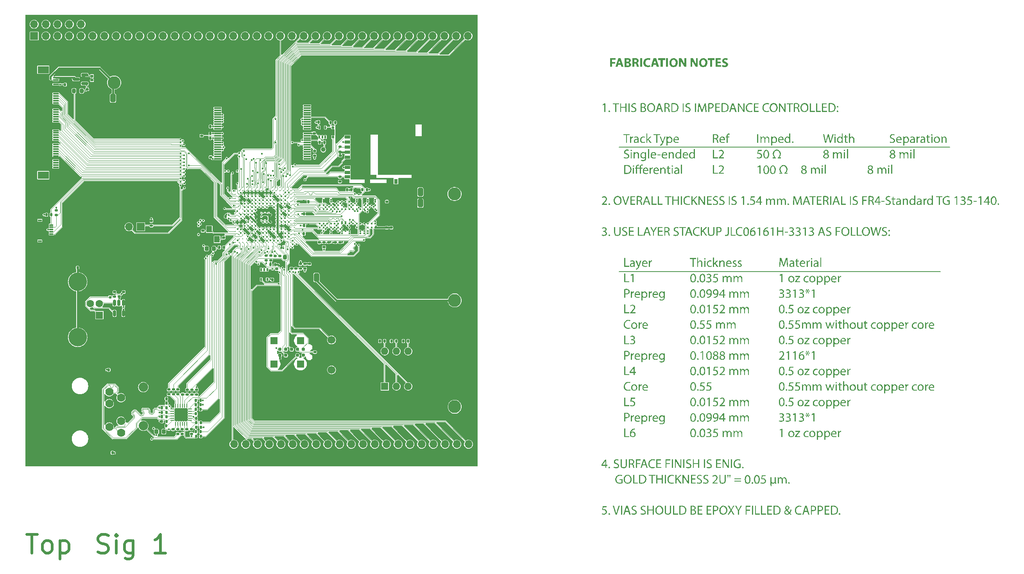
<source format=gbr>
%TF.GenerationSoftware,KiCad,Pcbnew,8.0.1*%
%TF.CreationDate,2025-05-27T09:35:13-07:00*%
%TF.ProjectId,mb,6d622e6b-6963-4616-945f-706362585858,A*%
%TF.SameCoordinates,Original*%
%TF.FileFunction,Copper,L1,Top*%
%TF.FilePolarity,Positive*%
%FSLAX46Y46*%
G04 Gerber Fmt 4.6, Leading zero omitted, Abs format (unit mm)*
G04 Created by KiCad (PCBNEW 8.0.1) date 2025-05-27 09:35:13*
%MOMM*%
%LPD*%
G01*
G04 APERTURE LIST*
G04 Aperture macros list*
%AMRoundRect*
0 Rectangle with rounded corners*
0 $1 Rounding radius*
0 $2 $3 $4 $5 $6 $7 $8 $9 X,Y pos of 4 corners*
0 Add a 4 corners polygon primitive as box body*
4,1,4,$2,$3,$4,$5,$6,$7,$8,$9,$2,$3,0*
0 Add four circle primitives for the rounded corners*
1,1,$1+$1,$2,$3*
1,1,$1+$1,$4,$5*
1,1,$1+$1,$6,$7*
1,1,$1+$1,$8,$9*
0 Add four rect primitives between the rounded corners*
20,1,$1+$1,$2,$3,$4,$5,0*
20,1,$1+$1,$4,$5,$6,$7,0*
20,1,$1+$1,$6,$7,$8,$9,0*
20,1,$1+$1,$8,$9,$2,$3,0*%
G04 Aperture macros list end*
%TA.AperFunction,NonConductor*%
%ADD10C,0.200000*%
%TD*%
%ADD11C,0.600000*%
%TA.AperFunction,NonConductor*%
%ADD12C,0.600000*%
%TD*%
%ADD13C,0.300000*%
%TA.AperFunction,NonConductor*%
%ADD14C,0.300000*%
%TD*%
%ADD15C,0.400000*%
%TA.AperFunction,NonConductor*%
%ADD16C,0.400000*%
%TD*%
%TA.AperFunction,SMDPad,CuDef*%
%ADD17RoundRect,0.140000X-0.140000X-0.170000X0.140000X-0.170000X0.140000X0.170000X-0.140000X0.170000X0*%
%TD*%
%TA.AperFunction,SMDPad,CuDef*%
%ADD18RoundRect,0.140000X-0.170000X0.140000X-0.170000X-0.140000X0.170000X-0.140000X0.170000X0.140000X0*%
%TD*%
%TA.AperFunction,SMDPad,CuDef*%
%ADD19RoundRect,0.135000X-0.185000X0.135000X-0.185000X-0.135000X0.185000X-0.135000X0.185000X0.135000X0*%
%TD*%
%TA.AperFunction,SMDPad,CuDef*%
%ADD20RoundRect,0.250000X-0.325000X-0.650000X0.325000X-0.650000X0.325000X0.650000X-0.325000X0.650000X0*%
%TD*%
%TA.AperFunction,SMDPad,CuDef*%
%ADD21RoundRect,0.135000X-0.135000X-0.185000X0.135000X-0.185000X0.135000X0.185000X-0.135000X0.185000X0*%
%TD*%
%TA.AperFunction,ComponentPad*%
%ADD22C,2.800000*%
%TD*%
%TA.AperFunction,SMDPad,CuDef*%
%ADD23RoundRect,0.135000X0.135000X0.185000X-0.135000X0.185000X-0.135000X-0.185000X0.135000X-0.185000X0*%
%TD*%
%TA.AperFunction,SMDPad,CuDef*%
%ADD24RoundRect,0.135000X0.185000X-0.135000X0.185000X0.135000X-0.185000X0.135000X-0.185000X-0.135000X0*%
%TD*%
%TA.AperFunction,SMDPad,CuDef*%
%ADD25RoundRect,0.075000X0.712500X0.075000X-0.712500X0.075000X-0.712500X-0.075000X0.712500X-0.075000X0*%
%TD*%
%TA.AperFunction,SMDPad,CuDef*%
%ADD26R,0.350000X0.650000*%
%TD*%
%TA.AperFunction,SMDPad,CuDef*%
%ADD27R,1.600000X1.000000*%
%TD*%
%TA.AperFunction,SMDPad,CuDef*%
%ADD28R,1.200000X1.400000*%
%TD*%
%TA.AperFunction,SMDPad,CuDef*%
%ADD29RoundRect,0.200000X-0.200000X-0.275000X0.200000X-0.275000X0.200000X0.275000X-0.200000X0.275000X0*%
%TD*%
%TA.AperFunction,SMDPad,CuDef*%
%ADD30RoundRect,0.150000X0.150000X-0.512500X0.150000X0.512500X-0.150000X0.512500X-0.150000X-0.512500X0*%
%TD*%
%TA.AperFunction,ComponentPad*%
%ADD31R,1.700000X1.700000*%
%TD*%
%TA.AperFunction,ComponentPad*%
%ADD32C,1.700000*%
%TD*%
%TA.AperFunction,ComponentPad*%
%ADD33R,1.600000X1.600000*%
%TD*%
%TA.AperFunction,ComponentPad*%
%ADD34C,1.600000*%
%TD*%
%TA.AperFunction,ComponentPad*%
%ADD35C,4.000000*%
%TD*%
%TA.AperFunction,SMDPad,CuDef*%
%ADD36RoundRect,0.140000X0.170000X-0.140000X0.170000X0.140000X-0.170000X0.140000X-0.170000X-0.140000X0*%
%TD*%
%TA.AperFunction,SMDPad,CuDef*%
%ADD37RoundRect,0.140000X0.140000X0.170000X-0.140000X0.170000X-0.140000X-0.170000X0.140000X-0.170000X0*%
%TD*%
%TA.AperFunction,SMDPad,CuDef*%
%ADD38RoundRect,0.150000X0.587500X0.150000X-0.587500X0.150000X-0.587500X-0.150000X0.587500X-0.150000X0*%
%TD*%
%TA.AperFunction,ComponentPad*%
%ADD39O,1.700000X1.700000*%
%TD*%
%TA.AperFunction,SMDPad,CuDef*%
%ADD40RoundRect,0.218750X0.218750X0.256250X-0.218750X0.256250X-0.218750X-0.256250X0.218750X-0.256250X0*%
%TD*%
%TA.AperFunction,ComponentPad*%
%ADD41O,1.600000X1.600000*%
%TD*%
%TA.AperFunction,SMDPad,CuDef*%
%ADD42R,1.200000X0.700000*%
%TD*%
%TA.AperFunction,SMDPad,CuDef*%
%ADD43R,0.800000X1.000000*%
%TD*%
%TA.AperFunction,SMDPad,CuDef*%
%ADD44R,1.200000X1.000000*%
%TD*%
%TA.AperFunction,SMDPad,CuDef*%
%ADD45R,2.800000X1.000000*%
%TD*%
%TA.AperFunction,SMDPad,CuDef*%
%ADD46R,1.900000X1.300000*%
%TD*%
%TA.AperFunction,SMDPad,CuDef*%
%ADD47RoundRect,0.062500X0.062500X-0.375000X0.062500X0.375000X-0.062500X0.375000X-0.062500X-0.375000X0*%
%TD*%
%TA.AperFunction,SMDPad,CuDef*%
%ADD48RoundRect,0.062500X0.375000X-0.062500X0.375000X0.062500X-0.375000X0.062500X-0.375000X-0.062500X0*%
%TD*%
%TA.AperFunction,HeatsinkPad*%
%ADD49C,0.500000*%
%TD*%
%TA.AperFunction,HeatsinkPad*%
%ADD50R,2.500000X2.500000*%
%TD*%
%TA.AperFunction,SMDPad,CuDef*%
%ADD51R,0.500000X0.550000*%
%TD*%
%TA.AperFunction,WasherPad*%
%ADD52R,1.600000X1.600000*%
%TD*%
%TA.AperFunction,WasherPad*%
%ADD53R,0.100000X0.100000*%
%TD*%
%TA.AperFunction,SMDPad,CuDef*%
%ADD54C,0.787400*%
%TD*%
%TA.AperFunction,ComponentPad*%
%ADD55C,1.778000*%
%TD*%
%TA.AperFunction,ComponentPad*%
%ADD56C,2.032000*%
%TD*%
%TA.AperFunction,ComponentPad*%
%ADD57C,3.251200*%
%TD*%
%TA.AperFunction,SMDPad,CuDef*%
%ADD58RoundRect,0.218750X-0.218750X-0.256250X0.218750X-0.256250X0.218750X0.256250X-0.218750X0.256250X0*%
%TD*%
%TA.AperFunction,BGAPad,CuDef*%
%ADD59C,0.400000*%
%TD*%
%TA.AperFunction,SMDPad,CuDef*%
%ADD60RoundRect,0.250000X0.325000X0.650000X-0.325000X0.650000X-0.325000X-0.650000X0.325000X-0.650000X0*%
%TD*%
%TA.AperFunction,SMDPad,CuDef*%
%ADD61R,0.838200X0.355600*%
%TD*%
%TA.AperFunction,SMDPad,CuDef*%
%ADD62R,0.838200X0.406400*%
%TD*%
%TA.AperFunction,BGAPad,CuDef*%
%ADD63C,0.320000*%
%TD*%
%TA.AperFunction,SMDPad,CuDef*%
%ADD64C,1.000000*%
%TD*%
%TA.AperFunction,SMDPad,CuDef*%
%ADD65RoundRect,0.112500X0.112500X-0.187500X0.112500X0.187500X-0.112500X0.187500X-0.112500X-0.187500X0*%
%TD*%
%TA.AperFunction,SMDPad,CuDef*%
%ADD66R,1.200000X0.300000*%
%TD*%
%TA.AperFunction,SMDPad,CuDef*%
%ADD67R,2.400000X1.600000*%
%TD*%
%TA.AperFunction,ViaPad*%
%ADD68C,0.400000*%
%TD*%
%TA.AperFunction,Conductor*%
%ADD69C,0.101600*%
%TD*%
%TA.AperFunction,Conductor*%
%ADD70C,0.400000*%
%TD*%
%TA.AperFunction,Conductor*%
%ADD71C,0.200000*%
%TD*%
%TA.AperFunction,Conductor*%
%ADD72C,0.100000*%
%TD*%
G04 APERTURE END LIST*
D10*
X160020000Y-55016400D02*
X231648000Y-55016400D01*
X160020000Y-82016600D02*
X229616000Y-82016600D01*
D11*
D12*
X31681088Y-139036206D02*
X33966802Y-139036206D01*
X32823945Y-143036206D02*
X32823945Y-139036206D01*
X35871564Y-143036206D02*
X35490612Y-142845730D01*
X35490612Y-142845730D02*
X35300135Y-142655253D01*
X35300135Y-142655253D02*
X35109659Y-142274301D01*
X35109659Y-142274301D02*
X35109659Y-141131444D01*
X35109659Y-141131444D02*
X35300135Y-140750491D01*
X35300135Y-140750491D02*
X35490612Y-140560015D01*
X35490612Y-140560015D02*
X35871564Y-140369539D01*
X35871564Y-140369539D02*
X36442993Y-140369539D01*
X36442993Y-140369539D02*
X36823945Y-140560015D01*
X36823945Y-140560015D02*
X37014421Y-140750491D01*
X37014421Y-140750491D02*
X37204897Y-141131444D01*
X37204897Y-141131444D02*
X37204897Y-142274301D01*
X37204897Y-142274301D02*
X37014421Y-142655253D01*
X37014421Y-142655253D02*
X36823945Y-142845730D01*
X36823945Y-142845730D02*
X36442993Y-143036206D01*
X36442993Y-143036206D02*
X35871564Y-143036206D01*
X38919183Y-140369539D02*
X38919183Y-144369539D01*
X38919183Y-140560015D02*
X39300136Y-140369539D01*
X39300136Y-140369539D02*
X40062041Y-140369539D01*
X40062041Y-140369539D02*
X40442993Y-140560015D01*
X40442993Y-140560015D02*
X40633469Y-140750491D01*
X40633469Y-140750491D02*
X40823945Y-141131444D01*
X40823945Y-141131444D02*
X40823945Y-142274301D01*
X40823945Y-142274301D02*
X40633469Y-142655253D01*
X40633469Y-142655253D02*
X40442993Y-142845730D01*
X40442993Y-142845730D02*
X40062041Y-143036206D01*
X40062041Y-143036206D02*
X39300136Y-143036206D01*
X39300136Y-143036206D02*
X38919183Y-142845730D01*
X47109659Y-142845730D02*
X47681088Y-143036206D01*
X47681088Y-143036206D02*
X48633469Y-143036206D01*
X48633469Y-143036206D02*
X49014421Y-142845730D01*
X49014421Y-142845730D02*
X49204897Y-142655253D01*
X49204897Y-142655253D02*
X49395374Y-142274301D01*
X49395374Y-142274301D02*
X49395374Y-141893349D01*
X49395374Y-141893349D02*
X49204897Y-141512396D01*
X49204897Y-141512396D02*
X49014421Y-141321920D01*
X49014421Y-141321920D02*
X48633469Y-141131444D01*
X48633469Y-141131444D02*
X47871564Y-140940968D01*
X47871564Y-140940968D02*
X47490612Y-140750491D01*
X47490612Y-140750491D02*
X47300135Y-140560015D01*
X47300135Y-140560015D02*
X47109659Y-140179063D01*
X47109659Y-140179063D02*
X47109659Y-139798110D01*
X47109659Y-139798110D02*
X47300135Y-139417158D01*
X47300135Y-139417158D02*
X47490612Y-139226682D01*
X47490612Y-139226682D02*
X47871564Y-139036206D01*
X47871564Y-139036206D02*
X48823945Y-139036206D01*
X48823945Y-139036206D02*
X49395374Y-139226682D01*
X51109659Y-143036206D02*
X51109659Y-140369539D01*
X51109659Y-139036206D02*
X50919183Y-139226682D01*
X50919183Y-139226682D02*
X51109659Y-139417158D01*
X51109659Y-139417158D02*
X51300136Y-139226682D01*
X51300136Y-139226682D02*
X51109659Y-139036206D01*
X51109659Y-139036206D02*
X51109659Y-139417158D01*
X54728707Y-140369539D02*
X54728707Y-143607634D01*
X54728707Y-143607634D02*
X54538231Y-143988587D01*
X54538231Y-143988587D02*
X54347755Y-144179063D01*
X54347755Y-144179063D02*
X53966802Y-144369539D01*
X53966802Y-144369539D02*
X53395374Y-144369539D01*
X53395374Y-144369539D02*
X53014421Y-144179063D01*
X54728707Y-142845730D02*
X54347755Y-143036206D01*
X54347755Y-143036206D02*
X53585850Y-143036206D01*
X53585850Y-143036206D02*
X53204898Y-142845730D01*
X53204898Y-142845730D02*
X53014421Y-142655253D01*
X53014421Y-142655253D02*
X52823945Y-142274301D01*
X52823945Y-142274301D02*
X52823945Y-141131444D01*
X52823945Y-141131444D02*
X53014421Y-140750491D01*
X53014421Y-140750491D02*
X53204898Y-140560015D01*
X53204898Y-140560015D02*
X53585850Y-140369539D01*
X53585850Y-140369539D02*
X54347755Y-140369539D01*
X54347755Y-140369539D02*
X54728707Y-140560015D01*
X61776327Y-143036206D02*
X59490612Y-143036206D01*
X60633469Y-143036206D02*
X60633469Y-139036206D01*
X60633469Y-139036206D02*
X60252517Y-139607634D01*
X60252517Y-139607634D02*
X59871565Y-139988587D01*
X59871565Y-139988587D02*
X59490612Y-140179063D01*
D13*
D14*
G36*
X156819632Y-47364400D02*
G01*
X157058013Y-47364400D01*
X157058013Y-45551141D01*
X156847964Y-45551141D01*
X156450337Y-45764120D01*
X156497720Y-45951210D01*
X156814259Y-45781217D01*
X156819632Y-45781217D01*
X156819632Y-47364400D01*
G37*
G36*
X157906024Y-47395663D02*
G01*
X158004702Y-47366528D01*
X158065073Y-47281444D01*
X158074063Y-47219319D01*
X158047582Y-47118014D01*
X157968333Y-47052985D01*
X157908955Y-47042976D01*
X157812639Y-47071466D01*
X157750509Y-47156216D01*
X157740916Y-47219319D01*
X157767269Y-47319551D01*
X157846451Y-47385380D01*
X157906024Y-47395663D01*
G37*
G36*
X159223470Y-47364400D02*
G01*
X159469667Y-47364400D01*
X159469667Y-45696221D01*
X160046569Y-45696221D01*
X160046569Y-45488614D01*
X158649500Y-45488614D01*
X158649500Y-45696221D01*
X159223470Y-45696221D01*
X159223470Y-47364400D01*
G37*
G36*
X160256129Y-45488614D02*
G01*
X160256129Y-47364400D01*
X160499883Y-47364400D01*
X160499883Y-46483171D01*
X161412863Y-46483171D01*
X161412863Y-47364400D01*
X161659060Y-47364400D01*
X161659060Y-45488614D01*
X161412863Y-45488614D01*
X161412863Y-46270192D01*
X160499883Y-46270192D01*
X160499883Y-45488614D01*
X160256129Y-45488614D01*
G37*
G36*
X162081112Y-45488614D02*
G01*
X162081112Y-47364400D01*
X162324866Y-47364400D01*
X162324866Y-45488614D01*
X162081112Y-45488614D01*
G37*
G36*
X162654105Y-47275495D02*
G01*
X162746467Y-47322710D01*
X162848877Y-47356707D01*
X162946959Y-47378508D01*
X163049758Y-47391944D01*
X163135752Y-47395663D01*
X163254994Y-47389205D01*
X163362176Y-47370537D01*
X163457370Y-47340713D01*
X163565772Y-47285418D01*
X163653162Y-47214669D01*
X163719713Y-47130967D01*
X163765595Y-47036814D01*
X163790981Y-46934710D01*
X163796673Y-46854420D01*
X163789081Y-46756511D01*
X163758297Y-46648697D01*
X163703957Y-46555091D01*
X163626174Y-46473569D01*
X163547144Y-46415624D01*
X163453239Y-46362966D01*
X163344516Y-46314506D01*
X163315026Y-46302920D01*
X163224154Y-46265667D01*
X163129205Y-46219167D01*
X163041677Y-46160305D01*
X162974440Y-46082185D01*
X162942922Y-45987639D01*
X162939869Y-45940464D01*
X162959233Y-45842507D01*
X163021141Y-45751786D01*
X163114710Y-45691517D01*
X163227233Y-45662993D01*
X163295487Y-45659096D01*
X163401030Y-45666277D01*
X163504277Y-45687804D01*
X163604592Y-45724027D01*
X163654036Y-45748489D01*
X163720958Y-45550164D01*
X163625935Y-45507425D01*
X163526663Y-45479639D01*
X163423002Y-45463363D01*
X163321769Y-45457482D01*
X163303791Y-45457351D01*
X163203971Y-45463002D01*
X163082038Y-45487243D01*
X162974146Y-45529016D01*
X162881697Y-45586614D01*
X162806094Y-45658332D01*
X162748738Y-45742462D01*
X162711033Y-45837301D01*
X162694382Y-45941141D01*
X162693673Y-45968307D01*
X162707316Y-46084864D01*
X162747151Y-46187178D01*
X162811535Y-46276537D01*
X162898822Y-46354225D01*
X162984039Y-46408838D01*
X163082022Y-46457462D01*
X163191928Y-46500757D01*
X163300354Y-46546846D01*
X163387397Y-46595068D01*
X163465358Y-46658049D01*
X163522471Y-46742144D01*
X163546353Y-46841937D01*
X163547546Y-46873960D01*
X163532470Y-46973913D01*
X163478289Y-47071082D01*
X163402383Y-47134436D01*
X163301033Y-47176370D01*
X163198337Y-47192890D01*
X163152849Y-47194406D01*
X163044205Y-47186878D01*
X162940584Y-47166152D01*
X162844624Y-47135022D01*
X162747721Y-47090286D01*
X162715654Y-47071797D01*
X162654105Y-47275495D01*
G37*
G36*
X165188942Y-45457475D02*
G01*
X165294418Y-45461856D01*
X165406084Y-45475667D01*
X165503260Y-45499227D01*
X165600819Y-45539631D01*
X165684182Y-45594616D01*
X165735113Y-45639941D01*
X165794211Y-45723215D01*
X165830293Y-45824601D01*
X165840986Y-45929717D01*
X165839588Y-45963779D01*
X165819103Y-46061791D01*
X165775461Y-46151561D01*
X165710302Y-46230536D01*
X165625269Y-46296169D01*
X165522005Y-46345907D01*
X165522005Y-46351769D01*
X165555915Y-46361353D01*
X165658392Y-46405449D01*
X165739409Y-46460426D01*
X165810591Y-46532704D01*
X165866446Y-46622964D01*
X165901485Y-46731890D01*
X165910839Y-46832927D01*
X165910653Y-46848425D01*
X165899352Y-46950385D01*
X165866937Y-47053417D01*
X165816661Y-47142803D01*
X165751593Y-47219319D01*
X165725915Y-47241183D01*
X165637326Y-47297775D01*
X165530936Y-47341151D01*
X165428248Y-47367469D01*
X165312437Y-47385076D01*
X165210106Y-47393034D01*
X165098976Y-47395663D01*
X165037811Y-47395179D01*
X164926882Y-47391670D01*
X164821124Y-47384677D01*
X164720888Y-47373681D01*
X164720888Y-46457770D01*
X164964643Y-46457770D01*
X164964643Y-47193918D01*
X165065177Y-47203713D01*
X165168830Y-47205642D01*
X165215810Y-47204509D01*
X165329209Y-47191086D01*
X165432921Y-47160871D01*
X165522072Y-47111782D01*
X165591786Y-47041742D01*
X165637190Y-46948669D01*
X165653407Y-46830485D01*
X165650857Y-46782829D01*
X165623492Y-46679126D01*
X165569378Y-46596635D01*
X165492564Y-46534305D01*
X165397095Y-46491085D01*
X165287021Y-46465924D01*
X165166387Y-46457770D01*
X164964643Y-46457770D01*
X164720888Y-46457770D01*
X164720888Y-46273122D01*
X164964643Y-46273122D01*
X165185927Y-46273122D01*
X165232942Y-46271558D01*
X165339174Y-46254618D01*
X165444143Y-46212023D01*
X165522859Y-46148421D01*
X165579117Y-46052306D01*
X165594789Y-45955118D01*
X165590432Y-45896010D01*
X165556901Y-45798312D01*
X165479934Y-45716737D01*
X165385563Y-45672383D01*
X165289597Y-45651973D01*
X165180065Y-45645418D01*
X165169716Y-45645442D01*
X165065718Y-45648973D01*
X164964643Y-45662027D01*
X164964643Y-46273122D01*
X164720888Y-46273122D01*
X164720888Y-45496919D01*
X164752413Y-45490750D01*
X164850144Y-45476127D01*
X164948581Y-45466187D01*
X165055222Y-45459683D01*
X165166387Y-45457351D01*
X165188942Y-45457475D01*
G37*
G36*
X167049404Y-45458498D02*
G01*
X167186049Y-45475356D01*
X167312092Y-45511453D01*
X167426784Y-45565648D01*
X167529381Y-45636797D01*
X167619135Y-45723759D01*
X167695301Y-45825392D01*
X167757132Y-45940552D01*
X167803883Y-46068098D01*
X167834806Y-46206888D01*
X167846260Y-46305096D01*
X167850128Y-46407456D01*
X167845577Y-46524814D01*
X167832227Y-46635046D01*
X167810528Y-46738092D01*
X167780931Y-46833889D01*
X167722711Y-46963858D01*
X167649256Y-47077173D01*
X167562087Y-47173624D01*
X167462726Y-47253004D01*
X167352694Y-47315105D01*
X167233512Y-47359721D01*
X167106701Y-47386643D01*
X166973784Y-47395663D01*
X166927470Y-47394541D01*
X166794131Y-47378015D01*
X166669973Y-47342527D01*
X166555988Y-47289078D01*
X166453168Y-47218671D01*
X166362506Y-47132308D01*
X166284994Y-47030991D01*
X166221625Y-46915723D01*
X166173392Y-46787506D01*
X166141287Y-46647342D01*
X166129334Y-46547756D01*
X166125285Y-46443604D01*
X166125400Y-46437742D01*
X166385648Y-46437742D01*
X166388193Y-46512277D01*
X166401437Y-46621219D01*
X166425757Y-46725338D01*
X166460889Y-46823068D01*
X166506571Y-46912845D01*
X166583436Y-47017471D01*
X166677963Y-47101465D01*
X166789530Y-47161120D01*
X166884011Y-47187656D01*
X166987462Y-47196849D01*
X167091787Y-47187768D01*
X167186979Y-47161451D01*
X167299269Y-47101951D01*
X167394299Y-47017570D01*
X167453894Y-46939936D01*
X167503205Y-46851546D01*
X167541988Y-46753789D01*
X167569995Y-46648054D01*
X167586979Y-46535729D01*
X167592696Y-46418203D01*
X167587507Y-46313285D01*
X167571898Y-46209520D01*
X167545802Y-46108909D01*
X167509156Y-46013453D01*
X167461893Y-45925156D01*
X167403949Y-45846019D01*
X167309962Y-45758212D01*
X167196714Y-45694994D01*
X167099046Y-45666572D01*
X166990393Y-45656654D01*
X166882356Y-45666133D01*
X166784934Y-45693490D01*
X166671556Y-45754971D01*
X166577060Y-45841501D01*
X166518583Y-45920525D01*
X166470733Y-46009852D01*
X166433512Y-46107860D01*
X166406922Y-46212926D01*
X166390967Y-46323428D01*
X166385648Y-46437742D01*
X166125400Y-46437742D01*
X166126368Y-46388385D01*
X166134901Y-46281680D01*
X166151630Y-46180181D01*
X166191322Y-46038291D01*
X166247474Y-45909647D01*
X166318898Y-45795171D01*
X166404407Y-45695782D01*
X166502812Y-45612401D01*
X166612924Y-45545947D01*
X166733557Y-45497341D01*
X166863521Y-45467502D01*
X167001628Y-45457351D01*
X167049404Y-45458498D01*
G37*
G36*
X169563247Y-47364400D02*
G01*
X169302884Y-47364400D01*
X169101139Y-46773332D01*
X168431914Y-46773332D01*
X168236031Y-47364400D01*
X167983973Y-47364400D01*
X168251215Y-46582822D01*
X168482228Y-46582822D01*
X169050825Y-46582822D01*
X168866178Y-46045488D01*
X168851040Y-46000203D01*
X168820866Y-45901659D01*
X168794641Y-45806845D01*
X168767992Y-45704525D01*
X168762130Y-45704525D01*
X168748855Y-45756671D01*
X168723698Y-45851220D01*
X168696643Y-45946321D01*
X168667364Y-46041580D01*
X168482228Y-46582822D01*
X168251215Y-46582822D01*
X168625354Y-45488614D01*
X168918934Y-45488614D01*
X169563247Y-47364400D01*
G37*
G36*
X170355531Y-45457915D02*
G01*
X170465999Y-45464336D01*
X170564217Y-45478114D01*
X170667264Y-45504705D01*
X170769157Y-45550131D01*
X170853826Y-45611713D01*
X170917215Y-45683177D01*
X170963796Y-45769066D01*
X170992518Y-45866771D01*
X171002326Y-45973681D01*
X170995200Y-46064168D01*
X170967669Y-46165754D01*
X170921899Y-46254234D01*
X170846597Y-46342654D01*
X170753353Y-46411175D01*
X170646708Y-46459236D01*
X170646708Y-46468028D01*
X170722518Y-46504998D01*
X170796211Y-46569265D01*
X170855011Y-46655008D01*
X170894349Y-46744571D01*
X170924168Y-46848070D01*
X170946471Y-46942605D01*
X170972315Y-47049632D01*
X171000709Y-47160855D01*
X171030839Y-47265445D01*
X171069737Y-47364400D01*
X170817678Y-47364400D01*
X170802430Y-47331797D01*
X170770835Y-47235434D01*
X170742575Y-47129657D01*
X170715785Y-47019465D01*
X170691649Y-46914993D01*
X170686250Y-46891102D01*
X170654859Y-46785438D01*
X170605679Y-46687214D01*
X170528621Y-46608378D01*
X170425810Y-46563696D01*
X170313561Y-46549117D01*
X170083973Y-46549117D01*
X170083973Y-47364400D01*
X169840218Y-47364400D01*
X169840218Y-46363981D01*
X170083973Y-46363981D01*
X170333100Y-46363981D01*
X170403758Y-46360239D01*
X170509421Y-46338061D01*
X170614280Y-46287124D01*
X170692600Y-46212283D01*
X170741618Y-46116319D01*
X170758571Y-46002013D01*
X170750491Y-45916105D01*
X170709815Y-45810705D01*
X170638221Y-45732308D01*
X170539475Y-45679619D01*
X170439165Y-45654416D01*
X170324796Y-45645418D01*
X170282251Y-45645923D01*
X170182620Y-45651667D01*
X170083973Y-45667889D01*
X170083973Y-46363981D01*
X169840218Y-46363981D01*
X169840218Y-45496919D01*
X169876205Y-45490073D01*
X169983652Y-45474825D01*
X170087736Y-45465240D01*
X170197071Y-45459354D01*
X170307699Y-45457351D01*
X170355531Y-45457915D01*
G37*
G36*
X171897487Y-45457590D02*
G01*
X172021635Y-45463293D01*
X172136599Y-45476514D01*
X172242580Y-45497152D01*
X172339778Y-45525103D01*
X172449231Y-45570168D01*
X172545665Y-45626297D01*
X172629472Y-45693290D01*
X172702984Y-45771409D01*
X172765565Y-45859570D01*
X172816591Y-45958299D01*
X172855434Y-46068122D01*
X172877317Y-46164320D01*
X172890682Y-46268223D01*
X172895208Y-46380101D01*
X172894929Y-46409196D01*
X172888285Y-46522148D01*
X172872919Y-46629419D01*
X172848995Y-46730753D01*
X172816682Y-46825892D01*
X172764743Y-46935710D01*
X172700278Y-47034943D01*
X172623610Y-47123088D01*
X172532690Y-47200308D01*
X172448448Y-47253147D01*
X172354475Y-47297890D01*
X172251228Y-47334402D01*
X172139165Y-47362545D01*
X172018745Y-47382181D01*
X171890425Y-47393174D01*
X171789276Y-47395663D01*
X171773056Y-47395638D01*
X171664071Y-47394151D01*
X171562800Y-47390490D01*
X171456035Y-47383881D01*
X171346708Y-47373681D01*
X171346708Y-47185614D01*
X171590463Y-47185614D01*
X171634621Y-47191851D01*
X171733130Y-47198260D01*
X171836659Y-47199780D01*
X171931583Y-47196340D01*
X172063349Y-47178451D01*
X172182179Y-47145611D01*
X172287852Y-47098185D01*
X172380148Y-47036536D01*
X172458847Y-46961030D01*
X172523731Y-46872032D01*
X172574578Y-46769905D01*
X172611170Y-46655016D01*
X172633286Y-46527727D01*
X172640707Y-46388405D01*
X172638180Y-46305820D01*
X172623180Y-46189548D01*
X172594690Y-46082941D01*
X172552670Y-45986607D01*
X172497078Y-45901150D01*
X172427873Y-45827177D01*
X172345016Y-45765295D01*
X172248463Y-45716109D01*
X172138175Y-45680226D01*
X172014110Y-45658251D01*
X171876227Y-45650792D01*
X171797938Y-45652378D01*
X171692764Y-45660268D01*
X171590463Y-45676681D01*
X171590463Y-47185614D01*
X171346708Y-47185614D01*
X171346708Y-45496919D01*
X171448046Y-45483067D01*
X171556702Y-45471494D01*
X171655151Y-45463946D01*
X171758055Y-45459077D01*
X171864992Y-45457351D01*
X171897487Y-45457590D01*
G37*
G36*
X173802814Y-45488614D02*
G01*
X173802814Y-47364400D01*
X174046569Y-47364400D01*
X174046569Y-45488614D01*
X173802814Y-45488614D01*
G37*
G36*
X174375808Y-47275495D02*
G01*
X174468170Y-47322710D01*
X174570580Y-47356707D01*
X174668662Y-47378508D01*
X174771461Y-47391944D01*
X174857455Y-47395663D01*
X174976697Y-47389205D01*
X175083879Y-47370537D01*
X175179072Y-47340713D01*
X175287474Y-47285418D01*
X175374865Y-47214669D01*
X175441415Y-47130967D01*
X175487298Y-47036814D01*
X175512684Y-46934710D01*
X175518376Y-46854420D01*
X175510784Y-46756511D01*
X175479999Y-46648697D01*
X175425660Y-46555091D01*
X175347877Y-46473569D01*
X175268847Y-46415624D01*
X175174941Y-46362966D01*
X175066218Y-46314506D01*
X175036729Y-46302920D01*
X174945857Y-46265667D01*
X174850907Y-46219167D01*
X174763380Y-46160305D01*
X174696142Y-46082185D01*
X174664624Y-45987639D01*
X174661572Y-45940464D01*
X174680936Y-45842507D01*
X174742844Y-45751786D01*
X174836413Y-45691517D01*
X174948936Y-45662993D01*
X175017190Y-45659096D01*
X175122733Y-45666277D01*
X175225980Y-45687804D01*
X175326295Y-45724027D01*
X175375738Y-45748489D01*
X175442661Y-45550164D01*
X175347637Y-45507425D01*
X175248366Y-45479639D01*
X175144705Y-45463363D01*
X175043472Y-45457482D01*
X175025494Y-45457351D01*
X174925674Y-45463002D01*
X174803741Y-45487243D01*
X174695849Y-45529016D01*
X174603400Y-45586614D01*
X174527796Y-45658332D01*
X174470441Y-45742462D01*
X174432736Y-45837301D01*
X174416084Y-45941141D01*
X174415375Y-45968307D01*
X174429019Y-46084864D01*
X174468854Y-46187178D01*
X174533237Y-46276537D01*
X174620525Y-46354225D01*
X174705742Y-46408838D01*
X174803724Y-46457462D01*
X174913631Y-46500757D01*
X175022056Y-46546846D01*
X175109100Y-46595068D01*
X175187061Y-46658049D01*
X175244173Y-46742144D01*
X175268056Y-46841937D01*
X175269248Y-46873960D01*
X175254172Y-46973913D01*
X175199991Y-47071082D01*
X175124086Y-47134436D01*
X175022736Y-47176370D01*
X174920040Y-47192890D01*
X174874552Y-47194406D01*
X174765908Y-47186878D01*
X174662287Y-47166152D01*
X174566327Y-47135022D01*
X174469424Y-47090286D01*
X174437357Y-47071797D01*
X174375808Y-47275495D01*
G37*
G36*
X176442591Y-45488614D02*
G01*
X176442591Y-47364400D01*
X176686345Y-47364400D01*
X176686345Y-45488614D01*
X176442591Y-45488614D01*
G37*
G36*
X178749220Y-47364400D02*
G01*
X178987113Y-47364400D01*
X178869388Y-45488614D01*
X178558711Y-45488614D01*
X178222633Y-46397198D01*
X178184478Y-46503608D01*
X178148835Y-46606366D01*
X178115781Y-46705685D01*
X178085394Y-46801778D01*
X178052562Y-46913128D01*
X178023819Y-47020506D01*
X178015515Y-47020506D01*
X177986855Y-46910465D01*
X177954807Y-46797579D01*
X177925597Y-46700914D01*
X177894182Y-46601534D01*
X177860629Y-46499105D01*
X177825006Y-46393290D01*
X177503093Y-45488614D01*
X177191928Y-45488614D01*
X177060525Y-47364400D01*
X177293045Y-47364400D01*
X177343359Y-46560841D01*
X177349460Y-46454176D01*
X177355258Y-46345731D01*
X177360678Y-46236840D01*
X177365646Y-46128836D01*
X177370087Y-46023053D01*
X177373927Y-45920825D01*
X177377769Y-45800071D01*
X177379507Y-45732369D01*
X177385368Y-45732369D01*
X177411939Y-45838026D01*
X177441600Y-45946651D01*
X177474150Y-46058276D01*
X177509388Y-46172936D01*
X177539379Y-46266871D01*
X177570857Y-46362787D01*
X177603721Y-46460701D01*
X177909025Y-47348279D01*
X178093673Y-47348279D01*
X178426820Y-46440185D01*
X178461767Y-46344956D01*
X178495185Y-46251896D01*
X178534852Y-46138440D01*
X178572232Y-46027951D01*
X178607380Y-45920194D01*
X178640352Y-45814935D01*
X178665201Y-45732369D01*
X178673505Y-45732369D01*
X178673509Y-45846691D01*
X178675263Y-45944518D01*
X178678277Y-46046331D01*
X178682276Y-46150587D01*
X178686984Y-46255738D01*
X178692127Y-46360239D01*
X178697431Y-46462546D01*
X178701349Y-46536905D01*
X178749220Y-47364400D01*
G37*
G36*
X179851652Y-45457516D02*
G01*
X179957970Y-45463202D01*
X180073141Y-45480458D01*
X180174736Y-45508675D01*
X180276054Y-45554855D01*
X180358781Y-45614644D01*
X180377701Y-45631865D01*
X180442963Y-45711367D01*
X180490182Y-45806691D01*
X180515258Y-45901855D01*
X180523889Y-46006898D01*
X180523742Y-46022683D01*
X180514539Y-46127248D01*
X180486825Y-46234044D01*
X180441251Y-46327283D01*
X180378320Y-46406968D01*
X180312134Y-46466364D01*
X180218747Y-46524526D01*
X180112117Y-46568291D01*
X180014661Y-46593695D01*
X179910688Y-46608979D01*
X179801419Y-46614085D01*
X179703433Y-46611520D01*
X179605536Y-46597477D01*
X179605536Y-47364400D01*
X179361781Y-47364400D01*
X179361781Y-46398663D01*
X179605536Y-46398663D01*
X179610568Y-46399966D01*
X179708544Y-46414831D01*
X179807280Y-46418203D01*
X179861052Y-46416549D01*
X179983049Y-46398127D01*
X180086124Y-46359753D01*
X180168823Y-46301997D01*
X180229694Y-46225427D01*
X180267282Y-46130616D01*
X180280135Y-46018133D01*
X180272033Y-45931243D01*
X180231036Y-45823191D01*
X180158380Y-45741589D01*
X180057388Y-45686107D01*
X179953979Y-45659589D01*
X179835124Y-45650792D01*
X179805855Y-45651006D01*
X179703525Y-45655712D01*
X179605536Y-45670331D01*
X179605536Y-46398663D01*
X179361781Y-46398663D01*
X179361781Y-45493988D01*
X179407634Y-45486804D01*
X179509781Y-45473809D01*
X179610937Y-45464834D01*
X179723470Y-45459058D01*
X179829262Y-45457351D01*
X179851652Y-45457516D01*
G37*
G36*
X181828146Y-46287777D02*
G01*
X181094440Y-46287777D01*
X181094440Y-45693290D01*
X181870156Y-45693290D01*
X181870156Y-45488614D01*
X180850686Y-45488614D01*
X180850686Y-47364400D01*
X181912165Y-47364400D01*
X181912165Y-47160212D01*
X181094440Y-47160212D01*
X181094440Y-46489033D01*
X181828146Y-46489033D01*
X181828146Y-46287777D01*
G37*
G36*
X182778994Y-45457590D02*
G01*
X182903142Y-45463293D01*
X183018106Y-45476514D01*
X183124087Y-45497152D01*
X183221286Y-45525103D01*
X183330738Y-45570168D01*
X183427172Y-45626297D01*
X183510979Y-45693290D01*
X183584491Y-45771409D01*
X183647073Y-45859570D01*
X183698098Y-45958299D01*
X183736942Y-46068122D01*
X183758824Y-46164320D01*
X183772189Y-46268223D01*
X183776715Y-46380101D01*
X183776437Y-46409196D01*
X183769793Y-46522148D01*
X183754426Y-46629419D01*
X183730503Y-46730753D01*
X183698189Y-46825892D01*
X183646250Y-46935710D01*
X183581785Y-47034943D01*
X183505117Y-47123088D01*
X183414198Y-47200308D01*
X183329956Y-47253147D01*
X183235982Y-47297890D01*
X183132735Y-47334402D01*
X183020673Y-47362545D01*
X182900252Y-47382181D01*
X182771932Y-47393174D01*
X182670784Y-47395663D01*
X182654563Y-47395638D01*
X182545579Y-47394151D01*
X182444308Y-47390490D01*
X182337543Y-47383881D01*
X182228216Y-47373681D01*
X182228216Y-47185614D01*
X182471970Y-47185614D01*
X182516129Y-47191851D01*
X182614637Y-47198260D01*
X182718167Y-47199780D01*
X182813090Y-47196340D01*
X182944857Y-47178451D01*
X183063686Y-47145611D01*
X183169359Y-47098185D01*
X183261655Y-47036536D01*
X183340355Y-46961030D01*
X183405238Y-46872032D01*
X183456085Y-46769905D01*
X183492677Y-46655016D01*
X183514793Y-46527727D01*
X183522214Y-46388405D01*
X183519688Y-46305820D01*
X183504687Y-46189548D01*
X183476197Y-46082941D01*
X183434177Y-45986607D01*
X183378585Y-45901150D01*
X183309381Y-45827177D01*
X183226523Y-45765295D01*
X183129970Y-45716109D01*
X183019682Y-45680226D01*
X182895617Y-45658251D01*
X182757734Y-45650792D01*
X182679445Y-45652378D01*
X182574271Y-45660268D01*
X182471970Y-45676681D01*
X182471970Y-47185614D01*
X182228216Y-47185614D01*
X182228216Y-45496919D01*
X182329553Y-45483067D01*
X182438210Y-45471494D01*
X182536658Y-45463946D01*
X182639563Y-45459077D01*
X182746499Y-45457351D01*
X182778994Y-45457590D01*
G37*
G36*
X185489835Y-47364400D02*
G01*
X185229472Y-47364400D01*
X185027727Y-46773332D01*
X184358502Y-46773332D01*
X184162619Y-47364400D01*
X183910560Y-47364400D01*
X184177803Y-46582822D01*
X184408816Y-46582822D01*
X184977413Y-46582822D01*
X184792765Y-46045488D01*
X184777627Y-46000203D01*
X184747454Y-45901659D01*
X184721229Y-45806845D01*
X184694580Y-45704525D01*
X184688718Y-45704525D01*
X184675442Y-45756671D01*
X184650286Y-45851220D01*
X184623231Y-45946321D01*
X184593952Y-46041580D01*
X184408816Y-46582822D01*
X184177803Y-46582822D01*
X184551942Y-45488614D01*
X184845522Y-45488614D01*
X185489835Y-47364400D01*
G37*
G36*
X185996394Y-47364400D02*
G01*
X185996394Y-46563283D01*
X185996136Y-46450598D01*
X185995333Y-46344800D01*
X185993947Y-46244761D01*
X185991332Y-46126092D01*
X185987664Y-46012456D01*
X185982864Y-45901652D01*
X185976855Y-45791476D01*
X185985159Y-45788545D01*
X186031969Y-45884360D01*
X186082716Y-45981479D01*
X186136831Y-46079488D01*
X186193743Y-46177974D01*
X186252883Y-46276522D01*
X186313679Y-46374719D01*
X186338334Y-46413806D01*
X186937218Y-47364400D01*
X187183903Y-47364400D01*
X187183903Y-45488614D01*
X186954315Y-45488614D01*
X186954315Y-46275076D01*
X186954589Y-46380960D01*
X186955505Y-46482019D01*
X186957761Y-46603064D01*
X186961502Y-46720051D01*
X186966995Y-46834914D01*
X186974510Y-46949586D01*
X186982158Y-47042487D01*
X186976785Y-47045418D01*
X186933211Y-46954973D01*
X186886567Y-46863361D01*
X186836574Y-46770201D01*
X186782951Y-46675114D01*
X186725419Y-46577719D01*
X186663699Y-46477636D01*
X186637776Y-46436765D01*
X186033031Y-45488614D01*
X185766806Y-45488614D01*
X185766806Y-47364400D01*
X185996394Y-47364400D01*
G37*
G36*
X188877971Y-47113318D02*
G01*
X188783836Y-47149041D01*
X188685096Y-47172649D01*
X188577570Y-47187206D01*
X188480344Y-47191476D01*
X188356349Y-47183803D01*
X188242891Y-47161214D01*
X188140332Y-47124351D01*
X188049036Y-47073855D01*
X187969364Y-47010371D01*
X187901678Y-46934539D01*
X187846341Y-46847003D01*
X187803715Y-46748404D01*
X187774162Y-46639385D01*
X187758045Y-46520589D01*
X187754943Y-46436277D01*
X187762577Y-46303288D01*
X187784998Y-46181799D01*
X187821488Y-46072155D01*
X187871326Y-45974701D01*
X187933793Y-45889782D01*
X188008170Y-45817744D01*
X188093736Y-45758932D01*
X188189771Y-45713692D01*
X188295557Y-45682368D01*
X188410373Y-45665307D01*
X188491579Y-45662027D01*
X188590692Y-45666570D01*
X188693932Y-45681709D01*
X188795753Y-45709013D01*
X188872109Y-45740185D01*
X188931216Y-45541371D01*
X188834838Y-45503660D01*
X188726989Y-45477919D01*
X188625082Y-45463928D01*
X188526318Y-45457930D01*
X188483275Y-45457351D01*
X188375765Y-45461982D01*
X188272900Y-45475670D01*
X188174994Y-45498104D01*
X188038129Y-45547479D01*
X187914202Y-45614796D01*
X187804283Y-45699012D01*
X187709438Y-45799083D01*
X187630735Y-45913966D01*
X187569242Y-46042618D01*
X187538334Y-46135520D01*
X187515865Y-46233769D01*
X187502152Y-46337055D01*
X187497511Y-46445069D01*
X187502139Y-46557175D01*
X187515761Y-46662629D01*
X187537983Y-46761351D01*
X187586577Y-46896636D01*
X187652303Y-47016323D01*
X187733828Y-47120142D01*
X187829824Y-47207823D01*
X187938959Y-47279094D01*
X188059903Y-47333686D01*
X188191324Y-47371328D01*
X188331893Y-47391749D01*
X188430030Y-47395663D01*
X188533813Y-47392575D01*
X188647350Y-47381690D01*
X188747404Y-47364617D01*
X188845006Y-47339197D01*
X188928285Y-47306270D01*
X188877971Y-47113318D01*
G37*
G36*
X190210560Y-46287777D02*
G01*
X189476855Y-46287777D01*
X189476855Y-45693290D01*
X190252570Y-45693290D01*
X190252570Y-45488614D01*
X189233100Y-45488614D01*
X189233100Y-47364400D01*
X190294580Y-47364400D01*
X190294580Y-47160212D01*
X189476855Y-47160212D01*
X189476855Y-46489033D01*
X190210560Y-46489033D01*
X190210560Y-46287777D01*
G37*
G36*
X192471272Y-47113318D02*
G01*
X192377137Y-47149041D01*
X192278397Y-47172649D01*
X192170870Y-47187206D01*
X192073645Y-47191476D01*
X191949649Y-47183803D01*
X191836191Y-47161214D01*
X191733633Y-47124351D01*
X191642337Y-47073855D01*
X191562665Y-47010371D01*
X191494979Y-46934539D01*
X191439642Y-46847003D01*
X191397016Y-46748404D01*
X191367463Y-46639385D01*
X191351345Y-46520589D01*
X191348243Y-46436277D01*
X191355877Y-46303288D01*
X191378299Y-46181799D01*
X191414789Y-46072155D01*
X191464627Y-45974701D01*
X191527094Y-45889782D01*
X191601471Y-45817744D01*
X191687036Y-45758932D01*
X191783072Y-45713692D01*
X191888858Y-45682368D01*
X192003674Y-45665307D01*
X192084880Y-45662027D01*
X192183993Y-45666570D01*
X192287233Y-45681709D01*
X192389054Y-45709013D01*
X192465410Y-45740185D01*
X192524517Y-45541371D01*
X192428138Y-45503660D01*
X192320290Y-45477919D01*
X192218383Y-45463928D01*
X192119618Y-45457930D01*
X192076576Y-45457351D01*
X191969066Y-45461982D01*
X191866200Y-45475670D01*
X191768295Y-45498104D01*
X191631429Y-45547479D01*
X191507503Y-45614796D01*
X191397584Y-45699012D01*
X191302739Y-45799083D01*
X191224036Y-45913966D01*
X191162543Y-46042618D01*
X191131635Y-46135520D01*
X191109166Y-46233769D01*
X191095453Y-46337055D01*
X191090812Y-46445069D01*
X191095440Y-46557175D01*
X191109062Y-46662629D01*
X191131284Y-46761351D01*
X191179878Y-46896636D01*
X191245603Y-47016323D01*
X191327129Y-47120142D01*
X191423125Y-47207823D01*
X191532260Y-47279094D01*
X191653204Y-47333686D01*
X191784625Y-47371328D01*
X191925194Y-47391749D01*
X192023331Y-47395663D01*
X192127114Y-47392575D01*
X192240650Y-47381690D01*
X192340705Y-47364617D01*
X192438307Y-47339197D01*
X192521586Y-47306270D01*
X192471272Y-47113318D01*
G37*
G36*
X193580039Y-45458498D02*
G01*
X193716684Y-45475356D01*
X193842727Y-45511453D01*
X193957419Y-45565648D01*
X194060016Y-45636797D01*
X194149770Y-45723759D01*
X194225936Y-45825392D01*
X194287767Y-45940552D01*
X194334518Y-46068098D01*
X194365441Y-46206888D01*
X194376895Y-46305096D01*
X194380763Y-46407456D01*
X194376212Y-46524814D01*
X194362862Y-46635046D01*
X194341163Y-46738092D01*
X194311566Y-46833889D01*
X194253346Y-46963858D01*
X194179891Y-47077173D01*
X194092722Y-47173624D01*
X193993361Y-47253004D01*
X193883329Y-47315105D01*
X193764147Y-47359721D01*
X193637336Y-47386643D01*
X193504419Y-47395663D01*
X193458105Y-47394541D01*
X193324766Y-47378015D01*
X193200608Y-47342527D01*
X193086623Y-47289078D01*
X192983803Y-47218671D01*
X192893141Y-47132308D01*
X192815629Y-47030991D01*
X192752260Y-46915723D01*
X192704027Y-46787506D01*
X192671922Y-46647342D01*
X192659969Y-46547756D01*
X192655920Y-46443604D01*
X192656035Y-46437742D01*
X192916283Y-46437742D01*
X192918828Y-46512277D01*
X192932072Y-46621219D01*
X192956392Y-46725338D01*
X192991524Y-46823068D01*
X193037206Y-46912845D01*
X193114071Y-47017471D01*
X193208598Y-47101465D01*
X193320165Y-47161120D01*
X193414646Y-47187656D01*
X193518097Y-47196849D01*
X193622422Y-47187768D01*
X193717614Y-47161451D01*
X193829904Y-47101951D01*
X193924934Y-47017570D01*
X193984529Y-46939936D01*
X194033840Y-46851546D01*
X194072623Y-46753789D01*
X194100630Y-46648054D01*
X194117614Y-46535729D01*
X194123331Y-46418203D01*
X194118142Y-46313285D01*
X194102533Y-46209520D01*
X194076437Y-46108909D01*
X194039791Y-46013453D01*
X193992528Y-45925156D01*
X193934584Y-45846019D01*
X193840597Y-45758212D01*
X193727349Y-45694994D01*
X193629681Y-45666572D01*
X193521028Y-45656654D01*
X193412991Y-45666133D01*
X193315569Y-45693490D01*
X193202191Y-45754971D01*
X193107695Y-45841501D01*
X193049218Y-45920525D01*
X193001368Y-46009852D01*
X192964147Y-46107860D01*
X192937557Y-46212926D01*
X192921602Y-46323428D01*
X192916283Y-46437742D01*
X192656035Y-46437742D01*
X192657003Y-46388385D01*
X192665536Y-46281680D01*
X192682266Y-46180181D01*
X192721957Y-46038291D01*
X192778109Y-45909647D01*
X192849533Y-45795171D01*
X192935042Y-45695782D01*
X193033447Y-45612401D01*
X193143559Y-45545947D01*
X193264192Y-45497341D01*
X193394156Y-45467502D01*
X193532263Y-45457351D01*
X193580039Y-45458498D01*
G37*
G36*
X194925913Y-47364400D02*
G01*
X194925913Y-46563283D01*
X194925654Y-46450598D01*
X194924852Y-46344800D01*
X194923465Y-46244761D01*
X194920851Y-46126092D01*
X194917182Y-46012456D01*
X194912383Y-45901652D01*
X194906373Y-45791476D01*
X194914678Y-45788545D01*
X194961487Y-45884360D01*
X195012235Y-45981479D01*
X195066350Y-46079488D01*
X195123262Y-46177974D01*
X195182401Y-46276522D01*
X195243198Y-46374719D01*
X195267853Y-46413806D01*
X195866736Y-47364400D01*
X196113421Y-47364400D01*
X196113421Y-45488614D01*
X195883833Y-45488614D01*
X195883833Y-46275076D01*
X195884108Y-46380960D01*
X195885024Y-46482019D01*
X195887280Y-46603064D01*
X195891020Y-46720051D01*
X195896514Y-46834914D01*
X195904029Y-46949586D01*
X195911677Y-47042487D01*
X195906303Y-47045418D01*
X195862730Y-46954973D01*
X195816086Y-46863361D01*
X195766092Y-46770201D01*
X195712469Y-46675114D01*
X195654938Y-46577719D01*
X195593218Y-46477636D01*
X195567294Y-46436765D01*
X194962549Y-45488614D01*
X194696324Y-45488614D01*
X194696324Y-47364400D01*
X194925913Y-47364400D01*
G37*
G36*
X196897441Y-47364400D02*
G01*
X197143638Y-47364400D01*
X197143638Y-45696221D01*
X197720539Y-45696221D01*
X197720539Y-45488614D01*
X196323470Y-45488614D01*
X196323470Y-45696221D01*
X196897441Y-45696221D01*
X196897441Y-47364400D01*
G37*
G36*
X198445413Y-45457915D02*
G01*
X198555880Y-45464336D01*
X198654098Y-45478114D01*
X198757145Y-45504705D01*
X198859038Y-45550131D01*
X198943708Y-45611713D01*
X199007096Y-45683177D01*
X199053678Y-45769066D01*
X199082399Y-45866771D01*
X199092207Y-45973681D01*
X199085081Y-46064168D01*
X199057551Y-46165754D01*
X199011780Y-46254234D01*
X198936479Y-46342654D01*
X198843235Y-46411175D01*
X198736590Y-46459236D01*
X198736590Y-46468028D01*
X198812399Y-46504998D01*
X198886092Y-46569265D01*
X198944892Y-46655008D01*
X198984230Y-46744571D01*
X199014049Y-46848070D01*
X199036353Y-46942605D01*
X199062196Y-47049632D01*
X199090591Y-47160855D01*
X199120720Y-47265445D01*
X199159618Y-47364400D01*
X198907560Y-47364400D01*
X198892311Y-47331797D01*
X198860716Y-47235434D01*
X198832456Y-47129657D01*
X198805666Y-47019465D01*
X198781530Y-46914993D01*
X198776131Y-46891102D01*
X198744741Y-46785438D01*
X198695561Y-46687214D01*
X198618503Y-46608378D01*
X198515691Y-46563696D01*
X198403442Y-46549117D01*
X198173854Y-46549117D01*
X198173854Y-47364400D01*
X197930100Y-47364400D01*
X197930100Y-46363981D01*
X198173854Y-46363981D01*
X198422982Y-46363981D01*
X198493640Y-46360239D01*
X198599302Y-46338061D01*
X198704161Y-46287124D01*
X198782481Y-46212283D01*
X198831500Y-46116319D01*
X198848453Y-46002013D01*
X198840373Y-45916105D01*
X198799697Y-45810705D01*
X198728102Y-45732308D01*
X198629357Y-45679619D01*
X198529046Y-45654416D01*
X198414678Y-45645418D01*
X198372133Y-45645923D01*
X198272502Y-45651667D01*
X198173854Y-45667889D01*
X198173854Y-46363981D01*
X197930100Y-46363981D01*
X197930100Y-45496919D01*
X197966086Y-45490073D01*
X198073533Y-45474825D01*
X198177618Y-45465240D01*
X198286953Y-45459354D01*
X198397581Y-45457351D01*
X198445413Y-45457915D01*
G37*
G36*
X200256661Y-45458498D02*
G01*
X200393307Y-45475356D01*
X200519349Y-45511453D01*
X200634042Y-45565648D01*
X200736638Y-45636797D01*
X200826392Y-45723759D01*
X200902558Y-45825392D01*
X200964390Y-45940552D01*
X201011140Y-46068098D01*
X201042064Y-46206888D01*
X201053518Y-46305096D01*
X201057385Y-46407456D01*
X201052835Y-46524814D01*
X201039485Y-46635046D01*
X201017786Y-46738092D01*
X200988188Y-46833889D01*
X200929969Y-46963858D01*
X200856514Y-47077173D01*
X200769345Y-47173624D01*
X200669984Y-47253004D01*
X200559951Y-47315105D01*
X200440769Y-47359721D01*
X200313959Y-47386643D01*
X200181042Y-47395663D01*
X200134727Y-47394541D01*
X200001389Y-47378015D01*
X199877231Y-47342527D01*
X199763245Y-47289078D01*
X199660425Y-47218671D01*
X199569763Y-47132308D01*
X199492251Y-47030991D01*
X199428883Y-46915723D01*
X199380650Y-46787506D01*
X199348545Y-46647342D01*
X199336592Y-46547756D01*
X199332542Y-46443604D01*
X199332657Y-46437742D01*
X199592905Y-46437742D01*
X199595451Y-46512277D01*
X199608695Y-46621219D01*
X199633014Y-46725338D01*
X199668147Y-46823068D01*
X199713829Y-46912845D01*
X199790693Y-47017471D01*
X199885221Y-47101465D01*
X199996787Y-47161120D01*
X200091268Y-47187656D01*
X200194719Y-47196849D01*
X200299045Y-47187768D01*
X200394237Y-47161451D01*
X200506526Y-47101951D01*
X200601556Y-47017570D01*
X200661151Y-46939936D01*
X200710463Y-46851546D01*
X200749245Y-46753789D01*
X200777252Y-46648054D01*
X200794237Y-46535729D01*
X200799953Y-46418203D01*
X200794765Y-46313285D01*
X200779155Y-46209520D01*
X200753060Y-46108909D01*
X200716414Y-46013453D01*
X200669151Y-45925156D01*
X200611207Y-45846019D01*
X200517219Y-45758212D01*
X200403972Y-45694994D01*
X200306304Y-45666572D01*
X200197650Y-45656654D01*
X200089613Y-45666133D01*
X199992192Y-45693490D01*
X199878814Y-45754971D01*
X199784318Y-45841501D01*
X199725841Y-45920525D01*
X199677990Y-46009852D01*
X199640769Y-46107860D01*
X199614180Y-46212926D01*
X199598224Y-46323428D01*
X199592905Y-46437742D01*
X199332657Y-46437742D01*
X199333625Y-46388385D01*
X199342159Y-46281680D01*
X199358888Y-46180181D01*
X199398579Y-46038291D01*
X199454731Y-45909647D01*
X199526156Y-45795171D01*
X199611664Y-45695782D01*
X199710069Y-45612401D01*
X199820182Y-45545947D01*
X199940814Y-45497341D01*
X200070778Y-45467502D01*
X200208885Y-45457351D01*
X200256661Y-45458498D01*
G37*
G36*
X201372947Y-47364400D02*
G01*
X202423191Y-47364400D01*
X202423191Y-47160212D01*
X201616701Y-47160212D01*
X201616701Y-45488614D01*
X201372947Y-45488614D01*
X201372947Y-47364400D01*
G37*
G36*
X202693812Y-47364400D02*
G01*
X203744056Y-47364400D01*
X203744056Y-47160212D01*
X202937567Y-47160212D01*
X202937567Y-45488614D01*
X202693812Y-45488614D01*
X202693812Y-47364400D01*
G37*
G36*
X204992137Y-46287777D02*
G01*
X204258432Y-46287777D01*
X204258432Y-45693290D01*
X205034147Y-45693290D01*
X205034147Y-45488614D01*
X204014678Y-45488614D01*
X204014678Y-47364400D01*
X205076157Y-47364400D01*
X205076157Y-47160212D01*
X204258432Y-47160212D01*
X204258432Y-46489033D01*
X204992137Y-46489033D01*
X204992137Y-46287777D01*
G37*
G36*
X205942986Y-45457590D02*
G01*
X206067134Y-45463293D01*
X206182098Y-45476514D01*
X206288079Y-45497152D01*
X206385277Y-45525103D01*
X206494730Y-45570168D01*
X206591164Y-45626297D01*
X206674971Y-45693290D01*
X206748483Y-45771409D01*
X206811064Y-45859570D01*
X206862090Y-45958299D01*
X206900933Y-46068122D01*
X206922816Y-46164320D01*
X206936181Y-46268223D01*
X206940707Y-46380101D01*
X206940428Y-46409196D01*
X206933784Y-46522148D01*
X206918418Y-46629419D01*
X206894494Y-46730753D01*
X206862181Y-46825892D01*
X206810242Y-46935710D01*
X206745777Y-47034943D01*
X206669109Y-47123088D01*
X206578189Y-47200308D01*
X206493947Y-47253147D01*
X206399974Y-47297890D01*
X206296727Y-47334402D01*
X206184664Y-47362545D01*
X206064244Y-47382181D01*
X205935924Y-47393174D01*
X205834775Y-47395663D01*
X205818555Y-47395638D01*
X205709570Y-47394151D01*
X205608299Y-47390490D01*
X205501534Y-47383881D01*
X205392207Y-47373681D01*
X205392207Y-47185614D01*
X205635962Y-47185614D01*
X205680120Y-47191851D01*
X205778629Y-47198260D01*
X205882158Y-47199780D01*
X205977082Y-47196340D01*
X206108848Y-47178451D01*
X206227678Y-47145611D01*
X206333351Y-47098185D01*
X206425647Y-47036536D01*
X206504346Y-46961030D01*
X206569230Y-46872032D01*
X206620077Y-46769905D01*
X206656669Y-46655016D01*
X206678785Y-46527727D01*
X206686206Y-46388405D01*
X206683679Y-46305820D01*
X206668679Y-46189548D01*
X206640189Y-46082941D01*
X206598169Y-45986607D01*
X206542577Y-45901150D01*
X206473372Y-45827177D01*
X206390515Y-45765295D01*
X206293962Y-45716109D01*
X206183674Y-45680226D01*
X206059609Y-45658251D01*
X205921726Y-45650792D01*
X205843437Y-45652378D01*
X205738263Y-45660268D01*
X205635962Y-45676681D01*
X205635962Y-47185614D01*
X205392207Y-47185614D01*
X205392207Y-45496919D01*
X205493545Y-45483067D01*
X205602201Y-45471494D01*
X205700650Y-45463946D01*
X205803554Y-45459077D01*
X205910490Y-45457351D01*
X205942986Y-45457590D01*
G37*
G36*
X207354454Y-46401594D02*
G01*
X207453132Y-46372485D01*
X207513503Y-46288577D01*
X207522493Y-46228182D01*
X207494724Y-46126722D01*
X207416434Y-46061419D01*
X207357385Y-46051350D01*
X207261069Y-46079995D01*
X207198939Y-46165019D01*
X207189346Y-46228182D01*
X207215699Y-46325984D01*
X207294881Y-46391287D01*
X207354454Y-46401594D01*
G37*
G36*
X207354454Y-47395663D02*
G01*
X207453132Y-47366683D01*
X207513503Y-47282842D01*
X207522493Y-47222250D01*
X207494724Y-47120945D01*
X207416434Y-47055916D01*
X207357385Y-47045907D01*
X207261069Y-47074397D01*
X207198939Y-47159147D01*
X207189346Y-47222250D01*
X207215699Y-47320267D01*
X207294881Y-47385411D01*
X207354454Y-47395663D01*
G37*
G36*
X161530239Y-54084400D02*
G01*
X161776436Y-54084400D01*
X161776436Y-52416221D01*
X162353338Y-52416221D01*
X162353338Y-52208614D01*
X160956269Y-52208614D01*
X160956269Y-52416221D01*
X161530239Y-52416221D01*
X161530239Y-54084400D01*
G37*
G36*
X162427587Y-54084400D02*
G01*
X162671342Y-54084400D01*
X162671342Y-53368768D01*
X162679884Y-53270938D01*
X162682577Y-53254951D01*
X162710526Y-53157987D01*
X162765086Y-53063026D01*
X162840863Y-52992270D01*
X162935310Y-52950599D01*
X163012793Y-52941343D01*
X163096813Y-52950136D01*
X163096813Y-52708824D01*
X163026959Y-52708824D01*
X162921532Y-52724857D01*
X162825479Y-52770890D01*
X162743127Y-52843824D01*
X162686724Y-52925402D01*
X162651802Y-53005335D01*
X162640567Y-53005335D01*
X162631775Y-52740087D01*
X162416352Y-52740087D01*
X162422138Y-52848718D01*
X162425404Y-52950684D01*
X162427141Y-53058930D01*
X162427587Y-53159696D01*
X162427587Y-54084400D01*
G37*
G36*
X163839193Y-52712043D02*
G01*
X163966624Y-52736506D01*
X164068360Y-52782123D01*
X164146903Y-52845444D01*
X164216279Y-52944230D01*
X164258211Y-53058541D01*
X164275280Y-53156638D01*
X164280414Y-53256905D01*
X164280414Y-53761510D01*
X164280430Y-53772491D01*
X164282576Y-53880445D01*
X164289151Y-53982656D01*
X164302884Y-54084400D01*
X164078669Y-54084400D01*
X164059130Y-53914406D01*
X164050825Y-53914406D01*
X164019202Y-53953628D01*
X163937361Y-54024882D01*
X163846783Y-54074310D01*
X163739979Y-54106215D01*
X163636590Y-54115663D01*
X163539950Y-54106992D01*
X163436964Y-54074134D01*
X163353898Y-54020901D01*
X163280701Y-53936297D01*
X163236613Y-53836236D01*
X163221865Y-53728293D01*
X163222666Y-53699961D01*
X163468551Y-53699961D01*
X163473351Y-53755596D01*
X163515269Y-53852647D01*
X163600909Y-53915909D01*
X163700581Y-53933946D01*
X163807219Y-53919093D01*
X163905620Y-53871699D01*
X163978284Y-53801603D01*
X164028355Y-53708266D01*
X164042521Y-53630596D01*
X164042521Y-53396612D01*
X163940581Y-53397384D01*
X163839288Y-53404992D01*
X163742632Y-53421324D01*
X163634411Y-53456885D01*
X163547461Y-53512718D01*
X163489577Y-53592514D01*
X163468551Y-53699961D01*
X163222666Y-53699961D01*
X163222716Y-53698178D01*
X163242965Y-53586435D01*
X163289649Y-53488952D01*
X163362082Y-53406149D01*
X163459577Y-53338442D01*
X163548731Y-53297820D01*
X163651306Y-53266102D01*
X163767012Y-53243463D01*
X163895560Y-53230081D01*
X164036659Y-53226130D01*
X164036659Y-53198775D01*
X164031994Y-53129561D01*
X164000949Y-53027959D01*
X163936016Y-52949553D01*
X163841534Y-52904429D01*
X163728913Y-52891029D01*
X163669570Y-52893790D01*
X163563693Y-52911757D01*
X163463858Y-52944488D01*
X163375738Y-52989703D01*
X163320051Y-52829480D01*
X163352816Y-52809685D01*
X163451673Y-52764185D01*
X163549392Y-52734390D01*
X163654755Y-52715456D01*
X163765061Y-52708824D01*
X163839193Y-52712043D01*
G37*
G36*
X165600791Y-53852857D02*
G01*
X165502475Y-53890240D01*
X165405617Y-53912125D01*
X165298418Y-53919780D01*
X165200928Y-53910900D01*
X165090398Y-53875727D01*
X164995308Y-53815359D01*
X164918710Y-53731462D01*
X164863658Y-53625704D01*
X164837180Y-53526475D01*
X164828006Y-53415174D01*
X164835813Y-53312478D01*
X164859048Y-53216788D01*
X164909359Y-53110168D01*
X164982788Y-53021742D01*
X165078789Y-52955533D01*
X165171473Y-52921268D01*
X165277972Y-52905859D01*
X165306722Y-52905195D01*
X165410282Y-52911868D01*
X165511395Y-52934342D01*
X165591998Y-52969187D01*
X165648174Y-52779166D01*
X165549109Y-52742097D01*
X165449107Y-52720204D01*
X165347188Y-52709757D01*
X165306722Y-52708824D01*
X165186491Y-52716640D01*
X165075166Y-52739465D01*
X164973385Y-52776362D01*
X164881785Y-52826392D01*
X164801005Y-52888620D01*
X164731682Y-52962109D01*
X164674453Y-53045921D01*
X164629956Y-53139119D01*
X164598828Y-53240766D01*
X164581707Y-53349925D01*
X164578390Y-53426409D01*
X164585308Y-53538792D01*
X164605654Y-53643294D01*
X164638817Y-53739224D01*
X164684186Y-53825887D01*
X164762610Y-53925825D01*
X164860200Y-54006414D01*
X164975506Y-54066013D01*
X165072741Y-54095947D01*
X165178517Y-54112457D01*
X165253477Y-54115663D01*
X165351359Y-54111338D01*
X165453152Y-54097354D01*
X165550053Y-54073831D01*
X165642800Y-54037505D01*
X165600791Y-53852857D01*
G37*
G36*
X166174761Y-52083562D02*
G01*
X165931007Y-52083562D01*
X165931007Y-54084400D01*
X166174761Y-54084400D01*
X166174761Y-53579305D01*
X166300791Y-53440087D01*
X166768271Y-54084400D01*
X167067713Y-54084400D01*
X166471272Y-53293053D01*
X166994929Y-52740087D01*
X166698418Y-52740087D01*
X166300791Y-53204148D01*
X166238264Y-53280596D01*
X166180135Y-53357044D01*
X166174761Y-53357044D01*
X166174761Y-52083562D01*
G37*
G36*
X168089625Y-54084400D02*
G01*
X168335822Y-54084400D01*
X168335822Y-52416221D01*
X168912724Y-52416221D01*
X168912724Y-52208614D01*
X167515654Y-52208614D01*
X167515654Y-52416221D01*
X168089625Y-52416221D01*
X168089625Y-54084400D01*
G37*
G36*
X168823331Y-52740087D02*
G01*
X169324517Y-53989145D01*
X169341614Y-54053625D01*
X169321586Y-54112243D01*
X169275210Y-54200819D01*
X169215584Y-54285362D01*
X169147112Y-54358780D01*
X169114468Y-54386772D01*
X169030551Y-54446844D01*
X168941951Y-54491710D01*
X168899046Y-54507428D01*
X168960595Y-54714546D01*
X169060877Y-54683356D01*
X169151986Y-54636783D01*
X169240445Y-54574031D01*
X169262968Y-54554811D01*
X169338659Y-54479300D01*
X169409768Y-54387178D01*
X169464942Y-54299448D01*
X169519901Y-54197533D01*
X169575854Y-54079853D01*
X169619196Y-53980296D01*
X169664286Y-53870317D01*
X169711634Y-53749248D01*
X169728006Y-53706312D01*
X170097301Y-52740087D01*
X169836939Y-52740087D01*
X169568271Y-53535830D01*
X169535452Y-53637507D01*
X169505955Y-53736436D01*
X169481321Y-53818175D01*
X169475948Y-53818175D01*
X169446676Y-53718475D01*
X169415344Y-53619740D01*
X169388997Y-53541203D01*
X169091998Y-52740087D01*
X168823331Y-52740087D01*
G37*
G36*
X171119720Y-52715994D02*
G01*
X171231488Y-52746996D01*
X171332232Y-52800942D01*
X171420023Y-52876133D01*
X171492932Y-52970869D01*
X171549030Y-53083449D01*
X171578910Y-53178572D01*
X171597435Y-53282059D01*
X171603791Y-53393192D01*
X171596199Y-53522418D01*
X171574322Y-53638901D01*
X171539514Y-53742646D01*
X171493126Y-53833662D01*
X171415602Y-53935228D01*
X171323103Y-54014194D01*
X171218834Y-54070577D01*
X171106001Y-54104394D01*
X170987811Y-54115663D01*
X170921740Y-54112042D01*
X170813063Y-54088849D01*
X170716091Y-54045386D01*
X170634170Y-53983033D01*
X170570644Y-53903171D01*
X170565271Y-53903171D01*
X170565271Y-54647135D01*
X170321516Y-54647135D01*
X170321516Y-53537296D01*
X170565271Y-53537296D01*
X170576506Y-53636947D01*
X170597904Y-53697892D01*
X170656136Y-53790314D01*
X170736720Y-53861229D01*
X170834870Y-53906681D01*
X170945801Y-53922711D01*
X171038248Y-53913062D01*
X171138687Y-53875260D01*
X171221418Y-53811266D01*
X171285468Y-53723663D01*
X171329865Y-53615033D01*
X171350579Y-53514727D01*
X171357594Y-53403939D01*
X171355929Y-53354063D01*
X171337374Y-53235170D01*
X171298707Y-53128067D01*
X171240488Y-53037134D01*
X171163275Y-52966757D01*
X171067628Y-52921316D01*
X170954105Y-52905195D01*
X170861639Y-52917396D01*
X170761807Y-52960442D01*
X170676513Y-53031157D01*
X170619649Y-53111117D01*
X170581879Y-53206591D01*
X170581101Y-53209490D01*
X170565271Y-53306730D01*
X170565271Y-53537296D01*
X170321516Y-53537296D01*
X170321516Y-53178747D01*
X170321455Y-53146891D01*
X170320350Y-53041049D01*
X170318097Y-52942931D01*
X170314510Y-52838440D01*
X170310281Y-52740087D01*
X170531565Y-52740087D01*
X170542800Y-52971629D01*
X170548174Y-52971629D01*
X170578149Y-52927108D01*
X170647372Y-52849203D01*
X170729089Y-52787195D01*
X170823455Y-52742340D01*
X170930623Y-52715894D01*
X171029821Y-52708824D01*
X171119720Y-52715994D01*
G37*
G36*
X172492303Y-52709944D02*
G01*
X172602782Y-52725973D01*
X172725774Y-52773296D01*
X172823201Y-52844605D01*
X172897485Y-52933710D01*
X172951045Y-53034425D01*
X172986305Y-53140561D01*
X173005685Y-53245930D01*
X173011607Y-53344344D01*
X173011472Y-53358321D01*
X173003303Y-53459138D01*
X172051244Y-53459138D01*
X172058086Y-53546945D01*
X172082748Y-53648606D01*
X172135677Y-53751857D01*
X172209437Y-53829867D01*
X172300038Y-53883955D01*
X172403487Y-53915440D01*
X172515794Y-53925642D01*
X172593716Y-53923475D01*
X172700103Y-53911944D01*
X172798805Y-53889465D01*
X172891440Y-53856277D01*
X172933449Y-54032132D01*
X172897947Y-54046941D01*
X172796644Y-54079079D01*
X172696977Y-54099537D01*
X172596729Y-54111303D01*
X172482577Y-54115663D01*
X172443961Y-54114866D01*
X172334154Y-54103117D01*
X172233723Y-54077881D01*
X172115103Y-54024464D01*
X172014835Y-53949984D01*
X171933881Y-53856104D01*
X171873203Y-53744492D01*
X171841580Y-53650147D01*
X171822308Y-53547468D01*
X171815794Y-53437156D01*
X171818595Y-53361920D01*
X171829191Y-53282794D01*
X172054175Y-53282794D01*
X172773715Y-53282794D01*
X172771243Y-53221131D01*
X172751591Y-53121852D01*
X172707891Y-53025973D01*
X172634619Y-52946478D01*
X172546982Y-52902113D01*
X172431775Y-52885656D01*
X172365362Y-52891422D01*
X172270422Y-52923872D01*
X172181043Y-52992438D01*
X172116549Y-53082648D01*
X172074929Y-53183201D01*
X172054175Y-53282794D01*
X171829191Y-53282794D01*
X171833103Y-53253579D01*
X171859597Y-53151689D01*
X171897652Y-53057419D01*
X171946839Y-52971933D01*
X172029000Y-52873634D01*
X172129178Y-52795791D01*
X172246361Y-52741169D01*
X172344798Y-52717104D01*
X172451802Y-52708824D01*
X172492303Y-52709944D01*
G37*
G36*
X180887004Y-52177915D02*
G01*
X180997471Y-52184336D01*
X181095690Y-52198114D01*
X181198736Y-52224705D01*
X181300629Y-52270131D01*
X181385299Y-52331713D01*
X181448687Y-52403177D01*
X181495269Y-52489066D01*
X181523990Y-52586771D01*
X181533798Y-52693681D01*
X181526672Y-52784168D01*
X181499142Y-52885754D01*
X181453371Y-52974234D01*
X181378070Y-53062654D01*
X181284826Y-53131175D01*
X181178181Y-53179236D01*
X181178181Y-53188028D01*
X181253990Y-53224998D01*
X181327683Y-53289265D01*
X181386484Y-53375008D01*
X181425821Y-53464571D01*
X181455641Y-53568070D01*
X181477944Y-53662605D01*
X181503787Y-53769632D01*
X181532182Y-53880855D01*
X181562311Y-53985445D01*
X181601209Y-54084400D01*
X181349151Y-54084400D01*
X181333902Y-54051797D01*
X181302308Y-53955434D01*
X181274047Y-53849657D01*
X181247257Y-53739465D01*
X181223121Y-53634993D01*
X181217722Y-53611102D01*
X181186332Y-53505438D01*
X181137152Y-53407214D01*
X181060094Y-53328378D01*
X180957283Y-53283696D01*
X180845033Y-53269117D01*
X180615445Y-53269117D01*
X180615445Y-54084400D01*
X180371691Y-54084400D01*
X180371691Y-53083981D01*
X180615445Y-53083981D01*
X180864573Y-53083981D01*
X180935231Y-53080239D01*
X181040893Y-53058061D01*
X181145753Y-53007124D01*
X181224073Y-52932283D01*
X181273091Y-52836319D01*
X181290044Y-52722013D01*
X181281964Y-52636105D01*
X181241288Y-52530705D01*
X181169693Y-52452308D01*
X181070948Y-52399619D01*
X180970637Y-52374416D01*
X180856269Y-52365418D01*
X180813724Y-52365923D01*
X180714093Y-52371667D01*
X180615445Y-52387889D01*
X180615445Y-53083981D01*
X180371691Y-53083981D01*
X180371691Y-52216919D01*
X180407677Y-52210073D01*
X180515124Y-52194825D01*
X180619209Y-52185240D01*
X180728544Y-52179354D01*
X180839172Y-52177351D01*
X180887004Y-52177915D01*
G37*
G36*
X182457970Y-52709944D02*
G01*
X182568448Y-52725973D01*
X182691441Y-52773296D01*
X182788868Y-52844605D01*
X182863151Y-52933710D01*
X182916712Y-53034425D01*
X182951971Y-53140561D01*
X182971352Y-53245930D01*
X182977273Y-53344344D01*
X182977138Y-53358321D01*
X182968969Y-53459138D01*
X182016911Y-53459138D01*
X182023752Y-53546945D01*
X182048414Y-53648606D01*
X182101343Y-53751857D01*
X182175104Y-53829867D01*
X182265704Y-53883955D01*
X182369154Y-53915440D01*
X182481460Y-53925642D01*
X182559383Y-53923475D01*
X182665770Y-53911944D01*
X182764471Y-53889465D01*
X182857106Y-53856277D01*
X182899116Y-54032132D01*
X182863614Y-54046941D01*
X182762311Y-54079079D01*
X182662644Y-54099537D01*
X182562396Y-54111303D01*
X182448243Y-54115663D01*
X182409627Y-54114866D01*
X182299820Y-54103117D01*
X182199389Y-54077881D01*
X182080769Y-54024464D01*
X181980501Y-53949984D01*
X181899547Y-53856104D01*
X181838870Y-53744492D01*
X181807246Y-53650147D01*
X181787975Y-53547468D01*
X181781460Y-53437156D01*
X181784262Y-53361920D01*
X181794857Y-53282794D01*
X182019842Y-53282794D01*
X182739381Y-53282794D01*
X182736910Y-53221131D01*
X182717257Y-53121852D01*
X182673557Y-53025973D01*
X182600285Y-52946478D01*
X182512649Y-52902113D01*
X182397441Y-52885656D01*
X182331028Y-52891422D01*
X182236088Y-52923872D01*
X182146709Y-52992438D01*
X182082215Y-53082648D01*
X182040595Y-53183201D01*
X182019842Y-53282794D01*
X181794857Y-53282794D01*
X181798769Y-53253579D01*
X181825264Y-53151689D01*
X181863319Y-53057419D01*
X181912505Y-52971933D01*
X181994666Y-52873634D01*
X182094845Y-52795791D01*
X182212028Y-52741169D01*
X182310464Y-52717104D01*
X182417469Y-52708824D01*
X182457970Y-52709944D01*
G37*
G36*
X183551244Y-54084400D02*
G01*
X183551244Y-52928154D01*
X183879018Y-52928154D01*
X183879018Y-52740087D01*
X183551244Y-52740087D01*
X183551244Y-52663883D01*
X183555539Y-52563966D01*
X183574326Y-52454250D01*
X183611852Y-52361977D01*
X183684784Y-52285314D01*
X183795302Y-52252164D01*
X183814538Y-52251601D01*
X183915115Y-52263425D01*
X183971342Y-52283841D01*
X184005047Y-52091866D01*
X183907935Y-52063388D01*
X183803115Y-52052357D01*
X183794999Y-52052299D01*
X183697040Y-52061352D01*
X183600356Y-52089944D01*
X183510164Y-52140228D01*
X183464782Y-52178328D01*
X183399575Y-52261094D01*
X183353332Y-52360961D01*
X183327324Y-52457614D01*
X183312612Y-52562228D01*
X183307978Y-52672676D01*
X183307978Y-52740087D01*
X183117469Y-52740087D01*
X183117469Y-52928154D01*
X183307978Y-52928154D01*
X183307978Y-54084400D01*
X183551244Y-54084400D01*
G37*
G36*
X189971691Y-52208614D02*
G01*
X189971691Y-54084400D01*
X190215445Y-54084400D01*
X190215445Y-52208614D01*
X189971691Y-52208614D01*
G37*
G36*
X190658990Y-54084400D02*
G01*
X190899814Y-54084400D01*
X190899814Y-53274002D01*
X190912289Y-53175676D01*
X190919353Y-53154811D01*
X190961905Y-53065128D01*
X191028957Y-52986894D01*
X191117533Y-52931558D01*
X191224657Y-52910568D01*
X191334471Y-52931856D01*
X191417594Y-52991667D01*
X191473842Y-53083929D01*
X191500524Y-53184234D01*
X191507490Y-53279864D01*
X191507490Y-54084400D01*
X191748313Y-54084400D01*
X191748313Y-53254951D01*
X191760957Y-53156123D01*
X191767853Y-53132829D01*
X191818469Y-53037809D01*
X191896125Y-52962314D01*
X191995862Y-52917756D01*
X192058990Y-52910568D01*
X192159955Y-52926607D01*
X192250577Y-52983975D01*
X192312435Y-53079845D01*
X192342957Y-53190176D01*
X192352779Y-53300393D01*
X192353059Y-53324316D01*
X192353059Y-54084400D01*
X192593882Y-54084400D01*
X192593882Y-53293541D01*
X192587154Y-53171218D01*
X192568135Y-53066168D01*
X192526679Y-52950994D01*
X192470627Y-52861780D01*
X192386347Y-52782636D01*
X192293830Y-52734515D01*
X192183332Y-52710260D01*
X192148872Y-52708824D01*
X192048661Y-52716692D01*
X191954152Y-52743244D01*
X191864256Y-52792866D01*
X191848941Y-52804078D01*
X191773147Y-52874274D01*
X191714262Y-52952642D01*
X191697999Y-52979933D01*
X191692137Y-52979933D01*
X191642347Y-52883101D01*
X191571467Y-52803733D01*
X191481828Y-52745973D01*
X191375763Y-52713961D01*
X191308676Y-52708824D01*
X191210586Y-52717230D01*
X191110336Y-52747012D01*
X191015080Y-52803270D01*
X190940362Y-52875945D01*
X190883205Y-52957951D01*
X190874412Y-52957951D01*
X190863177Y-52740087D01*
X190647755Y-52740087D01*
X190654041Y-52845917D01*
X190657375Y-52945862D01*
X190658848Y-53053436D01*
X190658990Y-53104497D01*
X190658990Y-54084400D01*
G37*
G36*
X193792156Y-52715994D02*
G01*
X193903924Y-52746996D01*
X194004668Y-52800942D01*
X194092459Y-52876133D01*
X194165368Y-52970869D01*
X194221465Y-53083449D01*
X194251346Y-53178572D01*
X194269871Y-53282059D01*
X194276227Y-53393192D01*
X194268634Y-53522418D01*
X194246757Y-53638901D01*
X194211949Y-53742646D01*
X194165562Y-53833662D01*
X194088038Y-53935228D01*
X193995538Y-54014194D01*
X193891269Y-54070577D01*
X193778437Y-54104394D01*
X193660246Y-54115663D01*
X193594176Y-54112042D01*
X193485498Y-54088849D01*
X193388527Y-54045386D01*
X193306606Y-53983033D01*
X193243079Y-53903171D01*
X193237706Y-53903171D01*
X193237706Y-54647135D01*
X192993952Y-54647135D01*
X192993952Y-53537296D01*
X193237706Y-53537296D01*
X193248941Y-53636947D01*
X193270339Y-53697892D01*
X193328571Y-53790314D01*
X193409156Y-53861229D01*
X193507306Y-53906681D01*
X193618236Y-53922711D01*
X193710683Y-53913062D01*
X193811122Y-53875260D01*
X193893853Y-53811266D01*
X193957903Y-53723663D01*
X194002301Y-53615033D01*
X194023015Y-53514727D01*
X194030030Y-53403939D01*
X194028364Y-53354063D01*
X194009809Y-53235170D01*
X193971143Y-53128067D01*
X193912923Y-53037134D01*
X193835711Y-52966757D01*
X193740063Y-52921316D01*
X193626541Y-52905195D01*
X193534074Y-52917396D01*
X193434242Y-52960442D01*
X193348948Y-53031157D01*
X193292084Y-53111117D01*
X193254315Y-53206591D01*
X193253536Y-53209490D01*
X193237706Y-53306730D01*
X193237706Y-53537296D01*
X192993952Y-53537296D01*
X192993952Y-53178747D01*
X192993890Y-53146891D01*
X192992785Y-53041049D01*
X192990532Y-52942931D01*
X192986945Y-52838440D01*
X192982717Y-52740087D01*
X193204001Y-52740087D01*
X193215236Y-52971629D01*
X193220609Y-52971629D01*
X193250584Y-52927108D01*
X193319808Y-52849203D01*
X193401525Y-52787195D01*
X193495890Y-52742340D01*
X193603058Y-52715894D01*
X193702256Y-52708824D01*
X193792156Y-52715994D01*
G37*
G36*
X195164739Y-52709944D02*
G01*
X195275217Y-52725973D01*
X195398210Y-52773296D01*
X195495637Y-52844605D01*
X195569920Y-52933710D01*
X195623481Y-53034425D01*
X195658740Y-53140561D01*
X195678121Y-53245930D01*
X195684042Y-53344344D01*
X195683907Y-53358321D01*
X195675738Y-53459138D01*
X194723680Y-53459138D01*
X194730521Y-53546945D01*
X194755183Y-53648606D01*
X194808112Y-53751857D01*
X194881873Y-53829867D01*
X194972474Y-53883955D01*
X195075923Y-53915440D01*
X195188230Y-53925642D01*
X195266152Y-53923475D01*
X195372539Y-53911944D01*
X195471240Y-53889465D01*
X195563875Y-53856277D01*
X195605885Y-54032132D01*
X195570383Y-54046941D01*
X195469080Y-54079079D01*
X195369413Y-54099537D01*
X195269165Y-54111303D01*
X195155012Y-54115663D01*
X195116396Y-54114866D01*
X195006589Y-54103117D01*
X194906158Y-54077881D01*
X194787538Y-54024464D01*
X194687270Y-53949984D01*
X194606317Y-53856104D01*
X194545639Y-53744492D01*
X194514015Y-53650147D01*
X194494744Y-53547468D01*
X194488230Y-53437156D01*
X194491031Y-53361920D01*
X194501626Y-53282794D01*
X194726611Y-53282794D01*
X195446150Y-53282794D01*
X195443679Y-53221131D01*
X195424026Y-53121852D01*
X195380327Y-53025973D01*
X195307054Y-52946478D01*
X195219418Y-52902113D01*
X195104210Y-52885656D01*
X195037797Y-52891422D01*
X194942857Y-52923872D01*
X194853478Y-52992438D01*
X194788984Y-53082648D01*
X194747364Y-53183201D01*
X194726611Y-53282794D01*
X194501626Y-53282794D01*
X194505538Y-53253579D01*
X194532033Y-53151689D01*
X194570088Y-53057419D01*
X194619275Y-52971933D01*
X194701435Y-52873634D01*
X194801614Y-52795791D01*
X194918797Y-52741169D01*
X195017233Y-52717104D01*
X195124238Y-52708824D01*
X195164739Y-52709944D01*
G37*
G36*
X197159758Y-53737575D02*
G01*
X197159837Y-53771610D01*
X197161123Y-53875820D01*
X197164235Y-53976901D01*
X197170993Y-54084400D01*
X196949709Y-54084400D01*
X196938474Y-53850415D01*
X196933100Y-53850415D01*
X196917864Y-53878188D01*
X196848741Y-53967137D01*
X196771121Y-54030334D01*
X196677929Y-54078183D01*
X196570479Y-54107557D01*
X196470993Y-54115663D01*
X196380948Y-54108504D01*
X196268606Y-54077551D01*
X196166979Y-54023678D01*
X196078134Y-53948575D01*
X196004136Y-53853930D01*
X195947052Y-53741432D01*
X195916582Y-53646358D01*
X195897661Y-53542904D01*
X195891160Y-53431783D01*
X195891743Y-53421036D01*
X196140777Y-53421036D01*
X196142350Y-53471362D01*
X196160030Y-53590619D01*
X196197294Y-53697269D01*
X196254075Y-53787264D01*
X196330305Y-53856557D01*
X196425918Y-53901101D01*
X196540846Y-53916849D01*
X196616885Y-53909071D01*
X196715928Y-53873083D01*
X196801052Y-53809729D01*
X196866427Y-53721126D01*
X196902326Y-53626688D01*
X196903820Y-53620459D01*
X196913561Y-53521175D01*
X196913561Y-53287679D01*
X196913552Y-53284808D01*
X196902326Y-53185097D01*
X196878178Y-53114702D01*
X196822393Y-53027343D01*
X196743659Y-52958708D01*
X196644954Y-52915054D01*
X196546708Y-52902264D01*
X196456056Y-52912373D01*
X196357295Y-52951632D01*
X196275707Y-53017338D01*
X196212366Y-53106140D01*
X196168346Y-53214681D01*
X196147760Y-53313474D01*
X196140777Y-53421036D01*
X195891743Y-53421036D01*
X195897727Y-53310781D01*
X195918036Y-53199271D01*
X195950939Y-53097778D01*
X195995291Y-53006829D01*
X196070251Y-52902875D01*
X196160805Y-52819849D01*
X196264234Y-52759000D01*
X196377817Y-52721576D01*
X196498837Y-52708824D01*
X196555314Y-52711341D01*
X196657451Y-52730189D01*
X196757856Y-52771594D01*
X196846974Y-52837830D01*
X196907699Y-52916430D01*
X196913561Y-52916430D01*
X196913561Y-52083562D01*
X197159758Y-52083562D01*
X197159758Y-53737575D01*
G37*
G36*
X197647266Y-54115663D02*
G01*
X197745944Y-54086528D01*
X197806315Y-54001444D01*
X197815306Y-53939319D01*
X197788824Y-53838014D01*
X197709575Y-53772985D01*
X197650197Y-53762976D01*
X197553881Y-53791466D01*
X197491751Y-53876216D01*
X197482158Y-53939319D01*
X197508511Y-54039551D01*
X197587693Y-54105380D01*
X197647266Y-54115663D01*
G37*
G36*
X204934426Y-54084400D02*
G01*
X205203582Y-53107917D01*
X205234361Y-52998989D01*
X205261508Y-52897070D01*
X205285472Y-52800794D01*
X205310654Y-52690793D01*
X205332668Y-52584598D01*
X205349151Y-52497309D01*
X205354524Y-52497309D01*
X205370293Y-52603437D01*
X205389180Y-52710782D01*
X205411415Y-52821798D01*
X205432670Y-52918886D01*
X205456545Y-53021646D01*
X205477622Y-53108894D01*
X205716003Y-54084400D01*
X205970504Y-54084400D01*
X206505396Y-52208614D01*
X206256269Y-52208614D01*
X206007141Y-53156277D01*
X205980089Y-53263177D01*
X205954014Y-53367134D01*
X205929106Y-53468641D01*
X205905556Y-53568188D01*
X205883553Y-53666269D01*
X205863287Y-53763375D01*
X205855710Y-53802055D01*
X205850337Y-53802055D01*
X205832389Y-53688357D01*
X205814318Y-53590370D01*
X205793917Y-53490035D01*
X205771656Y-53387911D01*
X205748003Y-53284557D01*
X205723430Y-53180532D01*
X205718446Y-53159696D01*
X205488858Y-52208614D01*
X205234357Y-52208614D01*
X204982298Y-53153834D01*
X204952586Y-53265879D01*
X204924236Y-53374621D01*
X204897751Y-53479691D01*
X204873634Y-53580720D01*
X204852388Y-53677340D01*
X204831391Y-53786944D01*
X204828425Y-53804497D01*
X204822563Y-53804497D01*
X204801923Y-53697615D01*
X204782353Y-53601551D01*
X204760892Y-53500415D01*
X204737785Y-53395415D01*
X204713278Y-53287759D01*
X204687617Y-53178654D01*
X204682368Y-53156765D01*
X204458641Y-52208614D01*
X204200721Y-52208614D01*
X204679925Y-54084400D01*
X204934426Y-54084400D01*
G37*
G36*
X206932821Y-54084400D02*
G01*
X206932821Y-52740087D01*
X206686624Y-52740087D01*
X206686624Y-54084400D01*
X206932821Y-54084400D01*
G37*
G36*
X206809723Y-52208614D02*
G01*
X206715763Y-52238781D01*
X206660422Y-52323832D01*
X206655850Y-52362976D01*
X206688166Y-52459262D01*
X206773004Y-52510878D01*
X206804350Y-52513918D01*
X206903654Y-52484124D01*
X206957718Y-52400918D01*
X206961153Y-52362976D01*
X206929381Y-52264082D01*
X206842737Y-52211681D01*
X206809723Y-52208614D01*
G37*
G36*
X208511607Y-53737575D02*
G01*
X208511686Y-53771610D01*
X208512972Y-53875820D01*
X208516084Y-53976901D01*
X208522842Y-54084400D01*
X208301558Y-54084400D01*
X208290323Y-53850415D01*
X208284950Y-53850415D01*
X208269714Y-53878188D01*
X208200591Y-53967137D01*
X208122970Y-54030334D01*
X208029778Y-54078183D01*
X207922328Y-54107557D01*
X207822842Y-54115663D01*
X207732797Y-54108504D01*
X207620456Y-54077551D01*
X207518829Y-54023678D01*
X207429983Y-53948575D01*
X207355985Y-53853930D01*
X207298901Y-53741432D01*
X207268432Y-53646358D01*
X207249510Y-53542904D01*
X207243010Y-53431783D01*
X207243593Y-53421036D01*
X207492626Y-53421036D01*
X207494199Y-53471362D01*
X207511879Y-53590619D01*
X207549143Y-53697269D01*
X207605924Y-53787264D01*
X207682154Y-53856557D01*
X207777767Y-53901101D01*
X207892696Y-53916849D01*
X207968734Y-53909071D01*
X208067778Y-53873083D01*
X208152901Y-53809729D01*
X208218276Y-53721126D01*
X208254175Y-53626688D01*
X208255670Y-53620459D01*
X208265410Y-53521175D01*
X208265410Y-53287679D01*
X208265402Y-53284808D01*
X208254175Y-53185097D01*
X208230027Y-53114702D01*
X208174242Y-53027343D01*
X208095509Y-52958708D01*
X207996803Y-52915054D01*
X207898557Y-52902264D01*
X207807905Y-52912373D01*
X207709144Y-52951632D01*
X207627557Y-53017338D01*
X207564216Y-53106140D01*
X207520195Y-53214681D01*
X207499610Y-53313474D01*
X207492626Y-53421036D01*
X207243593Y-53421036D01*
X207249576Y-53310781D01*
X207269885Y-53199271D01*
X207302789Y-53097778D01*
X207347140Y-53006829D01*
X207422101Y-52902875D01*
X207512655Y-52819849D01*
X207616083Y-52759000D01*
X207729666Y-52721576D01*
X207850686Y-52708824D01*
X207907164Y-52711341D01*
X208009300Y-52730189D01*
X208109705Y-52771594D01*
X208198824Y-52837830D01*
X208259548Y-52916430D01*
X208265410Y-52916430D01*
X208265410Y-52083562D01*
X208511607Y-52083562D01*
X208511607Y-53737575D01*
G37*
G36*
X208976157Y-52415732D02*
G01*
X208976157Y-52740087D01*
X208766108Y-52740087D01*
X208766108Y-52928154D01*
X208976157Y-52928154D01*
X208976157Y-53661371D01*
X208979948Y-53759608D01*
X208994692Y-53857644D01*
X209031557Y-53957694D01*
X209071412Y-54012104D01*
X209150984Y-54074494D01*
X209245873Y-54107193D01*
X209337148Y-54115663D01*
X209435603Y-54110305D01*
X209536421Y-54089483D01*
X209555501Y-54082446D01*
X209544266Y-53897798D01*
X209446790Y-53912979D01*
X209401628Y-53914406D01*
X209306195Y-53892429D01*
X209239211Y-53808957D01*
X209219284Y-53712121D01*
X209216980Y-53653067D01*
X209216980Y-52928154D01*
X209569667Y-52928154D01*
X209569667Y-52740087D01*
X209216980Y-52740087D01*
X209216980Y-52351252D01*
X208976157Y-52415732D01*
G37*
G36*
X209846150Y-54084400D02*
G01*
X210092347Y-54084400D01*
X210092347Y-53274002D01*
X210102606Y-53176787D01*
X210109444Y-53157742D01*
X210157537Y-53063319D01*
X210231504Y-52985612D01*
X210326995Y-52932909D01*
X210424787Y-52913821D01*
X210439660Y-52913499D01*
X210537831Y-52926344D01*
X210628622Y-52972345D01*
X210700815Y-53060689D01*
X210736965Y-53159353D01*
X210752300Y-53272932D01*
X210753268Y-53313081D01*
X210753268Y-54084400D01*
X210999953Y-54084400D01*
X210999953Y-53285237D01*
X210992606Y-53163796D01*
X210971884Y-53059719D01*
X210926868Y-52945915D01*
X210866279Y-52858071D01*
X210775784Y-52780499D01*
X210677438Y-52733630D01*
X210580398Y-52711983D01*
X210526611Y-52708824D01*
X210425477Y-52720004D01*
X210331659Y-52750452D01*
X210274552Y-52779166D01*
X210189845Y-52839253D01*
X210122506Y-52913973D01*
X210098209Y-52952090D01*
X210092347Y-52952090D01*
X210092347Y-52083562D01*
X209846150Y-52083562D01*
X209846150Y-54084400D01*
G37*
G36*
X218676436Y-53995495D02*
G01*
X218768798Y-54042710D01*
X218871208Y-54076707D01*
X218969290Y-54098508D01*
X219072089Y-54111944D01*
X219158083Y-54115663D01*
X219277325Y-54109205D01*
X219384507Y-54090537D01*
X219479700Y-54060713D01*
X219588102Y-54005418D01*
X219675493Y-53934669D01*
X219742043Y-53850967D01*
X219787926Y-53756814D01*
X219813312Y-53654710D01*
X219819004Y-53574420D01*
X219811412Y-53476511D01*
X219780627Y-53368697D01*
X219726288Y-53275091D01*
X219648505Y-53193569D01*
X219569475Y-53135624D01*
X219475570Y-53082966D01*
X219366847Y-53034506D01*
X219337357Y-53022920D01*
X219246485Y-52985667D01*
X219151536Y-52939167D01*
X219064008Y-52880305D01*
X218996770Y-52802185D01*
X218965252Y-52707639D01*
X218962200Y-52660464D01*
X218981564Y-52562507D01*
X219043472Y-52471786D01*
X219137041Y-52411517D01*
X219249564Y-52382993D01*
X219317818Y-52379096D01*
X219423361Y-52386277D01*
X219526608Y-52407804D01*
X219626923Y-52444027D01*
X219676366Y-52468489D01*
X219743289Y-52270164D01*
X219648265Y-52227425D01*
X219548994Y-52199639D01*
X219445333Y-52183363D01*
X219344100Y-52177482D01*
X219326122Y-52177351D01*
X219226302Y-52183002D01*
X219104369Y-52207243D01*
X218996477Y-52249016D01*
X218904028Y-52306614D01*
X218828424Y-52378332D01*
X218771069Y-52462462D01*
X218733364Y-52557301D01*
X218716712Y-52661141D01*
X218716003Y-52688307D01*
X218729647Y-52804864D01*
X218769482Y-52907178D01*
X218833865Y-52996537D01*
X218921153Y-53074225D01*
X219006370Y-53128838D01*
X219104352Y-53177462D01*
X219214259Y-53220757D01*
X219322684Y-53266846D01*
X219409728Y-53315068D01*
X219487689Y-53378049D01*
X219544801Y-53462144D01*
X219568684Y-53561937D01*
X219569876Y-53593960D01*
X219554800Y-53693913D01*
X219500619Y-53791082D01*
X219424714Y-53854436D01*
X219323364Y-53896370D01*
X219220668Y-53912890D01*
X219175180Y-53914406D01*
X219066536Y-53906878D01*
X218962915Y-53886152D01*
X218866955Y-53855022D01*
X218770052Y-53810286D01*
X218737985Y-53791797D01*
X218676436Y-53995495D01*
G37*
G36*
X220738779Y-52709944D02*
G01*
X220849258Y-52725973D01*
X220972250Y-52773296D01*
X221069677Y-52844605D01*
X221143960Y-52933710D01*
X221197521Y-53034425D01*
X221232781Y-53140561D01*
X221252161Y-53245930D01*
X221258083Y-53344344D01*
X221257948Y-53358321D01*
X221249779Y-53459138D01*
X220297720Y-53459138D01*
X220304562Y-53546945D01*
X220329224Y-53648606D01*
X220382153Y-53751857D01*
X220455913Y-53829867D01*
X220546514Y-53883955D01*
X220649963Y-53915440D01*
X220762270Y-53925642D01*
X220840192Y-53923475D01*
X220946579Y-53911944D01*
X221045281Y-53889465D01*
X221137915Y-53856277D01*
X221179925Y-54032132D01*
X221144423Y-54046941D01*
X221043120Y-54079079D01*
X220943453Y-54099537D01*
X220843205Y-54111303D01*
X220729053Y-54115663D01*
X220690437Y-54114866D01*
X220580630Y-54103117D01*
X220480199Y-54077881D01*
X220361578Y-54024464D01*
X220261311Y-53949984D01*
X220180357Y-53856104D01*
X220119679Y-53744492D01*
X220088056Y-53650147D01*
X220068784Y-53547468D01*
X220062270Y-53437156D01*
X220065071Y-53361920D01*
X220075667Y-53282794D01*
X220300651Y-53282794D01*
X221020190Y-53282794D01*
X221017719Y-53221131D01*
X220998067Y-53121852D01*
X220954367Y-53025973D01*
X220881095Y-52946478D01*
X220793458Y-52902113D01*
X220678250Y-52885656D01*
X220611838Y-52891422D01*
X220516898Y-52923872D01*
X220427519Y-52992438D01*
X220363025Y-53082648D01*
X220321405Y-53183201D01*
X220300651Y-53282794D01*
X220075667Y-53282794D01*
X220079579Y-53253579D01*
X220106073Y-53151689D01*
X220144128Y-53057419D01*
X220193315Y-52971933D01*
X220275476Y-52873634D01*
X220375654Y-52795791D01*
X220492837Y-52741169D01*
X220591274Y-52717104D01*
X220698278Y-52708824D01*
X220738779Y-52709944D01*
G37*
G36*
X222361591Y-52715994D02*
G01*
X222473358Y-52746996D01*
X222574102Y-52800942D01*
X222661894Y-52876133D01*
X222734802Y-52970869D01*
X222790900Y-53083449D01*
X222820781Y-53178572D01*
X222839306Y-53282059D01*
X222845661Y-53393192D01*
X222838069Y-53522418D01*
X222816192Y-53638901D01*
X222781384Y-53742646D01*
X222734997Y-53833662D01*
X222657472Y-53935228D01*
X222564973Y-54014194D01*
X222460704Y-54070577D01*
X222347872Y-54104394D01*
X222229681Y-54115663D01*
X222163610Y-54112042D01*
X222054933Y-54088849D01*
X221957961Y-54045386D01*
X221876041Y-53983033D01*
X221812514Y-53903171D01*
X221807141Y-53903171D01*
X221807141Y-54647135D01*
X221563387Y-54647135D01*
X221563387Y-53537296D01*
X221807141Y-53537296D01*
X221818376Y-53636947D01*
X221839774Y-53697892D01*
X221898006Y-53790314D01*
X221978590Y-53861229D01*
X222076741Y-53906681D01*
X222187671Y-53922711D01*
X222280118Y-53913062D01*
X222380557Y-53875260D01*
X222463288Y-53811266D01*
X222527338Y-53723663D01*
X222571735Y-53615033D01*
X222592449Y-53514727D01*
X222599465Y-53403939D01*
X222597799Y-53354063D01*
X222579244Y-53235170D01*
X222540577Y-53128067D01*
X222482358Y-53037134D01*
X222405145Y-52966757D01*
X222309498Y-52921316D01*
X222195975Y-52905195D01*
X222103509Y-52917396D01*
X222003677Y-52960442D01*
X221918383Y-53031157D01*
X221861519Y-53111117D01*
X221823749Y-53206591D01*
X221822971Y-53209490D01*
X221807141Y-53306730D01*
X221807141Y-53537296D01*
X221563387Y-53537296D01*
X221563387Y-53178747D01*
X221563325Y-53146891D01*
X221562220Y-53041049D01*
X221559967Y-52942931D01*
X221556380Y-52838440D01*
X221552151Y-52740087D01*
X221773435Y-52740087D01*
X221784671Y-52971629D01*
X221790044Y-52971629D01*
X221820019Y-52927108D01*
X221889242Y-52849203D01*
X221970959Y-52787195D01*
X222065325Y-52742340D01*
X222172493Y-52715894D01*
X222271691Y-52708824D01*
X222361591Y-52715994D01*
G37*
G36*
X223666688Y-52712043D02*
G01*
X223794118Y-52736506D01*
X223895854Y-52782123D01*
X223974398Y-52845444D01*
X224043773Y-52944230D01*
X224085705Y-53058541D01*
X224102775Y-53156638D01*
X224107909Y-53256905D01*
X224107909Y-53761510D01*
X224107924Y-53772491D01*
X224110071Y-53880445D01*
X224116646Y-53982656D01*
X224130379Y-54084400D01*
X223906164Y-54084400D01*
X223886624Y-53914406D01*
X223878320Y-53914406D01*
X223846697Y-53953628D01*
X223764856Y-54024882D01*
X223674278Y-54074310D01*
X223567474Y-54106215D01*
X223464084Y-54115663D01*
X223367444Y-54106992D01*
X223264459Y-54074134D01*
X223181393Y-54020901D01*
X223108196Y-53936297D01*
X223064108Y-53836236D01*
X223049360Y-53728293D01*
X223050161Y-53699961D01*
X223296045Y-53699961D01*
X223300846Y-53755596D01*
X223342764Y-53852647D01*
X223428404Y-53915909D01*
X223528076Y-53933946D01*
X223634714Y-53919093D01*
X223733115Y-53871699D01*
X223805779Y-53801603D01*
X223855850Y-53708266D01*
X223870016Y-53630596D01*
X223870016Y-53396612D01*
X223768076Y-53397384D01*
X223666783Y-53404992D01*
X223570127Y-53421324D01*
X223461905Y-53456885D01*
X223374956Y-53512718D01*
X223317072Y-53592514D01*
X223296045Y-53699961D01*
X223050161Y-53699961D01*
X223050211Y-53698178D01*
X223070460Y-53586435D01*
X223117144Y-53488952D01*
X223189577Y-53406149D01*
X223287071Y-53338442D01*
X223376226Y-53297820D01*
X223478801Y-53266102D01*
X223594507Y-53243463D01*
X223723055Y-53230081D01*
X223864154Y-53226130D01*
X223864154Y-53198775D01*
X223859488Y-53129561D01*
X223828443Y-53027959D01*
X223763510Y-52949553D01*
X223669028Y-52904429D01*
X223556408Y-52891029D01*
X223497065Y-52893790D01*
X223391188Y-52911757D01*
X223291353Y-52944488D01*
X223203233Y-52989703D01*
X223147546Y-52829480D01*
X223180311Y-52809685D01*
X223279168Y-52764185D01*
X223376887Y-52734390D01*
X223482250Y-52715456D01*
X223592556Y-52708824D01*
X223666688Y-52712043D01*
G37*
G36*
X224504070Y-54084400D02*
G01*
X224747825Y-54084400D01*
X224747825Y-53368768D01*
X224756367Y-53270938D01*
X224759060Y-53254951D01*
X224787008Y-53157987D01*
X224841568Y-53063026D01*
X224917346Y-52992270D01*
X225011793Y-52950599D01*
X225089276Y-52941343D01*
X225173296Y-52950136D01*
X225173296Y-52708824D01*
X225103442Y-52708824D01*
X224998015Y-52724857D01*
X224901962Y-52770890D01*
X224819610Y-52843824D01*
X224763206Y-52925402D01*
X224728285Y-53005335D01*
X224717050Y-53005335D01*
X224708257Y-52740087D01*
X224492835Y-52740087D01*
X224498621Y-52848718D01*
X224501887Y-52950684D01*
X224503624Y-53058930D01*
X224504070Y-53159696D01*
X224504070Y-54084400D01*
G37*
G36*
X225915676Y-52712043D02*
G01*
X226043106Y-52736506D01*
X226144842Y-52782123D01*
X226223386Y-52845444D01*
X226292762Y-52944230D01*
X226334693Y-53058541D01*
X226351763Y-53156638D01*
X226356897Y-53256905D01*
X226356897Y-53761510D01*
X226356913Y-53772491D01*
X226359059Y-53880445D01*
X226365634Y-53982656D01*
X226379367Y-54084400D01*
X226155152Y-54084400D01*
X226135613Y-53914406D01*
X226127308Y-53914406D01*
X226095685Y-53953628D01*
X226013844Y-54024882D01*
X225923266Y-54074310D01*
X225816462Y-54106215D01*
X225713072Y-54115663D01*
X225616432Y-54106992D01*
X225513447Y-54074134D01*
X225430381Y-54020901D01*
X225357184Y-53936297D01*
X225313096Y-53836236D01*
X225298348Y-53728293D01*
X225299149Y-53699961D01*
X225545033Y-53699961D01*
X225549834Y-53755596D01*
X225591752Y-53852647D01*
X225677392Y-53915909D01*
X225777064Y-53933946D01*
X225883702Y-53919093D01*
X225982103Y-53871699D01*
X226054767Y-53801603D01*
X226104838Y-53708266D01*
X226119004Y-53630596D01*
X226119004Y-53396612D01*
X226017064Y-53397384D01*
X225915771Y-53404992D01*
X225819115Y-53421324D01*
X225710894Y-53456885D01*
X225623944Y-53512718D01*
X225566060Y-53592514D01*
X225545033Y-53699961D01*
X225299149Y-53699961D01*
X225299199Y-53698178D01*
X225319448Y-53586435D01*
X225366132Y-53488952D01*
X225438565Y-53406149D01*
X225536060Y-53338442D01*
X225625214Y-53297820D01*
X225727789Y-53266102D01*
X225843495Y-53243463D01*
X225972043Y-53230081D01*
X226113142Y-53226130D01*
X226113142Y-53198775D01*
X226108476Y-53129561D01*
X226077431Y-53027959D01*
X226012498Y-52949553D01*
X225918016Y-52904429D01*
X225805396Y-52891029D01*
X225746053Y-52893790D01*
X225640176Y-52911757D01*
X225540341Y-52944488D01*
X225452221Y-52989703D01*
X225396534Y-52829480D01*
X225429299Y-52809685D01*
X225528156Y-52764185D01*
X225625875Y-52734390D01*
X225731238Y-52715456D01*
X225841544Y-52708824D01*
X225915676Y-52712043D01*
G37*
G36*
X226799465Y-52415732D02*
G01*
X226799465Y-52740087D01*
X226589416Y-52740087D01*
X226589416Y-52928154D01*
X226799465Y-52928154D01*
X226799465Y-53661371D01*
X226803256Y-53759608D01*
X226818000Y-53857644D01*
X226854864Y-53957694D01*
X226894719Y-54012104D01*
X226974292Y-54074494D01*
X227069180Y-54107193D01*
X227160456Y-54115663D01*
X227258910Y-54110305D01*
X227359729Y-54089483D01*
X227378809Y-54082446D01*
X227367574Y-53897798D01*
X227270098Y-53912979D01*
X227224936Y-53914406D01*
X227129503Y-53892429D01*
X227062519Y-53808957D01*
X227042592Y-53712121D01*
X227040288Y-53653067D01*
X227040288Y-52928154D01*
X227392975Y-52928154D01*
X227392975Y-52740087D01*
X227040288Y-52740087D01*
X227040288Y-52351252D01*
X226799465Y-52415732D01*
G37*
G36*
X227915654Y-54084400D02*
G01*
X227915654Y-52740087D01*
X227669458Y-52740087D01*
X227669458Y-54084400D01*
X227915654Y-54084400D01*
G37*
G36*
X227792556Y-52208614D02*
G01*
X227698596Y-52238781D01*
X227643255Y-52323832D01*
X227638683Y-52362976D01*
X227670999Y-52459262D01*
X227755838Y-52510878D01*
X227787183Y-52513918D01*
X227886487Y-52484124D01*
X227940551Y-52400918D01*
X227943987Y-52362976D01*
X227912214Y-52264082D01*
X227825570Y-52211681D01*
X227792556Y-52208614D01*
G37*
G36*
X228969487Y-52712089D02*
G01*
X229070740Y-52728884D01*
X229164216Y-52759283D01*
X229275581Y-52819669D01*
X229370304Y-52901104D01*
X229446778Y-53001796D01*
X229491189Y-53088874D01*
X229523752Y-53185021D01*
X229543787Y-53289481D01*
X229550616Y-53401496D01*
X229549610Y-53447211D01*
X229535052Y-53574676D01*
X229504598Y-53687857D01*
X229460060Y-53787054D01*
X229403252Y-53872566D01*
X229335988Y-53944693D01*
X229233172Y-54020557D01*
X229119291Y-54073867D01*
X228998643Y-54105332D01*
X228875529Y-54115663D01*
X228841389Y-54114882D01*
X228742286Y-54103331D01*
X228619249Y-54067203D01*
X228508750Y-54008578D01*
X228413116Y-53928756D01*
X228334679Y-53829035D01*
X228288537Y-53741968D01*
X228254362Y-53644987D01*
X228233137Y-53538641D01*
X228225843Y-53423478D01*
X228226366Y-53415174D01*
X228475459Y-53415174D01*
X228479872Y-53495851D01*
X228498884Y-53596213D01*
X228542100Y-53707619D01*
X228604788Y-53800223D01*
X228684656Y-53870604D01*
X228779412Y-53915342D01*
X228886764Y-53931015D01*
X228972058Y-53921021D01*
X229068791Y-53882093D01*
X229152035Y-53816683D01*
X229219107Y-53727888D01*
X229267325Y-53618804D01*
X229290520Y-53519011D01*
X229298557Y-53409801D01*
X229295480Y-53344469D01*
X229276072Y-53233167D01*
X229237594Y-53125766D01*
X229178638Y-53030247D01*
X229097795Y-52954593D01*
X228993657Y-52906788D01*
X228892626Y-52893960D01*
X228839882Y-52897012D01*
X228724664Y-52929273D01*
X228632476Y-52991642D01*
X228562389Y-53077767D01*
X228513476Y-53181297D01*
X228484809Y-53295883D01*
X228475459Y-53415174D01*
X228226366Y-53415174D01*
X228233494Y-53302005D01*
X228255724Y-53190645D01*
X228291454Y-53089797D01*
X228339599Y-52999864D01*
X228399079Y-52921246D01*
X228494147Y-52834716D01*
X228604876Y-52769964D01*
X228696659Y-52736265D01*
X228794727Y-52715751D01*
X228897999Y-52708824D01*
X228969487Y-52712089D01*
G37*
G36*
X229859828Y-54084400D02*
G01*
X230106024Y-54084400D01*
X230106024Y-53276933D01*
X230118250Y-53178287D01*
X230123121Y-53163115D01*
X230169634Y-53066823D01*
X230243167Y-52987383D01*
X230339230Y-52933405D01*
X230438241Y-52913830D01*
X230453338Y-52913499D01*
X230551508Y-52926152D01*
X230642299Y-52971544D01*
X230714492Y-53058950D01*
X230750642Y-53156880D01*
X230765978Y-53270034D01*
X230766945Y-53310150D01*
X230766945Y-54084400D01*
X231013631Y-54084400D01*
X231013631Y-53282794D01*
X231006279Y-53161978D01*
X230985523Y-53058409D01*
X230940367Y-52945121D01*
X230879465Y-52857636D01*
X230788234Y-52780336D01*
X230688643Y-52733592D01*
X230589713Y-52711981D01*
X230534426Y-52708824D01*
X230434542Y-52717583D01*
X230328345Y-52748480D01*
X230237893Y-52797001D01*
X230153453Y-52869360D01*
X230093066Y-52951292D01*
X230086485Y-52963325D01*
X230081112Y-52963325D01*
X230066945Y-52740087D01*
X229848592Y-52740087D01*
X229854878Y-52845917D01*
X229858213Y-52945862D01*
X229859685Y-53053436D01*
X229859828Y-53104497D01*
X229859828Y-54084400D01*
G37*
G36*
X161076436Y-57355495D02*
G01*
X161168798Y-57402710D01*
X161271208Y-57436707D01*
X161369290Y-57458508D01*
X161472089Y-57471944D01*
X161558083Y-57475663D01*
X161677325Y-57469205D01*
X161784507Y-57450537D01*
X161879700Y-57420713D01*
X161988102Y-57365418D01*
X162075493Y-57294669D01*
X162142043Y-57210967D01*
X162187926Y-57116814D01*
X162213312Y-57014710D01*
X162219004Y-56934420D01*
X162211412Y-56836511D01*
X162180627Y-56728697D01*
X162126288Y-56635091D01*
X162048505Y-56553569D01*
X161969475Y-56495624D01*
X161875570Y-56442966D01*
X161766847Y-56394506D01*
X161737357Y-56382920D01*
X161646485Y-56345667D01*
X161551536Y-56299167D01*
X161464008Y-56240305D01*
X161396770Y-56162185D01*
X161365252Y-56067639D01*
X161362200Y-56020464D01*
X161381564Y-55922507D01*
X161443472Y-55831786D01*
X161537041Y-55771517D01*
X161649564Y-55742993D01*
X161717818Y-55739096D01*
X161823361Y-55746277D01*
X161926608Y-55767804D01*
X162026923Y-55804027D01*
X162076366Y-55828489D01*
X162143289Y-55630164D01*
X162048265Y-55587425D01*
X161948994Y-55559639D01*
X161845333Y-55543363D01*
X161744100Y-55537482D01*
X161726122Y-55537351D01*
X161626302Y-55543002D01*
X161504369Y-55567243D01*
X161396477Y-55609016D01*
X161304028Y-55666614D01*
X161228424Y-55738332D01*
X161171069Y-55822462D01*
X161133364Y-55917301D01*
X161116712Y-56021141D01*
X161116003Y-56048307D01*
X161129647Y-56164864D01*
X161169482Y-56267178D01*
X161233865Y-56356537D01*
X161321153Y-56434225D01*
X161406370Y-56488838D01*
X161504352Y-56537462D01*
X161614259Y-56580757D01*
X161722684Y-56626846D01*
X161809728Y-56675068D01*
X161887689Y-56738049D01*
X161944801Y-56822144D01*
X161968684Y-56921937D01*
X161969876Y-56953960D01*
X161954800Y-57053913D01*
X161900619Y-57151082D01*
X161824714Y-57214436D01*
X161723364Y-57256370D01*
X161620668Y-57272890D01*
X161575180Y-57274406D01*
X161466536Y-57266878D01*
X161362915Y-57246152D01*
X161266955Y-57215022D01*
X161170052Y-57170286D01*
X161137985Y-57151797D01*
X161076436Y-57355495D01*
G37*
G36*
X162789067Y-57444400D02*
G01*
X162789067Y-56100087D01*
X162542870Y-56100087D01*
X162542870Y-57444400D01*
X162789067Y-57444400D01*
G37*
G36*
X162665969Y-55568614D02*
G01*
X162572009Y-55598781D01*
X162516667Y-55683832D01*
X162512096Y-55722976D01*
X162544411Y-55819262D01*
X162629250Y-55870878D01*
X162660595Y-55873918D01*
X162759899Y-55844124D01*
X162813963Y-55760918D01*
X162817399Y-55722976D01*
X162785627Y-55624082D01*
X162698982Y-55571681D01*
X162665969Y-55568614D01*
G37*
G36*
X163197441Y-57444400D02*
G01*
X163443638Y-57444400D01*
X163443638Y-56636933D01*
X163455864Y-56538287D01*
X163460735Y-56523115D01*
X163507248Y-56426823D01*
X163580780Y-56347383D01*
X163676844Y-56293405D01*
X163775854Y-56273830D01*
X163790951Y-56273499D01*
X163889122Y-56286152D01*
X163979913Y-56331544D01*
X164052106Y-56418950D01*
X164088256Y-56516880D01*
X164103591Y-56630034D01*
X164104559Y-56670150D01*
X164104559Y-57444400D01*
X164351244Y-57444400D01*
X164351244Y-56642794D01*
X164343893Y-56521978D01*
X164323137Y-56418409D01*
X164277980Y-56305121D01*
X164217079Y-56217636D01*
X164125848Y-56140336D01*
X164026256Y-56093592D01*
X163927326Y-56071981D01*
X163872040Y-56068824D01*
X163772155Y-56077583D01*
X163665958Y-56108480D01*
X163575507Y-56157001D01*
X163491067Y-56229360D01*
X163430679Y-56311292D01*
X163424098Y-56323325D01*
X163418725Y-56323325D01*
X163404559Y-56100087D01*
X163186206Y-56100087D01*
X163192491Y-56205917D01*
X163195826Y-56305862D01*
X163197299Y-56413436D01*
X163197441Y-56464497D01*
X163197441Y-57444400D01*
G37*
G36*
X165346600Y-56074353D02*
G01*
X165453788Y-56100902D01*
X165553559Y-56153175D01*
X165628352Y-56220293D01*
X165686276Y-56304274D01*
X165691649Y-56304274D01*
X165702884Y-56100087D01*
X165918306Y-56100087D01*
X165914776Y-56166279D01*
X165910281Y-56271969D01*
X165907846Y-56370833D01*
X165907071Y-56471336D01*
X165907071Y-57254379D01*
X165906891Y-57283247D01*
X165902531Y-57391876D01*
X165892280Y-57489958D01*
X165871033Y-57598548D01*
X165832916Y-57709691D01*
X165780721Y-57801644D01*
X165714119Y-57876221D01*
X165688727Y-57898328D01*
X165605508Y-57953493D01*
X165514096Y-57993305D01*
X165417545Y-58019542D01*
X165318908Y-58033980D01*
X165221237Y-58038398D01*
X165175246Y-58037372D01*
X165066841Y-58027113D01*
X164961328Y-58006116D01*
X164864169Y-57974719D01*
X164770365Y-57926535D01*
X164831914Y-57737979D01*
X164840486Y-57743273D01*
X164930119Y-57788013D01*
X165027059Y-57820038D01*
X165123558Y-57838624D01*
X165229541Y-57845446D01*
X165320675Y-57839066D01*
X165423611Y-57812188D01*
X165511842Y-57762647D01*
X165582686Y-57688665D01*
X165633458Y-57588465D01*
X165657821Y-57488233D01*
X165666248Y-57369173D01*
X165666248Y-57218231D01*
X165660874Y-57218231D01*
X165610953Y-57285766D01*
X165534371Y-57353999D01*
X165438360Y-57406274D01*
X165340858Y-57434729D01*
X165229541Y-57444888D01*
X165167679Y-57441593D01*
X165051503Y-57416101D01*
X164946817Y-57367334D01*
X164855326Y-57297603D01*
X164778735Y-57209223D01*
X164718751Y-57104505D01*
X164677080Y-56985762D01*
X164658870Y-56888892D01*
X164652640Y-56786409D01*
X164653521Y-56772243D01*
X164902256Y-56772243D01*
X164903830Y-56821316D01*
X164921510Y-56937709D01*
X164958773Y-57041916D01*
X165015554Y-57129933D01*
X165091784Y-57197758D01*
X165187397Y-57241388D01*
X165302326Y-57256821D01*
X165330536Y-57255719D01*
X165438010Y-57230086D01*
X165531986Y-57172866D01*
X165597994Y-57099371D01*
X165644266Y-57006228D01*
X165653089Y-56973889D01*
X165663805Y-56875314D01*
X165663805Y-56633025D01*
X165663724Y-56621362D01*
X165649639Y-56521650D01*
X165640335Y-56495312D01*
X165585960Y-56398501D01*
X165505264Y-56321852D01*
X165414252Y-56278128D01*
X165305257Y-56262264D01*
X165220340Y-56271375D01*
X165124926Y-56307353D01*
X165043562Y-56368871D01*
X164978532Y-56454015D01*
X164932115Y-56560874D01*
X164909915Y-56660711D01*
X164902256Y-56772243D01*
X164653521Y-56772243D01*
X164660310Y-56663058D01*
X164682367Y-56550403D01*
X164717381Y-56448756D01*
X164763923Y-56358433D01*
X164841440Y-56256158D01*
X164933519Y-56175316D01*
X165036773Y-56116650D01*
X165147812Y-56080904D01*
X165263247Y-56068824D01*
X165346600Y-56074353D01*
G37*
G36*
X166315934Y-57444400D02*
G01*
X166562130Y-57444400D01*
X166562130Y-55443562D01*
X166315934Y-55443562D01*
X166315934Y-57444400D01*
G37*
G36*
X167554690Y-56069944D02*
G01*
X167665168Y-56085973D01*
X167788161Y-56133296D01*
X167885588Y-56204605D01*
X167959871Y-56293710D01*
X168013432Y-56394425D01*
X168048692Y-56500561D01*
X168068072Y-56605930D01*
X168073994Y-56704344D01*
X168073858Y-56718321D01*
X168065689Y-56819138D01*
X167113631Y-56819138D01*
X167120472Y-56906945D01*
X167145134Y-57008606D01*
X167198063Y-57111857D01*
X167271824Y-57189867D01*
X167362425Y-57243955D01*
X167465874Y-57275440D01*
X167578181Y-57285642D01*
X167656103Y-57283475D01*
X167762490Y-57271944D01*
X167861192Y-57249465D01*
X167953826Y-57216277D01*
X167995836Y-57392132D01*
X167960334Y-57406941D01*
X167859031Y-57439079D01*
X167759364Y-57459537D01*
X167659116Y-57471303D01*
X167544964Y-57475663D01*
X167506348Y-57474866D01*
X167396540Y-57463117D01*
X167296110Y-57437881D01*
X167177489Y-57384464D01*
X167077221Y-57309984D01*
X166996268Y-57216104D01*
X166935590Y-57104492D01*
X166903966Y-57010147D01*
X166884695Y-56907468D01*
X166878181Y-56797156D01*
X166880982Y-56721920D01*
X166891577Y-56642794D01*
X167116562Y-56642794D01*
X167836101Y-56642794D01*
X167833630Y-56581131D01*
X167813977Y-56481852D01*
X167770278Y-56385973D01*
X167697006Y-56306478D01*
X167609369Y-56262113D01*
X167494161Y-56245656D01*
X167427749Y-56251422D01*
X167332808Y-56283872D01*
X167243430Y-56352438D01*
X167178935Y-56442648D01*
X167137316Y-56543201D01*
X167116562Y-56642794D01*
X166891577Y-56642794D01*
X166895489Y-56613579D01*
X166921984Y-56511689D01*
X166960039Y-56417419D01*
X167009226Y-56331933D01*
X167091386Y-56233634D01*
X167191565Y-56155791D01*
X167308748Y-56101169D01*
X167407185Y-56077104D01*
X167514189Y-56068824D01*
X167554690Y-56069944D01*
G37*
G36*
X168336799Y-56600296D02*
G01*
X168336799Y-56782501D01*
X169028495Y-56782501D01*
X169028495Y-56600296D01*
X168336799Y-56600296D01*
G37*
G36*
X169944362Y-56069944D02*
G01*
X170054840Y-56085973D01*
X170177833Y-56133296D01*
X170275260Y-56204605D01*
X170349543Y-56293710D01*
X170403104Y-56394425D01*
X170438364Y-56500561D01*
X170457744Y-56605930D01*
X170463666Y-56704344D01*
X170463530Y-56718321D01*
X170455361Y-56819138D01*
X169503303Y-56819138D01*
X169510144Y-56906945D01*
X169534806Y-57008606D01*
X169587735Y-57111857D01*
X169661496Y-57189867D01*
X169752097Y-57243955D01*
X169855546Y-57275440D01*
X169967853Y-57285642D01*
X170045775Y-57283475D01*
X170152162Y-57271944D01*
X170250864Y-57249465D01*
X170343498Y-57216277D01*
X170385508Y-57392132D01*
X170350006Y-57406941D01*
X170248703Y-57439079D01*
X170149036Y-57459537D01*
X170048788Y-57471303D01*
X169934636Y-57475663D01*
X169896020Y-57474866D01*
X169786212Y-57463117D01*
X169685782Y-57437881D01*
X169567161Y-57384464D01*
X169466893Y-57309984D01*
X169385940Y-57216104D01*
X169325262Y-57104492D01*
X169293638Y-57010147D01*
X169274367Y-56907468D01*
X169267853Y-56797156D01*
X169270654Y-56721920D01*
X169281249Y-56642794D01*
X169506234Y-56642794D01*
X170225773Y-56642794D01*
X170223302Y-56581131D01*
X170203649Y-56481852D01*
X170159950Y-56385973D01*
X170086678Y-56306478D01*
X169999041Y-56262113D01*
X169883833Y-56245656D01*
X169817421Y-56251422D01*
X169722480Y-56283872D01*
X169633102Y-56352438D01*
X169568607Y-56442648D01*
X169526988Y-56543201D01*
X169506234Y-56642794D01*
X169281249Y-56642794D01*
X169285161Y-56613579D01*
X169311656Y-56511689D01*
X169349711Y-56417419D01*
X169398898Y-56331933D01*
X169481058Y-56233634D01*
X169581237Y-56155791D01*
X169698420Y-56101169D01*
X169796857Y-56077104D01*
X169903861Y-56068824D01*
X169944362Y-56069944D01*
G37*
G36*
X170768969Y-57444400D02*
G01*
X171015166Y-57444400D01*
X171015166Y-56636933D01*
X171027392Y-56538287D01*
X171032263Y-56523115D01*
X171078776Y-56426823D01*
X171152308Y-56347383D01*
X171248372Y-56293405D01*
X171347383Y-56273830D01*
X171362479Y-56273499D01*
X171460650Y-56286152D01*
X171551441Y-56331544D01*
X171623634Y-56418950D01*
X171659784Y-56516880D01*
X171675120Y-56630034D01*
X171676087Y-56670150D01*
X171676087Y-57444400D01*
X171922772Y-57444400D01*
X171922772Y-56642794D01*
X171915421Y-56521978D01*
X171894665Y-56418409D01*
X171849509Y-56305121D01*
X171788607Y-56217636D01*
X171697376Y-56140336D01*
X171597784Y-56093592D01*
X171498855Y-56071981D01*
X171443568Y-56068824D01*
X171343683Y-56077583D01*
X171237486Y-56108480D01*
X171147035Y-56157001D01*
X171062595Y-56229360D01*
X171002208Y-56311292D01*
X170995627Y-56323325D01*
X170990253Y-56323325D01*
X170976087Y-56100087D01*
X170757734Y-56100087D01*
X170764020Y-56205917D01*
X170767354Y-56305862D01*
X170768827Y-56413436D01*
X170768969Y-56464497D01*
X170768969Y-57444400D01*
G37*
G36*
X173492765Y-57097575D02*
G01*
X173492845Y-57131610D01*
X173494131Y-57235820D01*
X173497242Y-57336901D01*
X173504001Y-57444400D01*
X173282717Y-57444400D01*
X173271481Y-57210415D01*
X173266108Y-57210415D01*
X173250872Y-57238188D01*
X173181749Y-57327137D01*
X173104129Y-57390334D01*
X173010937Y-57438183D01*
X172903486Y-57467557D01*
X172804001Y-57475663D01*
X172713956Y-57468504D01*
X172601614Y-57437551D01*
X172499987Y-57383678D01*
X172411141Y-57308575D01*
X172337143Y-57213930D01*
X172280060Y-57101432D01*
X172249590Y-57006358D01*
X172230669Y-56902904D01*
X172224168Y-56791783D01*
X172224751Y-56781036D01*
X172473784Y-56781036D01*
X172475358Y-56831362D01*
X172493038Y-56950619D01*
X172530302Y-57057269D01*
X172587082Y-57147264D01*
X172663313Y-57216557D01*
X172758926Y-57261101D01*
X172873854Y-57276849D01*
X172949893Y-57269071D01*
X173048936Y-57233083D01*
X173134060Y-57169729D01*
X173199435Y-57081126D01*
X173235333Y-56986688D01*
X173236828Y-56980459D01*
X173246569Y-56881175D01*
X173246569Y-56647679D01*
X173246560Y-56644808D01*
X173235333Y-56545097D01*
X173211185Y-56474702D01*
X173155400Y-56387343D01*
X173076667Y-56318708D01*
X172977961Y-56275054D01*
X172879716Y-56262264D01*
X172789064Y-56272373D01*
X172690303Y-56311632D01*
X172608715Y-56377338D01*
X172545374Y-56466140D01*
X172501353Y-56574681D01*
X172480768Y-56673474D01*
X172473784Y-56781036D01*
X172224751Y-56781036D01*
X172230735Y-56670781D01*
X172251043Y-56559271D01*
X172283947Y-56457778D01*
X172328299Y-56366829D01*
X172403259Y-56262875D01*
X172493813Y-56179849D01*
X172597241Y-56119000D01*
X172710825Y-56081576D01*
X172831844Y-56068824D01*
X172888322Y-56071341D01*
X172990458Y-56090189D01*
X173090864Y-56131594D01*
X173179982Y-56197830D01*
X173240707Y-56276430D01*
X173246569Y-56276430D01*
X173246569Y-55443562D01*
X173492765Y-55443562D01*
X173492765Y-57097575D01*
G37*
G36*
X174479463Y-56069944D02*
G01*
X174589942Y-56085973D01*
X174712934Y-56133296D01*
X174810361Y-56204605D01*
X174884644Y-56293710D01*
X174938205Y-56394425D01*
X174973465Y-56500561D01*
X174992845Y-56605930D01*
X174998767Y-56704344D01*
X174998632Y-56718321D01*
X174990463Y-56819138D01*
X174038404Y-56819138D01*
X174045246Y-56906945D01*
X174069908Y-57008606D01*
X174122837Y-57111857D01*
X174196597Y-57189867D01*
X174287198Y-57243955D01*
X174390647Y-57275440D01*
X174502954Y-57285642D01*
X174580876Y-57283475D01*
X174687263Y-57271944D01*
X174785965Y-57249465D01*
X174878599Y-57216277D01*
X174920609Y-57392132D01*
X174885107Y-57406941D01*
X174783804Y-57439079D01*
X174684137Y-57459537D01*
X174583889Y-57471303D01*
X174469737Y-57475663D01*
X174431121Y-57474866D01*
X174321314Y-57463117D01*
X174220883Y-57437881D01*
X174102262Y-57384464D01*
X174001994Y-57309984D01*
X173921041Y-57216104D01*
X173860363Y-57104492D01*
X173828740Y-57010147D01*
X173809468Y-56907468D01*
X173802954Y-56797156D01*
X173805755Y-56721920D01*
X173816350Y-56642794D01*
X174041335Y-56642794D01*
X174760874Y-56642794D01*
X174758403Y-56581131D01*
X174738751Y-56481852D01*
X174695051Y-56385973D01*
X174621779Y-56306478D01*
X174534142Y-56262113D01*
X174418934Y-56245656D01*
X174352522Y-56251422D01*
X174257581Y-56283872D01*
X174168203Y-56352438D01*
X174103708Y-56442648D01*
X174062089Y-56543201D01*
X174041335Y-56642794D01*
X173816350Y-56642794D01*
X173820262Y-56613579D01*
X173846757Y-56511689D01*
X173884812Y-56417419D01*
X173933999Y-56331933D01*
X174016160Y-56233634D01*
X174116338Y-56155791D01*
X174233521Y-56101169D01*
X174331958Y-56077104D01*
X174438962Y-56068824D01*
X174479463Y-56069944D01*
G37*
G36*
X176474482Y-57097575D02*
G01*
X176474561Y-57131610D01*
X176475847Y-57235820D01*
X176478959Y-57336901D01*
X176485717Y-57444400D01*
X176264433Y-57444400D01*
X176253198Y-57210415D01*
X176247825Y-57210415D01*
X176232589Y-57238188D01*
X176163466Y-57327137D01*
X176085845Y-57390334D01*
X175992653Y-57438183D01*
X175885203Y-57467557D01*
X175785717Y-57475663D01*
X175695673Y-57468504D01*
X175583331Y-57437551D01*
X175481704Y-57383678D01*
X175392858Y-57308575D01*
X175318860Y-57213930D01*
X175261776Y-57101432D01*
X175231307Y-57006358D01*
X175212386Y-56902904D01*
X175205885Y-56791783D01*
X175206468Y-56781036D01*
X175455501Y-56781036D01*
X175457074Y-56831362D01*
X175474754Y-56950619D01*
X175512018Y-57057269D01*
X175568799Y-57147264D01*
X175645029Y-57216557D01*
X175740642Y-57261101D01*
X175855571Y-57276849D01*
X175931609Y-57269071D01*
X176030653Y-57233083D01*
X176115777Y-57169729D01*
X176181151Y-57081126D01*
X176217050Y-56986688D01*
X176218545Y-56980459D01*
X176228285Y-56881175D01*
X176228285Y-56647679D01*
X176228277Y-56644808D01*
X176217050Y-56545097D01*
X176192902Y-56474702D01*
X176137117Y-56387343D01*
X176058384Y-56318708D01*
X175959678Y-56275054D01*
X175861433Y-56262264D01*
X175770780Y-56272373D01*
X175672019Y-56311632D01*
X175590432Y-56377338D01*
X175527091Y-56466140D01*
X175483070Y-56574681D01*
X175462485Y-56673474D01*
X175455501Y-56781036D01*
X175206468Y-56781036D01*
X175212451Y-56670781D01*
X175232760Y-56559271D01*
X175265664Y-56457778D01*
X175310015Y-56366829D01*
X175384976Y-56262875D01*
X175475530Y-56179849D01*
X175578958Y-56119000D01*
X175692542Y-56081576D01*
X175813561Y-56068824D01*
X175870039Y-56071341D01*
X175972175Y-56090189D01*
X176072581Y-56131594D01*
X176161699Y-56197830D01*
X176222424Y-56276430D01*
X176228285Y-56276430D01*
X176228285Y-55443562D01*
X176474482Y-55443562D01*
X176474482Y-57097575D01*
G37*
G36*
X180371691Y-57444400D02*
G01*
X181421935Y-57444400D01*
X181421935Y-57240212D01*
X180615445Y-57240212D01*
X180615445Y-55568614D01*
X180371691Y-55568614D01*
X180371691Y-57444400D01*
G37*
G36*
X182767713Y-57444400D02*
G01*
X182767713Y-57240212D01*
X181950477Y-57240212D01*
X181950477Y-57234839D01*
X182096045Y-57100994D01*
X182166282Y-57033045D01*
X182265163Y-56934916D01*
X182355820Y-56840624D01*
X182437738Y-56749365D01*
X182510403Y-56660335D01*
X182573300Y-56572730D01*
X182625914Y-56485745D01*
X182679183Y-56369342D01*
X182712038Y-56250706D01*
X182723261Y-56127931D01*
X182710901Y-56006724D01*
X182682616Y-55913055D01*
X182637210Y-55825844D01*
X182573972Y-55748350D01*
X182492192Y-55683828D01*
X182391161Y-55635537D01*
X182270169Y-55606732D01*
X182165899Y-55599878D01*
X182051140Y-55607837D01*
X181943762Y-55630377D01*
X181844652Y-55665488D01*
X181754701Y-55711161D01*
X181662517Y-55775113D01*
X181650546Y-55785014D01*
X181729193Y-55957938D01*
X181812154Y-55897916D01*
X181904372Y-55849603D01*
X181997371Y-55818696D01*
X182100188Y-55804795D01*
X182115585Y-55804553D01*
X182229905Y-55816409D01*
X182334850Y-55858485D01*
X182408090Y-55925119D01*
X182458364Y-56025677D01*
X182475505Y-56124379D01*
X182476576Y-56158705D01*
X182465836Y-56259752D01*
X182435077Y-56360015D01*
X182383745Y-56462372D01*
X182311284Y-56569705D01*
X182242739Y-56655201D01*
X182161762Y-56746329D01*
X182068118Y-56844305D01*
X181998537Y-56914026D01*
X181923154Y-56987690D01*
X181841898Y-57065658D01*
X181799046Y-57106367D01*
X181605606Y-57293457D01*
X181605606Y-57444400D01*
X182767713Y-57444400D01*
G37*
G36*
X190971621Y-55631141D02*
G01*
X190100651Y-55631141D01*
X189982926Y-56498203D01*
X190079993Y-56486405D01*
X190179045Y-56479270D01*
X190234985Y-56478175D01*
X190361851Y-56485876D01*
X190469923Y-56508186D01*
X190579537Y-56554803D01*
X190661979Y-56620061D01*
X190718469Y-56701633D01*
X190750225Y-56797194D01*
X190758641Y-56882152D01*
X190744710Y-56989393D01*
X190705434Y-57081707D01*
X190630169Y-57170909D01*
X190548439Y-57225702D01*
X190453457Y-57261312D01*
X190349003Y-57276408D01*
X190327308Y-57276849D01*
X190221928Y-57269550D01*
X190124845Y-57250435D01*
X190028578Y-57219474D01*
X189937985Y-57176221D01*
X189876436Y-57363799D01*
X189967924Y-57409854D01*
X190061389Y-57440797D01*
X190170913Y-57463676D01*
X190275176Y-57474240D01*
X190330239Y-57475663D01*
X190438157Y-57468800D01*
X190539331Y-57448792D01*
X190632915Y-57416504D01*
X190744427Y-57355850D01*
X190838940Y-57276962D01*
X190914451Y-57181896D01*
X190968957Y-57072706D01*
X191000452Y-56951448D01*
X191007769Y-56853820D01*
X190999501Y-56751511D01*
X190969806Y-56642844D01*
X190922009Y-56549711D01*
X190859780Y-56472266D01*
X190773836Y-56401947D01*
X190747406Y-56385851D01*
X190658647Y-56342277D01*
X190561965Y-56311662D01*
X190460062Y-56293596D01*
X190355641Y-56287665D01*
X190254814Y-56292984D01*
X190207141Y-56298901D01*
X190276994Y-55838747D01*
X190971621Y-55838747D01*
X190971621Y-55631141D01*
G37*
G36*
X191998602Y-55603848D02*
G01*
X192096211Y-55624452D01*
X192212052Y-55678464D01*
X192310976Y-55761685D01*
X192373697Y-55842533D01*
X192426294Y-55938604D01*
X192468507Y-56049383D01*
X192500074Y-56174353D01*
X192520735Y-56312996D01*
X192528321Y-56412766D01*
X192530867Y-56518231D01*
X192530196Y-56575215D01*
X192524860Y-56684294D01*
X192514264Y-56786772D01*
X192488690Y-56927902D01*
X192451742Y-57053641D01*
X192403697Y-57163664D01*
X192344829Y-57257649D01*
X192275414Y-57335271D01*
X192195727Y-57396207D01*
X192106044Y-57440133D01*
X192006640Y-57466726D01*
X191897790Y-57475663D01*
X191864791Y-57474690D01*
X191739962Y-57451549D01*
X191627663Y-57398188D01*
X191529307Y-57315379D01*
X191465541Y-57234412D01*
X191411010Y-57137641D01*
X191366310Y-57025392D01*
X191332039Y-56897992D01*
X191308792Y-56755765D01*
X191299713Y-56652872D01*
X191296075Y-56546563D01*
X191542172Y-56546563D01*
X191545955Y-56673717D01*
X191557084Y-56789813D01*
X191575228Y-56894535D01*
X191609759Y-57015923D01*
X191655388Y-57115777D01*
X191726838Y-57209170D01*
X191812871Y-57266280D01*
X191911956Y-57285642D01*
X191957674Y-57282237D01*
X192058559Y-57244856D01*
X192140499Y-57168485D01*
X192192591Y-57081210D01*
X192232868Y-56972228D01*
X192255405Y-56877115D01*
X192271431Y-56771210D01*
X192281004Y-56655125D01*
X192284182Y-56529466D01*
X192281135Y-56408179D01*
X192271911Y-56295648D01*
X192256387Y-56192566D01*
X192225675Y-56071020D01*
X192183253Y-55969147D01*
X192113312Y-55871975D01*
X192024047Y-55811319D01*
X191914887Y-55790387D01*
X191875120Y-55793453D01*
X191782703Y-55827722D01*
X191702075Y-55899429D01*
X191647563Y-55983278D01*
X191603172Y-56090276D01*
X191577209Y-56185500D01*
X191558066Y-56293390D01*
X191546226Y-56413795D01*
X191542172Y-56546563D01*
X191296075Y-56546563D01*
X191295975Y-56543632D01*
X191299023Y-56432811D01*
X191308010Y-56328470D01*
X191332126Y-56184313D01*
X191368312Y-56055257D01*
X191415791Y-55941613D01*
X191473784Y-55843693D01*
X191541515Y-55761809D01*
X191618206Y-55696272D01*
X191733053Y-55634856D01*
X191827625Y-55608674D01*
X191928564Y-55599878D01*
X191998602Y-55603848D01*
G37*
G36*
X194018795Y-57444400D02*
G01*
X194018795Y-57290527D01*
X193936369Y-57229554D01*
X193858564Y-57152438D01*
X193787341Y-57061263D01*
X193724665Y-56958112D01*
X193672499Y-56845070D01*
X193632807Y-56724219D01*
X193607552Y-56597644D01*
X193599266Y-56500209D01*
X193598697Y-56467428D01*
X193604495Y-56364626D01*
X193621739Y-56263762D01*
X193650209Y-56166623D01*
X193689681Y-56074992D01*
X193739934Y-55990654D01*
X193823324Y-55892634D01*
X193924957Y-55814983D01*
X194044308Y-55761931D01*
X194145131Y-55740830D01*
X194217608Y-55736654D01*
X194324968Y-55746487D01*
X194421979Y-55774566D01*
X194535146Y-55836706D01*
X194629724Y-55922448D01*
X194705602Y-56026743D01*
X194750175Y-56114103D01*
X194784122Y-56206928D01*
X194807398Y-56303089D01*
X194819957Y-56400456D01*
X194822354Y-56464986D01*
X194817388Y-56568396D01*
X194803027Y-56667379D01*
X194770661Y-56791898D01*
X194724939Y-56907176D01*
X194667774Y-57012427D01*
X194601079Y-57106868D01*
X194526763Y-57189714D01*
X194446741Y-57260180D01*
X194405187Y-57290527D01*
X194405187Y-57444400D01*
X195113491Y-57444400D01*
X195113491Y-57251448D01*
X194701698Y-57251448D01*
X194701698Y-57240212D01*
X194788749Y-57158643D01*
X194855323Y-57080901D01*
X194916851Y-56992216D01*
X194971191Y-56892729D01*
X195016204Y-56782586D01*
X195049748Y-56661928D01*
X195066091Y-56564621D01*
X195073876Y-56461540D01*
X195074412Y-56425907D01*
X195065879Y-56289641D01*
X195040712Y-56160155D01*
X194999564Y-56038894D01*
X194943088Y-55927305D01*
X194871935Y-55826835D01*
X194786757Y-55738930D01*
X194688207Y-55665037D01*
X194576935Y-55606602D01*
X194453596Y-55565072D01*
X194318840Y-55541894D01*
X194222982Y-55537351D01*
X194085479Y-55547113D01*
X193955728Y-55575669D01*
X193834990Y-55621929D01*
X193724526Y-55684802D01*
X193625596Y-55763194D01*
X193539460Y-55856015D01*
X193467379Y-55962174D01*
X193410615Y-56080578D01*
X193370427Y-56210136D01*
X193348076Y-56349757D01*
X193343708Y-56447889D01*
X193348366Y-56547318D01*
X193368013Y-56672684D01*
X193401115Y-56789367D01*
X193445600Y-56896881D01*
X193499396Y-56994739D01*
X193560431Y-57082455D01*
X193626632Y-57159542D01*
X193713491Y-57240212D01*
X193713491Y-57251448D01*
X193307071Y-57251448D01*
X193307071Y-57444400D01*
X194018795Y-57444400D01*
G37*
G36*
X205019360Y-55609828D02*
G01*
X205126874Y-55637987D01*
X205217880Y-55681820D01*
X205308403Y-55754789D01*
X205373090Y-55843332D01*
X205411918Y-55942497D01*
X205424866Y-56047330D01*
X205424642Y-56061740D01*
X205409532Y-56163308D01*
X205367459Y-56263017D01*
X205306472Y-56343725D01*
X205219438Y-56417165D01*
X205124936Y-56470848D01*
X205124936Y-56479640D01*
X205205915Y-56516259D01*
X205294678Y-56571139D01*
X205381338Y-56650074D01*
X205444387Y-56742929D01*
X205481755Y-56849337D01*
X205491788Y-56948098D01*
X205479440Y-57061227D01*
X205443925Y-57163452D01*
X205387538Y-57253483D01*
X205312575Y-57330033D01*
X205221332Y-57391814D01*
X205116105Y-57437538D01*
X204999188Y-57465917D01*
X204872877Y-57475663D01*
X204769898Y-57469853D01*
X204645646Y-57445153D01*
X204537157Y-57403087D01*
X204445355Y-57345846D01*
X204371159Y-57275624D01*
X204315491Y-57194613D01*
X204273367Y-57081517D01*
X204262758Y-56984246D01*
X204265951Y-56951029D01*
X204514817Y-56951029D01*
X204516226Y-57002004D01*
X204541493Y-57097771D01*
X204594826Y-57180658D01*
X204673983Y-57245101D01*
X204776724Y-57285535D01*
X204878739Y-57296877D01*
X204994495Y-57283021D01*
X205091130Y-57243734D01*
X205176329Y-57170318D01*
X205228039Y-57072372D01*
X205242661Y-56973011D01*
X205235567Y-56895601D01*
X205199444Y-56797576D01*
X205134889Y-56718510D01*
X205044315Y-56655312D01*
X204950706Y-56612538D01*
X204842103Y-56576849D01*
X204749718Y-56611253D01*
X204658298Y-56666202D01*
X204579302Y-56746903D01*
X204531117Y-56842786D01*
X204514817Y-56951029D01*
X204265951Y-56951029D01*
X204272588Y-56881986D01*
X204309240Y-56772214D01*
X204371167Y-56676559D01*
X204440670Y-56607629D01*
X204525241Y-56548503D01*
X204623749Y-56499180D01*
X204620818Y-56490387D01*
X204534747Y-56441724D01*
X204452682Y-56373474D01*
X204384831Y-56283290D01*
X204345380Y-56185356D01*
X204332612Y-56083478D01*
X204333498Y-56066870D01*
X204565131Y-56066870D01*
X204579183Y-56160274D01*
X204628770Y-56249168D01*
X204710246Y-56318922D01*
X204802393Y-56365454D01*
X204912444Y-56401483D01*
X204955511Y-56384979D01*
X205046166Y-56334684D01*
X205118807Y-56268139D01*
X205173040Y-56172580D01*
X205189416Y-56072243D01*
X205187084Y-56031426D01*
X205156668Y-55927054D01*
X205087537Y-55840754D01*
X204991798Y-55791550D01*
X204881181Y-55776709D01*
X204826204Y-55780147D01*
X204717400Y-55812523D01*
X204636857Y-55873335D01*
X204580985Y-55968679D01*
X204565131Y-56066870D01*
X204333498Y-56066870D01*
X204335427Y-56030713D01*
X204357209Y-55932190D01*
X204412176Y-55823767D01*
X204494362Y-55733967D01*
X204577117Y-55677157D01*
X204672850Y-55635048D01*
X204779585Y-55608876D01*
X204895347Y-55599878D01*
X205019360Y-55609828D01*
G37*
G36*
X206391579Y-57444400D02*
G01*
X206632403Y-57444400D01*
X206632403Y-56634002D01*
X206644878Y-56535676D01*
X206651942Y-56514811D01*
X206694494Y-56425128D01*
X206761546Y-56346894D01*
X206850122Y-56291558D01*
X206957246Y-56270568D01*
X207067060Y-56291856D01*
X207150183Y-56351667D01*
X207206431Y-56443929D01*
X207233113Y-56544234D01*
X207240079Y-56639864D01*
X207240079Y-57444400D01*
X207480902Y-57444400D01*
X207480902Y-56614951D01*
X207493546Y-56516123D01*
X207500442Y-56492829D01*
X207551058Y-56397809D01*
X207628714Y-56322314D01*
X207728451Y-56277756D01*
X207791579Y-56270568D01*
X207892544Y-56286607D01*
X207983166Y-56343975D01*
X208045024Y-56439845D01*
X208075546Y-56550176D01*
X208085368Y-56660393D01*
X208085648Y-56684316D01*
X208085648Y-57444400D01*
X208326471Y-57444400D01*
X208326471Y-56653541D01*
X208319743Y-56531218D01*
X208300724Y-56426168D01*
X208259268Y-56310994D01*
X208203216Y-56221780D01*
X208118936Y-56142636D01*
X208026419Y-56094515D01*
X207915921Y-56070260D01*
X207881460Y-56068824D01*
X207781250Y-56076692D01*
X207686741Y-56103244D01*
X207596845Y-56152866D01*
X207581530Y-56164078D01*
X207505736Y-56234274D01*
X207446851Y-56312642D01*
X207430588Y-56339933D01*
X207424726Y-56339933D01*
X207374936Y-56243101D01*
X207304056Y-56163733D01*
X207214417Y-56105973D01*
X207108352Y-56073961D01*
X207041265Y-56068824D01*
X206943175Y-56077230D01*
X206842925Y-56107012D01*
X206747669Y-56163270D01*
X206672951Y-56235945D01*
X206615794Y-56317951D01*
X206607001Y-56317951D01*
X206595766Y-56100087D01*
X206380344Y-56100087D01*
X206386630Y-56205917D01*
X206389964Y-56305862D01*
X206391437Y-56413436D01*
X206391579Y-56464497D01*
X206391579Y-57444400D01*
G37*
G36*
X208972738Y-57444400D02*
G01*
X208972738Y-56100087D01*
X208726541Y-56100087D01*
X208726541Y-57444400D01*
X208972738Y-57444400D01*
G37*
G36*
X208849639Y-55568614D02*
G01*
X208755679Y-55598781D01*
X208700338Y-55683832D01*
X208695766Y-55722976D01*
X208728082Y-55819262D01*
X208812921Y-55870878D01*
X208844266Y-55873918D01*
X208943570Y-55844124D01*
X208997634Y-55760918D01*
X209001070Y-55722976D01*
X208969298Y-55624082D01*
X208882653Y-55571681D01*
X208849639Y-55568614D01*
G37*
G36*
X209381112Y-57444400D02*
G01*
X209627308Y-57444400D01*
X209627308Y-55443562D01*
X209381112Y-55443562D01*
X209381112Y-57444400D01*
G37*
G36*
X219419360Y-55609828D02*
G01*
X219526874Y-55637987D01*
X219617880Y-55681820D01*
X219708403Y-55754789D01*
X219773090Y-55843332D01*
X219811918Y-55942497D01*
X219824866Y-56047330D01*
X219824642Y-56061740D01*
X219809532Y-56163308D01*
X219767459Y-56263017D01*
X219706472Y-56343725D01*
X219619438Y-56417165D01*
X219524936Y-56470848D01*
X219524936Y-56479640D01*
X219605915Y-56516259D01*
X219694678Y-56571139D01*
X219781338Y-56650074D01*
X219844387Y-56742929D01*
X219881755Y-56849337D01*
X219891788Y-56948098D01*
X219879440Y-57061227D01*
X219843925Y-57163452D01*
X219787538Y-57253483D01*
X219712575Y-57330033D01*
X219621332Y-57391814D01*
X219516105Y-57437538D01*
X219399188Y-57465917D01*
X219272877Y-57475663D01*
X219169898Y-57469853D01*
X219045646Y-57445153D01*
X218937157Y-57403087D01*
X218845355Y-57345846D01*
X218771159Y-57275624D01*
X218715491Y-57194613D01*
X218673367Y-57081517D01*
X218662758Y-56984246D01*
X218665951Y-56951029D01*
X218914817Y-56951029D01*
X218916226Y-57002004D01*
X218941493Y-57097771D01*
X218994826Y-57180658D01*
X219073983Y-57245101D01*
X219176724Y-57285535D01*
X219278739Y-57296877D01*
X219394495Y-57283021D01*
X219491130Y-57243734D01*
X219576329Y-57170318D01*
X219628039Y-57072372D01*
X219642661Y-56973011D01*
X219635567Y-56895601D01*
X219599444Y-56797576D01*
X219534889Y-56718510D01*
X219444315Y-56655312D01*
X219350706Y-56612538D01*
X219242103Y-56576849D01*
X219149718Y-56611253D01*
X219058298Y-56666202D01*
X218979302Y-56746903D01*
X218931117Y-56842786D01*
X218914817Y-56951029D01*
X218665951Y-56951029D01*
X218672588Y-56881986D01*
X218709240Y-56772214D01*
X218771167Y-56676559D01*
X218840670Y-56607629D01*
X218925241Y-56548503D01*
X219023749Y-56499180D01*
X219020818Y-56490387D01*
X218934747Y-56441724D01*
X218852682Y-56373474D01*
X218784831Y-56283290D01*
X218745380Y-56185356D01*
X218732612Y-56083478D01*
X218733498Y-56066870D01*
X218965131Y-56066870D01*
X218979183Y-56160274D01*
X219028770Y-56249168D01*
X219110246Y-56318922D01*
X219202393Y-56365454D01*
X219312444Y-56401483D01*
X219355511Y-56384979D01*
X219446166Y-56334684D01*
X219518807Y-56268139D01*
X219573040Y-56172580D01*
X219589416Y-56072243D01*
X219587084Y-56031426D01*
X219556668Y-55927054D01*
X219487537Y-55840754D01*
X219391798Y-55791550D01*
X219281181Y-55776709D01*
X219226204Y-55780147D01*
X219117400Y-55812523D01*
X219036857Y-55873335D01*
X218980985Y-55968679D01*
X218965131Y-56066870D01*
X218733498Y-56066870D01*
X218735427Y-56030713D01*
X218757209Y-55932190D01*
X218812176Y-55823767D01*
X218894362Y-55733967D01*
X218977117Y-55677157D01*
X219072850Y-55635048D01*
X219179585Y-55608876D01*
X219295347Y-55599878D01*
X219419360Y-55609828D01*
G37*
G36*
X220791579Y-57444400D02*
G01*
X221032403Y-57444400D01*
X221032403Y-56634002D01*
X221044878Y-56535676D01*
X221051942Y-56514811D01*
X221094494Y-56425128D01*
X221161546Y-56346894D01*
X221250122Y-56291558D01*
X221357246Y-56270568D01*
X221467060Y-56291856D01*
X221550183Y-56351667D01*
X221606431Y-56443929D01*
X221633113Y-56544234D01*
X221640079Y-56639864D01*
X221640079Y-57444400D01*
X221880902Y-57444400D01*
X221880902Y-56614951D01*
X221893546Y-56516123D01*
X221900442Y-56492829D01*
X221951058Y-56397809D01*
X222028714Y-56322314D01*
X222128451Y-56277756D01*
X222191579Y-56270568D01*
X222292544Y-56286607D01*
X222383166Y-56343975D01*
X222445024Y-56439845D01*
X222475546Y-56550176D01*
X222485368Y-56660393D01*
X222485648Y-56684316D01*
X222485648Y-57444400D01*
X222726471Y-57444400D01*
X222726471Y-56653541D01*
X222719743Y-56531218D01*
X222700724Y-56426168D01*
X222659268Y-56310994D01*
X222603216Y-56221780D01*
X222518936Y-56142636D01*
X222426419Y-56094515D01*
X222315921Y-56070260D01*
X222281460Y-56068824D01*
X222181250Y-56076692D01*
X222086741Y-56103244D01*
X221996845Y-56152866D01*
X221981530Y-56164078D01*
X221905736Y-56234274D01*
X221846851Y-56312642D01*
X221830588Y-56339933D01*
X221824726Y-56339933D01*
X221774936Y-56243101D01*
X221704056Y-56163733D01*
X221614417Y-56105973D01*
X221508352Y-56073961D01*
X221441265Y-56068824D01*
X221343175Y-56077230D01*
X221242925Y-56107012D01*
X221147669Y-56163270D01*
X221072951Y-56235945D01*
X221015794Y-56317951D01*
X221007001Y-56317951D01*
X220995766Y-56100087D01*
X220780344Y-56100087D01*
X220786630Y-56205917D01*
X220789964Y-56305862D01*
X220791437Y-56413436D01*
X220791579Y-56464497D01*
X220791579Y-57444400D01*
G37*
G36*
X223372738Y-57444400D02*
G01*
X223372738Y-56100087D01*
X223126541Y-56100087D01*
X223126541Y-57444400D01*
X223372738Y-57444400D01*
G37*
G36*
X223249639Y-55568614D02*
G01*
X223155679Y-55598781D01*
X223100338Y-55683832D01*
X223095766Y-55722976D01*
X223128082Y-55819262D01*
X223212921Y-55870878D01*
X223244266Y-55873918D01*
X223343570Y-55844124D01*
X223397634Y-55760918D01*
X223401070Y-55722976D01*
X223369298Y-55624082D01*
X223282653Y-55571681D01*
X223249639Y-55568614D01*
G37*
G36*
X223781112Y-57444400D02*
G01*
X224027308Y-57444400D01*
X224027308Y-55443562D01*
X223781112Y-55443562D01*
X223781112Y-57444400D01*
G37*
G36*
X161722469Y-58897590D02*
G01*
X161846617Y-58903293D01*
X161961581Y-58916514D01*
X162067563Y-58937152D01*
X162164761Y-58965103D01*
X162274214Y-59010168D01*
X162370648Y-59066297D01*
X162454454Y-59133290D01*
X162527966Y-59211409D01*
X162590548Y-59299570D01*
X162641574Y-59398299D01*
X162680417Y-59508122D01*
X162702300Y-59604320D01*
X162715664Y-59708223D01*
X162720190Y-59820101D01*
X162719912Y-59849196D01*
X162713268Y-59962148D01*
X162697901Y-60069419D01*
X162673978Y-60170753D01*
X162641664Y-60265892D01*
X162589726Y-60375710D01*
X162525260Y-60474943D01*
X162448592Y-60563088D01*
X162357673Y-60640308D01*
X162273431Y-60693147D01*
X162179458Y-60737890D01*
X162076211Y-60774402D01*
X161964148Y-60802545D01*
X161843728Y-60822181D01*
X161715408Y-60833174D01*
X161614259Y-60835663D01*
X161598038Y-60835638D01*
X161489054Y-60834151D01*
X161387783Y-60830490D01*
X161281018Y-60823881D01*
X161171691Y-60813681D01*
X161171691Y-60625614D01*
X161415445Y-60625614D01*
X161459604Y-60631851D01*
X161558113Y-60638260D01*
X161661642Y-60639780D01*
X161756565Y-60636340D01*
X161888332Y-60618451D01*
X162007162Y-60585611D01*
X162112834Y-60538185D01*
X162205130Y-60476536D01*
X162283830Y-60401030D01*
X162348713Y-60312032D01*
X162399561Y-60209905D01*
X162436152Y-60095016D01*
X162458268Y-59967727D01*
X162465689Y-59828405D01*
X162463163Y-59745820D01*
X162448162Y-59629548D01*
X162419673Y-59522941D01*
X162377652Y-59426607D01*
X162322060Y-59341150D01*
X162252856Y-59267177D01*
X162169998Y-59205295D01*
X162073446Y-59156109D01*
X161963157Y-59120226D01*
X161839092Y-59098251D01*
X161701209Y-59090792D01*
X161622920Y-59092378D01*
X161517747Y-59100268D01*
X161415445Y-59116681D01*
X161415445Y-60625614D01*
X161171691Y-60625614D01*
X161171691Y-58936919D01*
X161273028Y-58923067D01*
X161381685Y-58911494D01*
X161480133Y-58903946D01*
X161583038Y-58899077D01*
X161689974Y-58897351D01*
X161722469Y-58897590D01*
G37*
G36*
X163273645Y-60804400D02*
G01*
X163273645Y-59460087D01*
X163027448Y-59460087D01*
X163027448Y-60804400D01*
X163273645Y-60804400D01*
G37*
G36*
X163150546Y-58928614D02*
G01*
X163056586Y-58958781D01*
X163001245Y-59043832D01*
X162996673Y-59082976D01*
X163028989Y-59179262D01*
X163113828Y-59230878D01*
X163145173Y-59233918D01*
X163244477Y-59204124D01*
X163298541Y-59120918D01*
X163301977Y-59082976D01*
X163270205Y-58984082D01*
X163183560Y-58931681D01*
X163150546Y-58928614D01*
G37*
G36*
X164765480Y-60804400D02*
G01*
X164765480Y-59648154D01*
X165090323Y-59648154D01*
X165090323Y-59460087D01*
X164763038Y-59460087D01*
X164763038Y-59383883D01*
X164767483Y-59283966D01*
X164786687Y-59174250D01*
X164824615Y-59081977D01*
X164897608Y-59005314D01*
X165007310Y-58972164D01*
X165026331Y-58971601D01*
X165128087Y-58983425D01*
X165185578Y-59003841D01*
X165216352Y-58811866D01*
X165120574Y-58783388D01*
X165022954Y-58772529D01*
X165006303Y-58772299D01*
X164899422Y-58783524D01*
X164803958Y-58814421D01*
X164715000Y-58867247D01*
X164679018Y-58898328D01*
X164613451Y-58981094D01*
X164566376Y-59080961D01*
X164539556Y-59177614D01*
X164524187Y-59282228D01*
X164519283Y-59392676D01*
X164519283Y-59460087D01*
X163950686Y-59460087D01*
X163950686Y-59398538D01*
X163954917Y-59297398D01*
X163973093Y-59189821D01*
X164016702Y-59089482D01*
X164089641Y-59023609D01*
X164197371Y-58999933D01*
X164295464Y-59016248D01*
X164342940Y-59035104D01*
X164393254Y-58851434D01*
X164297585Y-58815775D01*
X164199814Y-58803562D01*
X164093843Y-58812263D01*
X163991458Y-58841457D01*
X163897683Y-58895240D01*
X163858362Y-58929591D01*
X163797200Y-59009810D01*
X163752745Y-59106478D01*
X163723892Y-59217109D01*
X163710743Y-59321165D01*
X163707420Y-59413192D01*
X163707420Y-59460087D01*
X163516911Y-59460087D01*
X163516911Y-59648154D01*
X163707420Y-59648154D01*
X163707420Y-60804400D01*
X163950686Y-60804400D01*
X163950686Y-59648154D01*
X164519283Y-59648154D01*
X164519283Y-60804400D01*
X164765480Y-60804400D01*
G37*
G36*
X165854760Y-59429944D02*
G01*
X165965238Y-59445973D01*
X166088231Y-59493296D01*
X166185658Y-59564605D01*
X166259941Y-59653710D01*
X166313502Y-59754425D01*
X166348761Y-59860561D01*
X166368141Y-59965930D01*
X166374063Y-60064344D01*
X166373928Y-60078321D01*
X166365759Y-60179138D01*
X165413701Y-60179138D01*
X165420542Y-60266945D01*
X165445204Y-60368606D01*
X165498133Y-60471857D01*
X165571894Y-60549867D01*
X165662494Y-60603955D01*
X165765944Y-60635440D01*
X165878250Y-60645642D01*
X165956172Y-60643475D01*
X166062560Y-60631944D01*
X166161261Y-60609465D01*
X166253896Y-60576277D01*
X166295906Y-60752132D01*
X166260404Y-60766941D01*
X166159101Y-60799079D01*
X166059434Y-60819537D01*
X165959186Y-60831303D01*
X165845033Y-60835663D01*
X165806417Y-60834866D01*
X165696610Y-60823117D01*
X165596179Y-60797881D01*
X165477559Y-60744464D01*
X165377291Y-60669984D01*
X165296337Y-60576104D01*
X165235660Y-60464492D01*
X165204036Y-60370147D01*
X165184764Y-60267468D01*
X165178250Y-60157156D01*
X165181051Y-60081920D01*
X165191647Y-60002794D01*
X165416631Y-60002794D01*
X166136171Y-60002794D01*
X166133700Y-59941131D01*
X166114047Y-59841852D01*
X166070347Y-59745973D01*
X165997075Y-59666478D01*
X165909439Y-59622113D01*
X165794231Y-59605656D01*
X165727818Y-59611422D01*
X165632878Y-59643872D01*
X165543499Y-59712438D01*
X165479005Y-59802648D01*
X165437385Y-59903201D01*
X165416631Y-60002794D01*
X165191647Y-60002794D01*
X165195559Y-59973579D01*
X165222054Y-59871689D01*
X165260108Y-59777419D01*
X165309295Y-59691933D01*
X165391456Y-59593634D01*
X165491635Y-59515791D01*
X165608818Y-59461169D01*
X165707254Y-59437104D01*
X165814259Y-59428824D01*
X165854760Y-59429944D01*
G37*
G36*
X166679367Y-60804400D02*
G01*
X166923121Y-60804400D01*
X166923121Y-60088768D01*
X166931663Y-59990938D01*
X166934357Y-59974951D01*
X166962305Y-59877987D01*
X167016865Y-59783026D01*
X167092642Y-59712270D01*
X167187090Y-59670599D01*
X167264573Y-59661343D01*
X167348592Y-59670136D01*
X167348592Y-59428824D01*
X167278739Y-59428824D01*
X167173312Y-59444857D01*
X167077259Y-59490890D01*
X166994907Y-59563824D01*
X166938503Y-59645402D01*
X166903582Y-59725335D01*
X166892347Y-59725335D01*
X166883554Y-59460087D01*
X166668132Y-59460087D01*
X166673918Y-59568718D01*
X166677183Y-59670684D01*
X166678921Y-59778930D01*
X166679367Y-59879696D01*
X166679367Y-60804400D01*
G37*
G36*
X168144781Y-59429944D02*
G01*
X168255259Y-59445973D01*
X168378252Y-59493296D01*
X168475679Y-59564605D01*
X168549962Y-59653710D01*
X168603523Y-59754425D01*
X168638782Y-59860561D01*
X168658162Y-59965930D01*
X168664084Y-60064344D01*
X168663949Y-60078321D01*
X168655780Y-60179138D01*
X167703721Y-60179138D01*
X167710563Y-60266945D01*
X167735225Y-60368606D01*
X167788154Y-60471857D01*
X167861915Y-60549867D01*
X167952515Y-60603955D01*
X168055965Y-60635440D01*
X168168271Y-60645642D01*
X168246193Y-60643475D01*
X168352580Y-60631944D01*
X168451282Y-60609465D01*
X168543917Y-60576277D01*
X168585927Y-60752132D01*
X168550425Y-60766941D01*
X168449121Y-60799079D01*
X168349455Y-60819537D01*
X168249207Y-60831303D01*
X168135054Y-60835663D01*
X168096438Y-60834866D01*
X167986631Y-60823117D01*
X167886200Y-60797881D01*
X167767580Y-60744464D01*
X167667312Y-60669984D01*
X167586358Y-60576104D01*
X167525681Y-60464492D01*
X167494057Y-60370147D01*
X167474785Y-60267468D01*
X167468271Y-60157156D01*
X167471072Y-60081920D01*
X167481668Y-60002794D01*
X167706652Y-60002794D01*
X168426192Y-60002794D01*
X168423721Y-59941131D01*
X168404068Y-59841852D01*
X168360368Y-59745973D01*
X168287096Y-59666478D01*
X168199460Y-59622113D01*
X168084252Y-59605656D01*
X168017839Y-59611422D01*
X167922899Y-59643872D01*
X167833520Y-59712438D01*
X167769026Y-59802648D01*
X167727406Y-59903201D01*
X167706652Y-60002794D01*
X167481668Y-60002794D01*
X167485580Y-59973579D01*
X167512075Y-59871689D01*
X167550129Y-59777419D01*
X167599316Y-59691933D01*
X167681477Y-59593634D01*
X167781656Y-59515791D01*
X167898838Y-59461169D01*
X167997275Y-59437104D01*
X168104280Y-59428824D01*
X168144781Y-59429944D01*
G37*
G36*
X168969388Y-60804400D02*
G01*
X169215585Y-60804400D01*
X169215585Y-59996933D01*
X169227811Y-59898287D01*
X169232682Y-59883115D01*
X169279195Y-59786823D01*
X169352727Y-59707383D01*
X169448791Y-59653405D01*
X169547801Y-59633830D01*
X169562898Y-59633499D01*
X169661069Y-59646152D01*
X169751860Y-59691544D01*
X169824053Y-59778950D01*
X169860203Y-59876880D01*
X169875538Y-59990034D01*
X169876506Y-60030150D01*
X169876506Y-60804400D01*
X170123191Y-60804400D01*
X170123191Y-60002794D01*
X170115839Y-59881978D01*
X170095084Y-59778409D01*
X170049927Y-59665121D01*
X169989026Y-59577636D01*
X169897795Y-59500336D01*
X169798203Y-59453592D01*
X169699273Y-59431981D01*
X169643987Y-59428824D01*
X169544102Y-59437583D01*
X169437905Y-59468480D01*
X169347454Y-59517001D01*
X169263014Y-59589360D01*
X169202626Y-59671292D01*
X169196045Y-59683325D01*
X169190672Y-59683325D01*
X169176506Y-59460087D01*
X168958153Y-59460087D01*
X168964438Y-59565917D01*
X168967773Y-59665862D01*
X168969246Y-59773436D01*
X168969388Y-59824497D01*
X168969388Y-60804400D01*
G37*
G36*
X170567225Y-59135732D02*
G01*
X170567225Y-59460087D01*
X170357176Y-59460087D01*
X170357176Y-59648154D01*
X170567225Y-59648154D01*
X170567225Y-60381371D01*
X170571016Y-60479608D01*
X170585760Y-60577644D01*
X170622624Y-60677694D01*
X170662479Y-60732104D01*
X170742052Y-60794494D01*
X170836940Y-60827193D01*
X170928216Y-60835663D01*
X171026670Y-60830305D01*
X171127489Y-60809483D01*
X171146569Y-60802446D01*
X171135333Y-60617798D01*
X171037858Y-60632979D01*
X170992696Y-60634406D01*
X170897263Y-60612429D01*
X170830279Y-60528957D01*
X170810352Y-60432121D01*
X170808048Y-60373067D01*
X170808048Y-59648154D01*
X171160735Y-59648154D01*
X171160735Y-59460087D01*
X170808048Y-59460087D01*
X170808048Y-59071252D01*
X170567225Y-59135732D01*
G37*
G36*
X171683414Y-60804400D02*
G01*
X171683414Y-59460087D01*
X171437218Y-59460087D01*
X171437218Y-60804400D01*
X171683414Y-60804400D01*
G37*
G36*
X171560316Y-58928614D02*
G01*
X171466356Y-58958781D01*
X171411015Y-59043832D01*
X171406443Y-59082976D01*
X171438759Y-59179262D01*
X171523598Y-59230878D01*
X171554943Y-59233918D01*
X171654247Y-59204124D01*
X171708311Y-59120918D01*
X171711747Y-59082976D01*
X171679974Y-58984082D01*
X171593330Y-58931681D01*
X171560316Y-58928614D01*
G37*
G36*
X172602627Y-59432043D02*
G01*
X172730057Y-59456506D01*
X172831793Y-59502123D01*
X172910336Y-59565444D01*
X172979712Y-59664230D01*
X173021644Y-59778541D01*
X173038713Y-59876638D01*
X173043847Y-59976905D01*
X173043847Y-60481510D01*
X173043863Y-60492491D01*
X173046010Y-60600445D01*
X173052584Y-60702656D01*
X173066317Y-60804400D01*
X172842103Y-60804400D01*
X172822563Y-60634406D01*
X172814259Y-60634406D01*
X172782635Y-60673628D01*
X172700795Y-60744882D01*
X172610216Y-60794310D01*
X172503413Y-60826215D01*
X172400023Y-60835663D01*
X172303383Y-60826992D01*
X172200398Y-60794134D01*
X172117331Y-60740901D01*
X172044134Y-60656297D01*
X172000046Y-60556236D01*
X171985299Y-60448293D01*
X171986100Y-60419961D01*
X172231984Y-60419961D01*
X172236785Y-60475596D01*
X172278703Y-60572647D01*
X172364343Y-60635909D01*
X172464015Y-60653946D01*
X172570652Y-60639093D01*
X172669053Y-60591699D01*
X172741717Y-60521603D01*
X172791788Y-60428266D01*
X172805955Y-60350596D01*
X172805955Y-60116612D01*
X172704015Y-60117384D01*
X172602722Y-60124992D01*
X172506065Y-60141324D01*
X172397844Y-60176885D01*
X172310895Y-60232718D01*
X172253010Y-60312514D01*
X172231984Y-60419961D01*
X171986100Y-60419961D01*
X171986150Y-60418178D01*
X172006399Y-60306435D01*
X172053083Y-60208952D01*
X172125516Y-60126149D01*
X172223010Y-60058442D01*
X172312164Y-60017820D01*
X172414739Y-59986102D01*
X172530446Y-59963463D01*
X172658993Y-59950081D01*
X172800093Y-59946130D01*
X172800093Y-59918775D01*
X172795427Y-59849561D01*
X172764382Y-59747959D01*
X172699449Y-59669553D01*
X172604967Y-59624429D01*
X172492347Y-59611029D01*
X172433003Y-59613790D01*
X172327126Y-59631757D01*
X172227291Y-59664488D01*
X172139172Y-59709703D01*
X172083484Y-59549480D01*
X172116250Y-59529685D01*
X172215106Y-59484185D01*
X172312825Y-59454390D01*
X172418188Y-59435456D01*
X172528495Y-59428824D01*
X172602627Y-59432043D01*
G37*
G36*
X173440009Y-60804400D02*
G01*
X173686206Y-60804400D01*
X173686206Y-58803562D01*
X173440009Y-58803562D01*
X173440009Y-60804400D01*
G37*
G36*
X180371691Y-60804400D02*
G01*
X181421935Y-60804400D01*
X181421935Y-60600212D01*
X180615445Y-60600212D01*
X180615445Y-58928614D01*
X180371691Y-58928614D01*
X180371691Y-60804400D01*
G37*
G36*
X182767713Y-60804400D02*
G01*
X182767713Y-60600212D01*
X181950477Y-60600212D01*
X181950477Y-60594839D01*
X182096045Y-60460994D01*
X182166282Y-60393045D01*
X182265163Y-60294916D01*
X182355820Y-60200624D01*
X182437738Y-60109365D01*
X182510403Y-60020335D01*
X182573300Y-59932730D01*
X182625914Y-59845745D01*
X182679183Y-59729342D01*
X182712038Y-59610706D01*
X182723261Y-59487931D01*
X182710901Y-59366724D01*
X182682616Y-59273055D01*
X182637210Y-59185844D01*
X182573972Y-59108350D01*
X182492192Y-59043828D01*
X182391161Y-58995537D01*
X182270169Y-58966732D01*
X182165899Y-58959878D01*
X182051140Y-58967837D01*
X181943762Y-58990377D01*
X181844652Y-59025488D01*
X181754701Y-59071161D01*
X181662517Y-59135113D01*
X181650546Y-59145014D01*
X181729193Y-59317938D01*
X181812154Y-59257916D01*
X181904372Y-59209603D01*
X181997371Y-59178696D01*
X182100188Y-59164795D01*
X182115585Y-59164553D01*
X182229905Y-59176409D01*
X182334850Y-59218485D01*
X182408090Y-59285119D01*
X182458364Y-59385677D01*
X182475505Y-59484379D01*
X182476576Y-59518705D01*
X182465836Y-59619752D01*
X182435077Y-59720015D01*
X182383745Y-59822372D01*
X182311284Y-59929705D01*
X182242739Y-60015201D01*
X182161762Y-60106329D01*
X182068118Y-60204305D01*
X181998537Y-60274026D01*
X181923154Y-60347690D01*
X181841898Y-60425658D01*
X181799046Y-60466367D01*
X181605606Y-60653457D01*
X181605606Y-60804400D01*
X182767713Y-60804400D01*
G37*
G36*
X190419632Y-60804400D02*
G01*
X190658013Y-60804400D01*
X190658013Y-58991141D01*
X190447964Y-58991141D01*
X190050337Y-59204120D01*
X190097720Y-59391210D01*
X190414259Y-59221217D01*
X190419632Y-59221217D01*
X190419632Y-60804400D01*
G37*
G36*
X191998602Y-58963848D02*
G01*
X192096211Y-58984452D01*
X192212052Y-59038464D01*
X192310976Y-59121685D01*
X192373697Y-59202533D01*
X192426294Y-59298604D01*
X192468507Y-59409383D01*
X192500074Y-59534353D01*
X192520735Y-59672996D01*
X192528321Y-59772766D01*
X192530867Y-59878231D01*
X192530196Y-59935215D01*
X192524860Y-60044294D01*
X192514264Y-60146772D01*
X192488690Y-60287902D01*
X192451742Y-60413641D01*
X192403697Y-60523664D01*
X192344829Y-60617649D01*
X192275414Y-60695271D01*
X192195727Y-60756207D01*
X192106044Y-60800133D01*
X192006640Y-60826726D01*
X191897790Y-60835663D01*
X191864791Y-60834690D01*
X191739962Y-60811549D01*
X191627663Y-60758188D01*
X191529307Y-60675379D01*
X191465541Y-60594412D01*
X191411010Y-60497641D01*
X191366310Y-60385392D01*
X191332039Y-60257992D01*
X191308792Y-60115765D01*
X191299713Y-60012872D01*
X191296075Y-59906563D01*
X191542172Y-59906563D01*
X191545955Y-60033717D01*
X191557084Y-60149813D01*
X191575228Y-60254535D01*
X191609759Y-60375923D01*
X191655388Y-60475777D01*
X191726838Y-60569170D01*
X191812871Y-60626280D01*
X191911956Y-60645642D01*
X191957674Y-60642237D01*
X192058559Y-60604856D01*
X192140499Y-60528485D01*
X192192591Y-60441210D01*
X192232868Y-60332228D01*
X192255405Y-60237115D01*
X192271431Y-60131210D01*
X192281004Y-60015125D01*
X192284182Y-59889466D01*
X192281135Y-59768179D01*
X192271911Y-59655648D01*
X192256387Y-59552566D01*
X192225675Y-59431020D01*
X192183253Y-59329147D01*
X192113312Y-59231975D01*
X192024047Y-59171319D01*
X191914887Y-59150387D01*
X191875120Y-59153453D01*
X191782703Y-59187722D01*
X191702075Y-59259429D01*
X191647563Y-59343278D01*
X191603172Y-59450276D01*
X191577209Y-59545500D01*
X191558066Y-59653390D01*
X191546226Y-59773795D01*
X191542172Y-59906563D01*
X191296075Y-59906563D01*
X191295975Y-59903632D01*
X191299023Y-59792811D01*
X191308010Y-59688470D01*
X191332126Y-59544313D01*
X191368312Y-59415257D01*
X191415791Y-59301613D01*
X191473784Y-59203693D01*
X191541515Y-59121809D01*
X191618206Y-59056272D01*
X191733053Y-58994856D01*
X191827625Y-58968674D01*
X191928564Y-58959878D01*
X191998602Y-58963848D01*
G37*
G36*
X193434750Y-58963848D02*
G01*
X193532359Y-58984452D01*
X193648199Y-59038464D01*
X193747124Y-59121685D01*
X193809845Y-59202533D01*
X193862442Y-59298604D01*
X193904655Y-59409383D01*
X193936222Y-59534353D01*
X193956883Y-59672996D01*
X193964469Y-59772766D01*
X193967015Y-59878231D01*
X193966344Y-59935215D01*
X193961008Y-60044294D01*
X193950412Y-60146772D01*
X193924838Y-60287902D01*
X193887890Y-60413641D01*
X193839845Y-60523664D01*
X193780977Y-60617649D01*
X193711562Y-60695271D01*
X193631875Y-60756207D01*
X193542192Y-60800133D01*
X193442788Y-60826726D01*
X193333938Y-60835663D01*
X193300939Y-60834690D01*
X193176110Y-60811549D01*
X193063811Y-60758188D01*
X192965455Y-60675379D01*
X192901689Y-60594412D01*
X192847158Y-60497641D01*
X192802458Y-60385392D01*
X192768187Y-60257992D01*
X192744940Y-60115765D01*
X192735861Y-60012872D01*
X192732223Y-59906563D01*
X192978320Y-59906563D01*
X192982103Y-60033717D01*
X192993232Y-60149813D01*
X193011376Y-60254535D01*
X193045907Y-60375923D01*
X193091536Y-60475777D01*
X193162986Y-60569170D01*
X193249019Y-60626280D01*
X193348104Y-60645642D01*
X193393822Y-60642237D01*
X193494706Y-60604856D01*
X193576647Y-60528485D01*
X193628739Y-60441210D01*
X193669016Y-60332228D01*
X193691553Y-60237115D01*
X193707579Y-60131210D01*
X193717152Y-60015125D01*
X193720330Y-59889466D01*
X193717283Y-59768179D01*
X193708059Y-59655648D01*
X193692535Y-59552566D01*
X193661823Y-59431020D01*
X193619401Y-59329147D01*
X193549460Y-59231975D01*
X193460195Y-59171319D01*
X193351035Y-59150387D01*
X193311268Y-59153453D01*
X193218851Y-59187722D01*
X193138223Y-59259429D01*
X193083711Y-59343278D01*
X193039320Y-59450276D01*
X193013357Y-59545500D01*
X192994214Y-59653390D01*
X192982374Y-59773795D01*
X192978320Y-59906563D01*
X192732223Y-59906563D01*
X192732123Y-59903632D01*
X192735171Y-59792811D01*
X192744158Y-59688470D01*
X192768274Y-59544313D01*
X192804460Y-59415257D01*
X192851939Y-59301613D01*
X192909932Y-59203693D01*
X192977663Y-59121809D01*
X193054353Y-59056272D01*
X193169201Y-58994856D01*
X193263773Y-58968674D01*
X193364712Y-58959878D01*
X193434750Y-58963848D01*
G37*
G36*
X195454943Y-60804400D02*
G01*
X195454943Y-60650527D01*
X195372517Y-60589554D01*
X195294712Y-60512438D01*
X195223489Y-60421263D01*
X195160813Y-60318112D01*
X195108647Y-60205070D01*
X195068955Y-60084219D01*
X195043700Y-59957644D01*
X195035414Y-59860209D01*
X195034845Y-59827428D01*
X195040643Y-59724626D01*
X195057887Y-59623762D01*
X195086357Y-59526623D01*
X195125829Y-59434992D01*
X195176082Y-59350654D01*
X195259472Y-59252634D01*
X195361105Y-59174983D01*
X195480456Y-59121931D01*
X195581279Y-59100830D01*
X195653756Y-59096654D01*
X195761116Y-59106487D01*
X195858126Y-59134566D01*
X195971294Y-59196706D01*
X196065872Y-59282448D01*
X196141750Y-59386743D01*
X196186323Y-59474103D01*
X196220270Y-59566928D01*
X196243546Y-59663089D01*
X196256105Y-59760456D01*
X196258502Y-59824986D01*
X196253536Y-59928396D01*
X196239175Y-60027379D01*
X196206809Y-60151898D01*
X196161087Y-60267176D01*
X196103922Y-60372427D01*
X196037226Y-60466868D01*
X195962911Y-60549714D01*
X195882889Y-60620180D01*
X195841335Y-60650527D01*
X195841335Y-60804400D01*
X196549639Y-60804400D01*
X196549639Y-60611448D01*
X196137846Y-60611448D01*
X196137846Y-60600212D01*
X196224897Y-60518643D01*
X196291471Y-60440901D01*
X196352999Y-60352216D01*
X196407339Y-60252729D01*
X196452352Y-60142586D01*
X196485895Y-60021928D01*
X196502239Y-59924621D01*
X196510023Y-59821540D01*
X196510560Y-59785907D01*
X196502026Y-59649641D01*
X196476860Y-59520155D01*
X196435712Y-59398894D01*
X196379236Y-59287305D01*
X196308083Y-59186835D01*
X196222905Y-59098930D01*
X196124354Y-59025037D01*
X196013083Y-58966602D01*
X195889744Y-58925072D01*
X195754988Y-58901894D01*
X195659130Y-58897351D01*
X195521627Y-58907113D01*
X195391876Y-58935669D01*
X195271138Y-58981929D01*
X195160674Y-59044802D01*
X195061744Y-59123194D01*
X194975608Y-59216015D01*
X194903527Y-59322174D01*
X194846763Y-59440578D01*
X194806575Y-59570136D01*
X194784224Y-59709757D01*
X194779855Y-59807889D01*
X194784514Y-59907318D01*
X194804161Y-60032684D01*
X194837263Y-60149367D01*
X194881748Y-60256881D01*
X194935544Y-60354739D01*
X194996579Y-60442455D01*
X195062780Y-60519542D01*
X195149639Y-60600212D01*
X195149639Y-60611448D01*
X194743219Y-60611448D01*
X194743219Y-60804400D01*
X195454943Y-60804400D01*
G37*
G36*
X200219360Y-58969828D02*
G01*
X200326874Y-58997987D01*
X200417880Y-59041820D01*
X200508403Y-59114789D01*
X200573090Y-59203332D01*
X200611918Y-59302497D01*
X200624866Y-59407330D01*
X200624642Y-59421740D01*
X200609532Y-59523308D01*
X200567459Y-59623017D01*
X200506472Y-59703725D01*
X200419438Y-59777165D01*
X200324936Y-59830848D01*
X200324936Y-59839640D01*
X200405915Y-59876259D01*
X200494678Y-59931139D01*
X200581338Y-60010074D01*
X200644387Y-60102929D01*
X200681755Y-60209337D01*
X200691788Y-60308098D01*
X200679440Y-60421227D01*
X200643925Y-60523452D01*
X200587538Y-60613483D01*
X200512575Y-60690033D01*
X200421332Y-60751814D01*
X200316105Y-60797538D01*
X200199188Y-60825917D01*
X200072877Y-60835663D01*
X199969898Y-60829853D01*
X199845646Y-60805153D01*
X199737157Y-60763087D01*
X199645355Y-60705846D01*
X199571159Y-60635624D01*
X199515491Y-60554613D01*
X199473367Y-60441517D01*
X199462758Y-60344246D01*
X199465951Y-60311029D01*
X199714817Y-60311029D01*
X199716226Y-60362004D01*
X199741493Y-60457771D01*
X199794826Y-60540658D01*
X199873983Y-60605101D01*
X199976724Y-60645535D01*
X200078739Y-60656877D01*
X200194495Y-60643021D01*
X200291130Y-60603734D01*
X200376329Y-60530318D01*
X200428039Y-60432372D01*
X200442661Y-60333011D01*
X200435567Y-60255601D01*
X200399444Y-60157576D01*
X200334889Y-60078510D01*
X200244315Y-60015312D01*
X200150706Y-59972538D01*
X200042103Y-59936849D01*
X199949718Y-59971253D01*
X199858298Y-60026202D01*
X199779302Y-60106903D01*
X199731117Y-60202786D01*
X199714817Y-60311029D01*
X199465951Y-60311029D01*
X199472588Y-60241986D01*
X199509240Y-60132214D01*
X199571167Y-60036559D01*
X199640670Y-59967629D01*
X199725241Y-59908503D01*
X199823749Y-59859180D01*
X199820818Y-59850387D01*
X199734747Y-59801724D01*
X199652682Y-59733474D01*
X199584831Y-59643290D01*
X199545380Y-59545356D01*
X199532612Y-59443478D01*
X199533498Y-59426870D01*
X199765131Y-59426870D01*
X199779183Y-59520274D01*
X199828770Y-59609168D01*
X199910246Y-59678922D01*
X200002393Y-59725454D01*
X200112444Y-59761483D01*
X200155511Y-59744979D01*
X200246166Y-59694684D01*
X200318807Y-59628139D01*
X200373040Y-59532580D01*
X200389416Y-59432243D01*
X200387084Y-59391426D01*
X200356668Y-59287054D01*
X200287537Y-59200754D01*
X200191798Y-59151550D01*
X200081181Y-59136709D01*
X200026204Y-59140147D01*
X199917400Y-59172523D01*
X199836857Y-59233335D01*
X199780985Y-59328679D01*
X199765131Y-59426870D01*
X199533498Y-59426870D01*
X199535427Y-59390713D01*
X199557209Y-59292190D01*
X199612176Y-59183767D01*
X199694362Y-59093967D01*
X199777117Y-59037157D01*
X199872850Y-58995048D01*
X199979585Y-58968876D01*
X200095347Y-58959878D01*
X200219360Y-58969828D01*
G37*
G36*
X201591579Y-60804400D02*
G01*
X201832403Y-60804400D01*
X201832403Y-59994002D01*
X201844878Y-59895676D01*
X201851942Y-59874811D01*
X201894494Y-59785128D01*
X201961546Y-59706894D01*
X202050122Y-59651558D01*
X202157246Y-59630568D01*
X202267060Y-59651856D01*
X202350183Y-59711667D01*
X202406431Y-59803929D01*
X202433113Y-59904234D01*
X202440079Y-59999864D01*
X202440079Y-60804400D01*
X202680902Y-60804400D01*
X202680902Y-59974951D01*
X202693546Y-59876123D01*
X202700442Y-59852829D01*
X202751058Y-59757809D01*
X202828714Y-59682314D01*
X202928451Y-59637756D01*
X202991579Y-59630568D01*
X203092544Y-59646607D01*
X203183166Y-59703975D01*
X203245024Y-59799845D01*
X203275546Y-59910176D01*
X203285368Y-60020393D01*
X203285648Y-60044316D01*
X203285648Y-60804400D01*
X203526471Y-60804400D01*
X203526471Y-60013541D01*
X203519743Y-59891218D01*
X203500724Y-59786168D01*
X203459268Y-59670994D01*
X203403216Y-59581780D01*
X203318936Y-59502636D01*
X203226419Y-59454515D01*
X203115921Y-59430260D01*
X203081460Y-59428824D01*
X202981250Y-59436692D01*
X202886741Y-59463244D01*
X202796845Y-59512866D01*
X202781530Y-59524078D01*
X202705736Y-59594274D01*
X202646851Y-59672642D01*
X202630588Y-59699933D01*
X202624726Y-59699933D01*
X202574936Y-59603101D01*
X202504056Y-59523733D01*
X202414417Y-59465973D01*
X202308352Y-59433961D01*
X202241265Y-59428824D01*
X202143175Y-59437230D01*
X202042925Y-59467012D01*
X201947669Y-59523270D01*
X201872951Y-59595945D01*
X201815794Y-59677951D01*
X201807001Y-59677951D01*
X201795766Y-59460087D01*
X201580344Y-59460087D01*
X201586630Y-59565917D01*
X201589964Y-59665862D01*
X201591437Y-59773436D01*
X201591579Y-59824497D01*
X201591579Y-60804400D01*
G37*
G36*
X204172738Y-60804400D02*
G01*
X204172738Y-59460087D01*
X203926541Y-59460087D01*
X203926541Y-60804400D01*
X204172738Y-60804400D01*
G37*
G36*
X204049639Y-58928614D02*
G01*
X203955679Y-58958781D01*
X203900338Y-59043832D01*
X203895766Y-59082976D01*
X203928082Y-59179262D01*
X204012921Y-59230878D01*
X204044266Y-59233918D01*
X204143570Y-59204124D01*
X204197634Y-59120918D01*
X204201070Y-59082976D01*
X204169298Y-58984082D01*
X204082653Y-58931681D01*
X204049639Y-58928614D01*
G37*
G36*
X204581112Y-60804400D02*
G01*
X204827308Y-60804400D01*
X204827308Y-58803562D01*
X204581112Y-58803562D01*
X204581112Y-60804400D01*
G37*
G36*
X214619360Y-58969828D02*
G01*
X214726874Y-58997987D01*
X214817880Y-59041820D01*
X214908403Y-59114789D01*
X214973090Y-59203332D01*
X215011918Y-59302497D01*
X215024866Y-59407330D01*
X215024642Y-59421740D01*
X215009532Y-59523308D01*
X214967459Y-59623017D01*
X214906472Y-59703725D01*
X214819438Y-59777165D01*
X214724936Y-59830848D01*
X214724936Y-59839640D01*
X214805915Y-59876259D01*
X214894678Y-59931139D01*
X214981338Y-60010074D01*
X215044387Y-60102929D01*
X215081755Y-60209337D01*
X215091788Y-60308098D01*
X215079440Y-60421227D01*
X215043925Y-60523452D01*
X214987538Y-60613483D01*
X214912575Y-60690033D01*
X214821332Y-60751814D01*
X214716105Y-60797538D01*
X214599188Y-60825917D01*
X214472877Y-60835663D01*
X214369898Y-60829853D01*
X214245646Y-60805153D01*
X214137157Y-60763087D01*
X214045355Y-60705846D01*
X213971159Y-60635624D01*
X213915491Y-60554613D01*
X213873367Y-60441517D01*
X213862758Y-60344246D01*
X213865951Y-60311029D01*
X214114817Y-60311029D01*
X214116226Y-60362004D01*
X214141493Y-60457771D01*
X214194826Y-60540658D01*
X214273983Y-60605101D01*
X214376724Y-60645535D01*
X214478739Y-60656877D01*
X214594495Y-60643021D01*
X214691130Y-60603734D01*
X214776329Y-60530318D01*
X214828039Y-60432372D01*
X214842661Y-60333011D01*
X214835567Y-60255601D01*
X214799444Y-60157576D01*
X214734889Y-60078510D01*
X214644315Y-60015312D01*
X214550706Y-59972538D01*
X214442103Y-59936849D01*
X214349718Y-59971253D01*
X214258298Y-60026202D01*
X214179302Y-60106903D01*
X214131117Y-60202786D01*
X214114817Y-60311029D01*
X213865951Y-60311029D01*
X213872588Y-60241986D01*
X213909240Y-60132214D01*
X213971167Y-60036559D01*
X214040670Y-59967629D01*
X214125241Y-59908503D01*
X214223749Y-59859180D01*
X214220818Y-59850387D01*
X214134747Y-59801724D01*
X214052682Y-59733474D01*
X213984831Y-59643290D01*
X213945380Y-59545356D01*
X213932612Y-59443478D01*
X213933498Y-59426870D01*
X214165131Y-59426870D01*
X214179183Y-59520274D01*
X214228770Y-59609168D01*
X214310246Y-59678922D01*
X214402393Y-59725454D01*
X214512444Y-59761483D01*
X214555511Y-59744979D01*
X214646166Y-59694684D01*
X214718807Y-59628139D01*
X214773040Y-59532580D01*
X214789416Y-59432243D01*
X214787084Y-59391426D01*
X214756668Y-59287054D01*
X214687537Y-59200754D01*
X214591798Y-59151550D01*
X214481181Y-59136709D01*
X214426204Y-59140147D01*
X214317400Y-59172523D01*
X214236857Y-59233335D01*
X214180985Y-59328679D01*
X214165131Y-59426870D01*
X213933498Y-59426870D01*
X213935427Y-59390713D01*
X213957209Y-59292190D01*
X214012176Y-59183767D01*
X214094362Y-59093967D01*
X214177117Y-59037157D01*
X214272850Y-58995048D01*
X214379585Y-58968876D01*
X214495347Y-58959878D01*
X214619360Y-58969828D01*
G37*
G36*
X215991579Y-60804400D02*
G01*
X216232403Y-60804400D01*
X216232403Y-59994002D01*
X216244878Y-59895676D01*
X216251942Y-59874811D01*
X216294494Y-59785128D01*
X216361546Y-59706894D01*
X216450122Y-59651558D01*
X216557246Y-59630568D01*
X216667060Y-59651856D01*
X216750183Y-59711667D01*
X216806431Y-59803929D01*
X216833113Y-59904234D01*
X216840079Y-59999864D01*
X216840079Y-60804400D01*
X217080902Y-60804400D01*
X217080902Y-59974951D01*
X217093546Y-59876123D01*
X217100442Y-59852829D01*
X217151058Y-59757809D01*
X217228714Y-59682314D01*
X217328451Y-59637756D01*
X217391579Y-59630568D01*
X217492544Y-59646607D01*
X217583166Y-59703975D01*
X217645024Y-59799845D01*
X217675546Y-59910176D01*
X217685368Y-60020393D01*
X217685648Y-60044316D01*
X217685648Y-60804400D01*
X217926471Y-60804400D01*
X217926471Y-60013541D01*
X217919743Y-59891218D01*
X217900724Y-59786168D01*
X217859268Y-59670994D01*
X217803216Y-59581780D01*
X217718936Y-59502636D01*
X217626419Y-59454515D01*
X217515921Y-59430260D01*
X217481460Y-59428824D01*
X217381250Y-59436692D01*
X217286741Y-59463244D01*
X217196845Y-59512866D01*
X217181530Y-59524078D01*
X217105736Y-59594274D01*
X217046851Y-59672642D01*
X217030588Y-59699933D01*
X217024726Y-59699933D01*
X216974936Y-59603101D01*
X216904056Y-59523733D01*
X216814417Y-59465973D01*
X216708352Y-59433961D01*
X216641265Y-59428824D01*
X216543175Y-59437230D01*
X216442925Y-59467012D01*
X216347669Y-59523270D01*
X216272951Y-59595945D01*
X216215794Y-59677951D01*
X216207001Y-59677951D01*
X216195766Y-59460087D01*
X215980344Y-59460087D01*
X215986630Y-59565917D01*
X215989964Y-59665862D01*
X215991437Y-59773436D01*
X215991579Y-59824497D01*
X215991579Y-60804400D01*
G37*
G36*
X218572738Y-60804400D02*
G01*
X218572738Y-59460087D01*
X218326541Y-59460087D01*
X218326541Y-60804400D01*
X218572738Y-60804400D01*
G37*
G36*
X218449639Y-58928614D02*
G01*
X218355679Y-58958781D01*
X218300338Y-59043832D01*
X218295766Y-59082976D01*
X218328082Y-59179262D01*
X218412921Y-59230878D01*
X218444266Y-59233918D01*
X218543570Y-59204124D01*
X218597634Y-59120918D01*
X218601070Y-59082976D01*
X218569298Y-58984082D01*
X218482653Y-58931681D01*
X218449639Y-58928614D01*
G37*
G36*
X218981112Y-60804400D02*
G01*
X219227308Y-60804400D01*
X219227308Y-58803562D01*
X218981112Y-58803562D01*
X218981112Y-60804400D01*
G37*
G36*
X157446848Y-67524400D02*
G01*
X157446848Y-67320212D01*
X156629611Y-67320212D01*
X156629611Y-67314839D01*
X156775180Y-67180994D01*
X156845416Y-67113045D01*
X156944298Y-67014916D01*
X157034955Y-66920624D01*
X157116873Y-66829365D01*
X157189538Y-66740335D01*
X157252434Y-66652730D01*
X157305049Y-66565745D01*
X157358317Y-66449342D01*
X157391173Y-66330706D01*
X157402396Y-66207931D01*
X157390036Y-66086724D01*
X157361751Y-65993055D01*
X157316345Y-65905844D01*
X157253107Y-65828350D01*
X157171327Y-65763828D01*
X157070296Y-65715537D01*
X156949304Y-65686732D01*
X156845033Y-65679878D01*
X156730275Y-65687837D01*
X156622896Y-65710377D01*
X156523787Y-65745488D01*
X156433835Y-65791161D01*
X156341652Y-65855113D01*
X156329681Y-65865014D01*
X156408327Y-66037938D01*
X156491289Y-65977916D01*
X156583506Y-65929603D01*
X156676506Y-65898696D01*
X156779323Y-65884795D01*
X156794719Y-65884553D01*
X156909040Y-65896409D01*
X157013984Y-65938485D01*
X157087225Y-66005119D01*
X157137499Y-66105677D01*
X157154640Y-66204379D01*
X157155710Y-66238705D01*
X157144970Y-66339752D01*
X157114212Y-66440015D01*
X157062880Y-66542372D01*
X156990419Y-66649705D01*
X156921873Y-66735201D01*
X156840896Y-66826329D01*
X156747253Y-66924305D01*
X156677672Y-66994026D01*
X156602288Y-67067690D01*
X156521032Y-67145658D01*
X156478181Y-67186367D01*
X156284740Y-67373457D01*
X156284740Y-67524400D01*
X157446848Y-67524400D01*
G37*
G36*
X157906024Y-67555663D02*
G01*
X158004702Y-67526528D01*
X158065073Y-67441444D01*
X158074063Y-67379319D01*
X158047582Y-67278014D01*
X157968333Y-67212985D01*
X157908955Y-67202976D01*
X157812639Y-67231466D01*
X157750509Y-67316216D01*
X157740916Y-67379319D01*
X157767269Y-67479551D01*
X157846451Y-67545380D01*
X157906024Y-67555663D01*
G37*
G36*
X159790506Y-65618498D02*
G01*
X159927152Y-65635356D01*
X160053194Y-65671453D01*
X160167887Y-65725648D01*
X160270483Y-65796797D01*
X160360238Y-65883759D01*
X160436404Y-65985392D01*
X160498235Y-66100552D01*
X160544985Y-66228098D01*
X160575909Y-66366888D01*
X160587363Y-66465096D01*
X160591230Y-66567456D01*
X160586680Y-66684814D01*
X160573330Y-66795046D01*
X160551631Y-66898092D01*
X160522033Y-66993889D01*
X160463814Y-67123858D01*
X160390359Y-67237173D01*
X160303190Y-67333624D01*
X160203829Y-67413004D01*
X160093796Y-67475105D01*
X159974614Y-67519721D01*
X159847804Y-67546643D01*
X159714887Y-67555663D01*
X159668572Y-67554541D01*
X159535234Y-67538015D01*
X159411076Y-67502527D01*
X159297090Y-67449078D01*
X159194270Y-67378671D01*
X159103608Y-67292308D01*
X159026096Y-67190991D01*
X158962728Y-67075723D01*
X158914495Y-66947506D01*
X158882390Y-66807342D01*
X158870437Y-66707756D01*
X158866387Y-66603604D01*
X158866502Y-66597742D01*
X159126750Y-66597742D01*
X159129296Y-66672277D01*
X159142540Y-66781219D01*
X159166859Y-66885338D01*
X159201992Y-66983068D01*
X159247674Y-67072845D01*
X159324538Y-67177471D01*
X159419066Y-67261465D01*
X159530632Y-67321120D01*
X159625113Y-67347656D01*
X159728564Y-67356849D01*
X159832890Y-67347768D01*
X159928082Y-67321451D01*
X160040371Y-67261951D01*
X160135401Y-67177570D01*
X160194996Y-67099936D01*
X160244308Y-67011546D01*
X160283091Y-66913789D01*
X160311097Y-66808054D01*
X160328082Y-66695729D01*
X160333798Y-66578203D01*
X160328610Y-66473285D01*
X160313000Y-66369520D01*
X160286905Y-66268909D01*
X160250259Y-66173453D01*
X160202996Y-66085156D01*
X160145052Y-66006019D01*
X160051064Y-65918212D01*
X159937817Y-65854994D01*
X159840149Y-65826572D01*
X159731495Y-65816654D01*
X159623458Y-65826133D01*
X159526037Y-65853490D01*
X159412659Y-65914971D01*
X159318163Y-66001501D01*
X159259686Y-66080525D01*
X159211835Y-66169852D01*
X159174614Y-66267860D01*
X159148025Y-66372926D01*
X159132069Y-66483428D01*
X159126750Y-66597742D01*
X158866502Y-66597742D01*
X158867470Y-66548385D01*
X158876004Y-66441680D01*
X158892733Y-66340181D01*
X158932424Y-66198291D01*
X158988576Y-66069647D01*
X159060001Y-65955171D01*
X159145509Y-65855782D01*
X159243914Y-65772401D01*
X159354027Y-65705947D01*
X159474659Y-65657341D01*
X159604623Y-65627502D01*
X159742731Y-65617351D01*
X159790506Y-65618498D01*
G37*
G36*
X161590183Y-67524400D02*
G01*
X162264782Y-65648614D01*
X162004419Y-65648614D01*
X161685438Y-66575760D01*
X161646524Y-66689437D01*
X161608855Y-66801761D01*
X161572890Y-66912452D01*
X161539088Y-67021232D01*
X161507906Y-67127820D01*
X161479804Y-67231937D01*
X161469527Y-67272829D01*
X161464154Y-67272829D01*
X161439138Y-67169118D01*
X161411400Y-67063810D01*
X161381154Y-66956525D01*
X161348611Y-66846883D01*
X161313984Y-66734505D01*
X161277485Y-66619009D01*
X161262410Y-66571852D01*
X160968341Y-65648614D01*
X160705047Y-65648614D01*
X161321516Y-67524400D01*
X161590183Y-67524400D01*
G37*
G36*
X163445452Y-66447777D02*
G01*
X162711747Y-66447777D01*
X162711747Y-65853290D01*
X163487462Y-65853290D01*
X163487462Y-65648614D01*
X162467992Y-65648614D01*
X162467992Y-67524400D01*
X163529472Y-67524400D01*
X163529472Y-67320212D01*
X162711747Y-67320212D01*
X162711747Y-66649033D01*
X163445452Y-66649033D01*
X163445452Y-66447777D01*
G37*
G36*
X164360835Y-65617915D02*
G01*
X164471303Y-65624336D01*
X164569521Y-65638114D01*
X164672567Y-65664705D01*
X164774461Y-65710131D01*
X164859130Y-65771713D01*
X164922518Y-65843177D01*
X164969100Y-65929066D01*
X164997821Y-66026771D01*
X165007629Y-66133681D01*
X165000503Y-66224168D01*
X164972973Y-66325754D01*
X164927203Y-66414234D01*
X164851901Y-66502654D01*
X164758657Y-66571175D01*
X164652012Y-66619236D01*
X164652012Y-66628028D01*
X164727821Y-66664998D01*
X164801514Y-66729265D01*
X164860315Y-66815008D01*
X164899652Y-66904571D01*
X164929472Y-67008070D01*
X164951775Y-67102605D01*
X164977618Y-67209632D01*
X165006013Y-67320855D01*
X165036142Y-67425445D01*
X165075040Y-67524400D01*
X164822982Y-67524400D01*
X164807733Y-67491797D01*
X164776139Y-67395434D01*
X164747879Y-67289657D01*
X164721088Y-67179465D01*
X164696952Y-67074993D01*
X164691553Y-67051102D01*
X164660163Y-66945438D01*
X164610983Y-66847214D01*
X164533925Y-66768378D01*
X164431114Y-66723696D01*
X164318865Y-66709117D01*
X164089276Y-66709117D01*
X164089276Y-67524400D01*
X163845522Y-67524400D01*
X163845522Y-66523981D01*
X164089276Y-66523981D01*
X164338404Y-66523981D01*
X164409062Y-66520239D01*
X164514724Y-66498061D01*
X164619584Y-66447124D01*
X164697904Y-66372283D01*
X164746922Y-66276319D01*
X164763875Y-66162013D01*
X164755795Y-66076105D01*
X164715119Y-65970705D01*
X164643524Y-65892308D01*
X164544779Y-65839619D01*
X164444468Y-65814416D01*
X164330100Y-65805418D01*
X164287555Y-65805923D01*
X164187924Y-65811667D01*
X164089276Y-65827889D01*
X164089276Y-66523981D01*
X163845522Y-66523981D01*
X163845522Y-65656919D01*
X163881508Y-65650073D01*
X163988956Y-65634825D01*
X164093040Y-65625240D01*
X164202375Y-65619354D01*
X164313003Y-65617351D01*
X164360835Y-65617915D01*
G37*
G36*
X166802326Y-67524400D02*
G01*
X166541963Y-67524400D01*
X166340218Y-66933332D01*
X165670993Y-66933332D01*
X165475110Y-67524400D01*
X165223052Y-67524400D01*
X165490294Y-66742822D01*
X165721307Y-66742822D01*
X166289904Y-66742822D01*
X166105257Y-66205488D01*
X166090118Y-66160203D01*
X166059945Y-66061659D01*
X166033720Y-65966845D01*
X166007071Y-65864525D01*
X166001209Y-65864525D01*
X165987934Y-65916671D01*
X165962777Y-66011220D01*
X165935722Y-66106321D01*
X165906443Y-66201580D01*
X165721307Y-66742822D01*
X165490294Y-66742822D01*
X165864433Y-65648614D01*
X166158013Y-65648614D01*
X166802326Y-67524400D01*
G37*
G36*
X167079297Y-67524400D02*
G01*
X168129541Y-67524400D01*
X168129541Y-67320212D01*
X167323052Y-67320212D01*
X167323052Y-65648614D01*
X167079297Y-65648614D01*
X167079297Y-67524400D01*
G37*
G36*
X168400163Y-67524400D02*
G01*
X169450407Y-67524400D01*
X169450407Y-67320212D01*
X168643917Y-67320212D01*
X168643917Y-65648614D01*
X168400163Y-65648614D01*
X168400163Y-67524400D01*
G37*
G36*
X170558292Y-67524400D02*
G01*
X170804489Y-67524400D01*
X170804489Y-65856221D01*
X171381391Y-65856221D01*
X171381391Y-65648614D01*
X169984322Y-65648614D01*
X169984322Y-65856221D01*
X170558292Y-65856221D01*
X170558292Y-67524400D01*
G37*
G36*
X171590951Y-65648614D02*
G01*
X171590951Y-67524400D01*
X171834705Y-67524400D01*
X171834705Y-66643171D01*
X172747685Y-66643171D01*
X172747685Y-67524400D01*
X172993882Y-67524400D01*
X172993882Y-65648614D01*
X172747685Y-65648614D01*
X172747685Y-66430192D01*
X171834705Y-66430192D01*
X171834705Y-65648614D01*
X171590951Y-65648614D01*
G37*
G36*
X173415934Y-65648614D02*
G01*
X173415934Y-67524400D01*
X173659688Y-67524400D01*
X173659688Y-65648614D01*
X173415934Y-65648614D01*
G37*
G36*
X175352779Y-67273318D02*
G01*
X175258644Y-67309041D01*
X175159904Y-67332649D01*
X175052378Y-67347206D01*
X174955152Y-67351476D01*
X174831157Y-67343803D01*
X174717699Y-67321214D01*
X174615140Y-67284351D01*
X174523844Y-67233855D01*
X174444172Y-67170371D01*
X174376486Y-67094539D01*
X174321149Y-67007003D01*
X174278523Y-66908404D01*
X174248970Y-66799385D01*
X174232853Y-66680589D01*
X174229751Y-66596277D01*
X174237385Y-66463288D01*
X174259806Y-66341799D01*
X174296296Y-66232155D01*
X174346134Y-66134701D01*
X174408602Y-66049782D01*
X174482978Y-65977744D01*
X174568544Y-65918932D01*
X174664579Y-65873692D01*
X174770365Y-65842368D01*
X174885181Y-65825307D01*
X174966387Y-65822027D01*
X175065500Y-65826570D01*
X175168740Y-65841709D01*
X175270561Y-65869013D01*
X175346918Y-65900185D01*
X175406024Y-65701371D01*
X175309646Y-65663660D01*
X175201797Y-65637919D01*
X175099890Y-65623928D01*
X175001126Y-65617930D01*
X174958083Y-65617351D01*
X174850573Y-65621982D01*
X174747708Y-65635670D01*
X174649802Y-65658104D01*
X174512937Y-65707479D01*
X174389010Y-65774796D01*
X174279091Y-65859012D01*
X174184246Y-65959083D01*
X174105544Y-66073966D01*
X174044050Y-66202618D01*
X174013142Y-66295520D01*
X173990673Y-66393769D01*
X173976960Y-66497055D01*
X173972319Y-66605069D01*
X173976947Y-66717175D01*
X173990569Y-66822629D01*
X174012791Y-66921351D01*
X174061385Y-67056636D01*
X174127111Y-67176323D01*
X174208637Y-67280142D01*
X174304632Y-67367823D01*
X174413767Y-67439094D01*
X174534711Y-67493686D01*
X174666132Y-67531328D01*
X174806701Y-67551749D01*
X174904838Y-67555663D01*
X175008621Y-67552575D01*
X175122158Y-67541690D01*
X175222212Y-67524617D01*
X175319814Y-67499197D01*
X175403093Y-67466270D01*
X175352779Y-67273318D01*
G37*
G36*
X175707909Y-67524400D02*
G01*
X175951663Y-67524400D01*
X175951663Y-66809256D01*
X176130937Y-66603604D01*
X176752291Y-67524400D01*
X177040986Y-67524400D01*
X176304350Y-66444846D01*
X176987741Y-65648614D01*
X176685368Y-65648614D01*
X176108467Y-66353011D01*
X176044437Y-66436478D01*
X175983543Y-66519797D01*
X175959967Y-66553290D01*
X175951663Y-66553290D01*
X175951663Y-65648614D01*
X175707909Y-65648614D01*
X175707909Y-67524400D01*
G37*
G36*
X177453756Y-67524400D02*
G01*
X177453756Y-66723283D01*
X177453498Y-66610598D01*
X177452695Y-66504800D01*
X177451309Y-66404761D01*
X177448694Y-66286092D01*
X177445026Y-66172456D01*
X177440226Y-66061652D01*
X177434217Y-65951476D01*
X177442521Y-65948545D01*
X177489331Y-66044360D01*
X177540078Y-66141479D01*
X177594193Y-66239488D01*
X177651106Y-66337974D01*
X177710245Y-66436522D01*
X177771042Y-66534719D01*
X177795696Y-66573806D01*
X178394580Y-67524400D01*
X178641265Y-67524400D01*
X178641265Y-65648614D01*
X178411677Y-65648614D01*
X178411677Y-66435076D01*
X178411952Y-66540960D01*
X178412868Y-66642019D01*
X178415123Y-66763064D01*
X178418864Y-66880051D01*
X178424358Y-66994914D01*
X178431873Y-67109586D01*
X178439521Y-67202487D01*
X178434147Y-67205418D01*
X178390573Y-67114973D01*
X178343929Y-67023361D01*
X178293936Y-66930201D01*
X178240313Y-66835114D01*
X178182781Y-66737719D01*
X178121061Y-66637636D01*
X178095138Y-66596765D01*
X177490393Y-65648614D01*
X177224168Y-65648614D01*
X177224168Y-67524400D01*
X177453756Y-67524400D01*
G37*
G36*
X180044196Y-66447777D02*
G01*
X179310490Y-66447777D01*
X179310490Y-65853290D01*
X180086206Y-65853290D01*
X180086206Y-65648614D01*
X179066736Y-65648614D01*
X179066736Y-67524400D01*
X180128216Y-67524400D01*
X180128216Y-67320212D01*
X179310490Y-67320212D01*
X179310490Y-66649033D01*
X180044196Y-66649033D01*
X180044196Y-66447777D01*
G37*
G36*
X180349011Y-67435495D02*
G01*
X180441373Y-67482710D01*
X180543783Y-67516707D01*
X180641865Y-67538508D01*
X180744664Y-67551944D01*
X180830658Y-67555663D01*
X180949900Y-67549205D01*
X181057082Y-67530537D01*
X181152275Y-67500713D01*
X181260677Y-67445418D01*
X181348068Y-67374669D01*
X181414618Y-67290967D01*
X181460501Y-67196814D01*
X181485887Y-67094710D01*
X181491579Y-67014420D01*
X181483987Y-66916511D01*
X181453202Y-66808697D01*
X181398863Y-66715091D01*
X181321080Y-66633569D01*
X181242050Y-66575624D01*
X181148145Y-66522966D01*
X181039422Y-66474506D01*
X181009932Y-66462920D01*
X180919060Y-66425667D01*
X180824111Y-66379167D01*
X180736583Y-66320305D01*
X180669345Y-66242185D01*
X180637827Y-66147639D01*
X180634775Y-66100464D01*
X180654139Y-66002507D01*
X180716047Y-65911786D01*
X180809616Y-65851517D01*
X180922139Y-65822993D01*
X180990393Y-65819096D01*
X181095936Y-65826277D01*
X181199183Y-65847804D01*
X181299498Y-65884027D01*
X181348941Y-65908489D01*
X181415864Y-65710164D01*
X181320840Y-65667425D01*
X181221569Y-65639639D01*
X181117908Y-65623363D01*
X181016675Y-65617482D01*
X180998697Y-65617351D01*
X180898877Y-65623002D01*
X180776944Y-65647243D01*
X180669052Y-65689016D01*
X180576603Y-65746614D01*
X180500999Y-65818332D01*
X180443644Y-65902462D01*
X180405939Y-65997301D01*
X180389287Y-66101141D01*
X180388578Y-66128307D01*
X180402222Y-66244864D01*
X180442057Y-66347178D01*
X180506440Y-66436537D01*
X180593728Y-66514225D01*
X180678945Y-66568838D01*
X180776927Y-66617462D01*
X180886834Y-66660757D01*
X180995259Y-66706846D01*
X181082303Y-66755068D01*
X181160264Y-66818049D01*
X181217376Y-66902144D01*
X181241259Y-67001937D01*
X181242451Y-67033960D01*
X181227375Y-67133913D01*
X181173194Y-67231082D01*
X181097289Y-67294436D01*
X180995939Y-67336370D01*
X180893243Y-67352890D01*
X180847755Y-67354406D01*
X180739111Y-67346878D01*
X180635490Y-67326152D01*
X180539530Y-67295022D01*
X180442627Y-67250286D01*
X180410560Y-67231797D01*
X180349011Y-67435495D01*
G37*
G36*
X181728495Y-67435495D02*
G01*
X181820857Y-67482710D01*
X181923266Y-67516707D01*
X182021348Y-67538508D01*
X182124148Y-67551944D01*
X182210142Y-67555663D01*
X182329384Y-67549205D01*
X182436565Y-67530537D01*
X182531759Y-67500713D01*
X182640161Y-67445418D01*
X182727551Y-67374669D01*
X182794102Y-67290967D01*
X182839984Y-67196814D01*
X182865371Y-67094710D01*
X182871063Y-67014420D01*
X182863470Y-66916511D01*
X182832686Y-66808697D01*
X182778347Y-66715091D01*
X182700564Y-66633569D01*
X182621533Y-66575624D01*
X182527628Y-66522966D01*
X182418905Y-66474506D01*
X182389416Y-66462920D01*
X182298543Y-66425667D01*
X182203594Y-66379167D01*
X182116067Y-66320305D01*
X182048829Y-66242185D01*
X182017311Y-66147639D01*
X182014259Y-66100464D01*
X182033623Y-66002507D01*
X182095531Y-65911786D01*
X182189100Y-65851517D01*
X182301622Y-65822993D01*
X182369876Y-65819096D01*
X182475419Y-65826277D01*
X182578666Y-65847804D01*
X182678981Y-65884027D01*
X182728425Y-65908489D01*
X182795347Y-65710164D01*
X182700324Y-65667425D01*
X182601053Y-65639639D01*
X182497392Y-65623363D01*
X182396158Y-65617482D01*
X182378181Y-65617351D01*
X182278361Y-65623002D01*
X182156428Y-65647243D01*
X182048536Y-65689016D01*
X181956086Y-65746614D01*
X181880483Y-65818332D01*
X181823128Y-65902462D01*
X181785423Y-65997301D01*
X181768771Y-66101141D01*
X181768062Y-66128307D01*
X181781706Y-66244864D01*
X181821541Y-66347178D01*
X181885924Y-66436537D01*
X181973212Y-66514225D01*
X182058429Y-66568838D01*
X182156411Y-66617462D01*
X182266317Y-66660757D01*
X182374743Y-66706846D01*
X182461787Y-66755068D01*
X182539747Y-66818049D01*
X182596860Y-66902144D01*
X182620743Y-67001937D01*
X182621935Y-67033960D01*
X182606859Y-67133913D01*
X182552678Y-67231082D01*
X182476773Y-67294436D01*
X182375423Y-67336370D01*
X182272726Y-67352890D01*
X182227239Y-67354406D01*
X182118595Y-67346878D01*
X182014974Y-67326152D01*
X181919014Y-67295022D01*
X181822111Y-67250286D01*
X181790044Y-67231797D01*
X181728495Y-67435495D01*
G37*
G36*
X183795278Y-65648614D02*
G01*
X183795278Y-67524400D01*
X184039032Y-67524400D01*
X184039032Y-65648614D01*
X183795278Y-65648614D01*
G37*
G36*
X184368271Y-67435495D02*
G01*
X184460633Y-67482710D01*
X184563043Y-67516707D01*
X184661125Y-67538508D01*
X184763924Y-67551944D01*
X184849918Y-67555663D01*
X184969160Y-67549205D01*
X185076342Y-67530537D01*
X185171536Y-67500713D01*
X185279938Y-67445418D01*
X185367328Y-67374669D01*
X185433879Y-67290967D01*
X185479761Y-67196814D01*
X185505147Y-67094710D01*
X185510839Y-67014420D01*
X185503247Y-66916511D01*
X185472463Y-66808697D01*
X185418123Y-66715091D01*
X185340340Y-66633569D01*
X185261310Y-66575624D01*
X185167405Y-66522966D01*
X185058682Y-66474506D01*
X185029193Y-66462920D01*
X184938320Y-66425667D01*
X184843371Y-66379167D01*
X184755843Y-66320305D01*
X184688606Y-66242185D01*
X184657088Y-66147639D01*
X184654036Y-66100464D01*
X184673399Y-66002507D01*
X184735307Y-65911786D01*
X184828876Y-65851517D01*
X184941399Y-65822993D01*
X185009653Y-65819096D01*
X185115196Y-65826277D01*
X185218443Y-65847804D01*
X185318758Y-65884027D01*
X185368202Y-65908489D01*
X185435124Y-65710164D01*
X185340101Y-65667425D01*
X185240829Y-65639639D01*
X185137168Y-65623363D01*
X185035935Y-65617482D01*
X185017957Y-65617351D01*
X184918137Y-65623002D01*
X184796204Y-65647243D01*
X184688312Y-65689016D01*
X184595863Y-65746614D01*
X184520260Y-65818332D01*
X184462904Y-65902462D01*
X184425200Y-65997301D01*
X184408548Y-66101141D01*
X184407839Y-66128307D01*
X184421482Y-66244864D01*
X184461318Y-66347178D01*
X184525701Y-66436537D01*
X184612988Y-66514225D01*
X184698205Y-66568838D01*
X184796188Y-66617462D01*
X184906094Y-66660757D01*
X185014520Y-66706846D01*
X185101564Y-66755068D01*
X185179524Y-66818049D01*
X185236637Y-66902144D01*
X185260519Y-67001937D01*
X185261712Y-67033960D01*
X185246636Y-67133913D01*
X185192455Y-67231082D01*
X185116549Y-67294436D01*
X185015199Y-67336370D01*
X184912503Y-67352890D01*
X184867015Y-67354406D01*
X184758371Y-67346878D01*
X184654750Y-67326152D01*
X184558790Y-67295022D01*
X184461887Y-67250286D01*
X184429821Y-67231797D01*
X184368271Y-67435495D01*
G37*
G36*
X186882996Y-67524400D02*
G01*
X187121377Y-67524400D01*
X187121377Y-65711141D01*
X186911328Y-65711141D01*
X186513701Y-65924120D01*
X186561084Y-66111210D01*
X186877622Y-65941217D01*
X186882996Y-65941217D01*
X186882996Y-67524400D01*
G37*
G36*
X187969388Y-67555663D02*
G01*
X188068066Y-67526528D01*
X188128436Y-67441444D01*
X188137427Y-67379319D01*
X188110946Y-67278014D01*
X188031696Y-67212985D01*
X187972319Y-67202976D01*
X187876002Y-67231466D01*
X187813873Y-67316216D01*
X187804280Y-67379319D01*
X187830632Y-67479551D01*
X187909815Y-67545380D01*
X187969388Y-67555663D01*
G37*
G36*
X189449500Y-65711141D02*
G01*
X188578530Y-65711141D01*
X188460805Y-66578203D01*
X188557872Y-66566405D01*
X188656923Y-66559270D01*
X188712863Y-66558175D01*
X188839729Y-66565876D01*
X188947802Y-66588186D01*
X189057415Y-66634803D01*
X189139857Y-66700061D01*
X189196348Y-66781633D01*
X189228104Y-66877194D01*
X189236520Y-66962152D01*
X189222588Y-67069393D01*
X189183312Y-67161707D01*
X189108048Y-67250909D01*
X189026318Y-67305702D01*
X188931336Y-67341312D01*
X188826882Y-67356408D01*
X188805187Y-67356849D01*
X188699807Y-67349550D01*
X188602724Y-67330435D01*
X188506456Y-67299474D01*
X188415864Y-67256221D01*
X188354315Y-67443799D01*
X188445802Y-67489854D01*
X188539268Y-67520797D01*
X188648791Y-67543676D01*
X188753054Y-67554240D01*
X188808118Y-67555663D01*
X188916036Y-67548800D01*
X189017210Y-67528792D01*
X189110794Y-67496504D01*
X189222306Y-67435850D01*
X189316819Y-67356962D01*
X189392330Y-67261896D01*
X189446835Y-67152706D01*
X189478331Y-67031448D01*
X189485648Y-66933820D01*
X189477379Y-66831511D01*
X189447685Y-66722844D01*
X189399888Y-66629711D01*
X189337659Y-66552266D01*
X189251715Y-66481947D01*
X189225285Y-66465851D01*
X189136525Y-66422277D01*
X189039843Y-66391662D01*
X188937941Y-66373596D01*
X188833519Y-66367665D01*
X188732693Y-66372984D01*
X188685019Y-66378901D01*
X188754873Y-65918747D01*
X189449500Y-65918747D01*
X189449500Y-65711141D01*
G37*
G36*
X190792835Y-66836612D02*
G01*
X191047825Y-66836612D01*
X191047825Y-67030052D01*
X190792835Y-67030052D01*
X190792835Y-67524400D01*
X190560805Y-67524400D01*
X190560805Y-67030052D01*
X189714747Y-67030052D01*
X189714747Y-66867875D01*
X189736702Y-66836612D01*
X189964363Y-66836612D01*
X190560805Y-66836612D01*
X190560805Y-66233332D01*
X190561278Y-66162265D01*
X190563905Y-66055764D01*
X190569109Y-65949522D01*
X190560805Y-65949522D01*
X190510924Y-66041410D01*
X190460030Y-66131019D01*
X190409374Y-66216235D01*
X189964363Y-66831238D01*
X189964363Y-66836612D01*
X189736702Y-66836612D01*
X190527099Y-65711141D01*
X190792835Y-65711141D01*
X190792835Y-66836612D01*
G37*
G36*
X191905606Y-67524400D02*
G01*
X192146429Y-67524400D01*
X192146429Y-66714002D01*
X192158905Y-66615676D01*
X192165969Y-66594811D01*
X192208520Y-66505128D01*
X192275572Y-66426894D01*
X192364149Y-66371558D01*
X192471272Y-66350568D01*
X192581086Y-66371856D01*
X192664209Y-66431667D01*
X192720457Y-66523929D01*
X192747140Y-66624234D01*
X192754105Y-66719864D01*
X192754105Y-67524400D01*
X192994929Y-67524400D01*
X192994929Y-66694951D01*
X193007572Y-66596123D01*
X193014468Y-66572829D01*
X193065085Y-66477809D01*
X193142740Y-66402314D01*
X193242478Y-66357756D01*
X193305606Y-66350568D01*
X193406571Y-66366607D01*
X193497193Y-66423975D01*
X193559051Y-66519845D01*
X193589573Y-66630176D01*
X193599395Y-66740393D01*
X193599674Y-66764316D01*
X193599674Y-67524400D01*
X193840497Y-67524400D01*
X193840497Y-66733541D01*
X193833769Y-66611218D01*
X193814750Y-66506168D01*
X193773295Y-66390994D01*
X193717242Y-66301780D01*
X193632963Y-66222636D01*
X193540445Y-66174515D01*
X193429948Y-66150260D01*
X193395487Y-66148824D01*
X193295277Y-66156692D01*
X193200768Y-66183244D01*
X193110871Y-66232866D01*
X193095557Y-66244078D01*
X193019762Y-66314274D01*
X192960878Y-66392642D01*
X192944615Y-66419933D01*
X192938753Y-66419933D01*
X192888962Y-66323101D01*
X192818082Y-66243733D01*
X192728444Y-66185973D01*
X192622378Y-66153961D01*
X192555292Y-66148824D01*
X192457201Y-66157230D01*
X192356951Y-66187012D01*
X192261695Y-66243270D01*
X192186977Y-66315945D01*
X192129821Y-66397951D01*
X192121028Y-66397951D01*
X192109793Y-66180087D01*
X191894370Y-66180087D01*
X191900656Y-66285917D01*
X191903991Y-66385862D01*
X191905463Y-66493436D01*
X191905606Y-66544497D01*
X191905606Y-67524400D01*
G37*
G36*
X194240567Y-67524400D02*
G01*
X194481391Y-67524400D01*
X194481391Y-66714002D01*
X194493867Y-66615676D01*
X194500930Y-66594811D01*
X194543482Y-66505128D01*
X194610534Y-66426894D01*
X194699110Y-66371558D01*
X194806234Y-66350568D01*
X194916048Y-66371856D01*
X194999171Y-66431667D01*
X195055419Y-66523929D01*
X195082101Y-66624234D01*
X195089067Y-66719864D01*
X195089067Y-67524400D01*
X195329890Y-67524400D01*
X195329890Y-66694951D01*
X195342534Y-66596123D01*
X195349430Y-66572829D01*
X195400047Y-66477809D01*
X195477702Y-66402314D01*
X195577439Y-66357756D01*
X195640567Y-66350568D01*
X195741532Y-66366607D01*
X195832154Y-66423975D01*
X195894012Y-66519845D01*
X195924535Y-66630176D01*
X195934356Y-66740393D01*
X195934636Y-66764316D01*
X195934636Y-67524400D01*
X196175459Y-67524400D01*
X196175459Y-66733541D01*
X196168731Y-66611218D01*
X196149712Y-66506168D01*
X196108257Y-66390994D01*
X196052204Y-66301780D01*
X195967924Y-66222636D01*
X195875407Y-66174515D01*
X195764909Y-66150260D01*
X195730449Y-66148824D01*
X195630238Y-66156692D01*
X195535729Y-66183244D01*
X195445833Y-66232866D01*
X195430518Y-66244078D01*
X195354724Y-66314274D01*
X195295839Y-66392642D01*
X195279576Y-66419933D01*
X195273715Y-66419933D01*
X195223924Y-66323101D01*
X195153044Y-66243733D01*
X195063405Y-66185973D01*
X194957340Y-66153961D01*
X194890253Y-66148824D01*
X194792163Y-66157230D01*
X194691913Y-66187012D01*
X194596657Y-66243270D01*
X194521939Y-66315945D01*
X194464782Y-66397951D01*
X194455989Y-66397951D01*
X194444754Y-66180087D01*
X194229332Y-66180087D01*
X194235618Y-66285917D01*
X194238952Y-66385862D01*
X194240425Y-66493436D01*
X194240567Y-66544497D01*
X194240567Y-67524400D01*
G37*
G36*
X196682019Y-67555663D02*
G01*
X196780697Y-67526528D01*
X196841067Y-67441444D01*
X196850058Y-67379319D01*
X196823577Y-67278014D01*
X196744327Y-67212985D01*
X196684950Y-67202976D01*
X196588633Y-67231466D01*
X196526504Y-67316216D01*
X196516911Y-67379319D01*
X196543263Y-67479551D01*
X196622446Y-67545380D01*
X196682019Y-67555663D01*
G37*
G36*
X199392626Y-67524400D02*
G01*
X199630518Y-67524400D01*
X199512793Y-65648614D01*
X199202116Y-65648614D01*
X198866038Y-66557198D01*
X198827884Y-66663608D01*
X198792240Y-66766366D01*
X198759186Y-66865685D01*
X198728800Y-66961778D01*
X198695967Y-67073128D01*
X198667225Y-67180506D01*
X198658920Y-67180506D01*
X198630260Y-67070465D01*
X198598213Y-66957579D01*
X198569002Y-66860914D01*
X198537587Y-66761534D01*
X198504034Y-66659105D01*
X198468411Y-66553290D01*
X198146499Y-65648614D01*
X197835333Y-65648614D01*
X197703931Y-67524400D01*
X197936450Y-67524400D01*
X197986764Y-66720841D01*
X197992865Y-66614176D01*
X197998663Y-66505731D01*
X198004083Y-66396840D01*
X198009051Y-66288836D01*
X198013492Y-66183053D01*
X198017333Y-66080825D01*
X198021174Y-65960071D01*
X198022912Y-65892369D01*
X198028774Y-65892369D01*
X198055345Y-65998026D01*
X198085006Y-66106651D01*
X198117556Y-66218276D01*
X198152794Y-66332936D01*
X198182784Y-66426871D01*
X198214263Y-66522787D01*
X198247127Y-66620701D01*
X198552430Y-67508279D01*
X198737078Y-67508279D01*
X199070225Y-66600185D01*
X199105172Y-66504956D01*
X199138590Y-66411896D01*
X199178258Y-66298440D01*
X199215637Y-66187951D01*
X199250785Y-66080194D01*
X199283757Y-65974935D01*
X199308606Y-65892369D01*
X199316911Y-65892369D01*
X199316914Y-66006691D01*
X199318669Y-66104518D01*
X199321683Y-66206331D01*
X199325681Y-66310587D01*
X199330390Y-66415738D01*
X199335533Y-66520239D01*
X199340837Y-66622546D01*
X199344754Y-66696905D01*
X199392626Y-67524400D01*
G37*
G36*
X201414468Y-67524400D02*
G01*
X201154105Y-67524400D01*
X200952361Y-66933332D01*
X200283135Y-66933332D01*
X200087253Y-67524400D01*
X199835194Y-67524400D01*
X200102437Y-66742822D01*
X200333449Y-66742822D01*
X200902047Y-66742822D01*
X200717399Y-66205488D01*
X200702261Y-66160203D01*
X200672087Y-66061659D01*
X200645863Y-65966845D01*
X200619213Y-65864525D01*
X200613352Y-65864525D01*
X200600076Y-65916671D01*
X200574919Y-66011220D01*
X200547864Y-66106321D01*
X200518585Y-66201580D01*
X200333449Y-66742822D01*
X200102437Y-66742822D01*
X200476576Y-65648614D01*
X200770156Y-65648614D01*
X201414468Y-67524400D01*
G37*
G36*
X201833100Y-67524400D02*
G01*
X202079297Y-67524400D01*
X202079297Y-65856221D01*
X202656199Y-65856221D01*
X202656199Y-65648614D01*
X201259130Y-65648614D01*
X201259130Y-65856221D01*
X201833100Y-65856221D01*
X201833100Y-67524400D01*
G37*
G36*
X203843219Y-66447777D02*
G01*
X203109514Y-66447777D01*
X203109514Y-65853290D01*
X203885229Y-65853290D01*
X203885229Y-65648614D01*
X202865759Y-65648614D01*
X202865759Y-67524400D01*
X203927239Y-67524400D01*
X203927239Y-67320212D01*
X203109514Y-67320212D01*
X203109514Y-66649033D01*
X203843219Y-66649033D01*
X203843219Y-66447777D01*
G37*
G36*
X204758602Y-65617915D02*
G01*
X204869069Y-65624336D01*
X204967288Y-65638114D01*
X205070334Y-65664705D01*
X205172227Y-65710131D01*
X205256897Y-65771713D01*
X205320285Y-65843177D01*
X205366867Y-65929066D01*
X205395588Y-66026771D01*
X205405396Y-66133681D01*
X205398270Y-66224168D01*
X205370740Y-66325754D01*
X205324969Y-66414234D01*
X205249668Y-66502654D01*
X205156424Y-66571175D01*
X205049779Y-66619236D01*
X205049779Y-66628028D01*
X205125588Y-66664998D01*
X205199281Y-66729265D01*
X205258082Y-66815008D01*
X205297419Y-66904571D01*
X205327239Y-67008070D01*
X205349542Y-67102605D01*
X205375385Y-67209632D01*
X205403780Y-67320855D01*
X205433909Y-67425445D01*
X205472807Y-67524400D01*
X205220749Y-67524400D01*
X205205500Y-67491797D01*
X205173906Y-67395434D01*
X205145645Y-67289657D01*
X205118855Y-67179465D01*
X205094719Y-67074993D01*
X205089320Y-67051102D01*
X205057930Y-66945438D01*
X205008750Y-66847214D01*
X204931692Y-66768378D01*
X204828881Y-66723696D01*
X204716631Y-66709117D01*
X204487043Y-66709117D01*
X204487043Y-67524400D01*
X204243289Y-67524400D01*
X204243289Y-66523981D01*
X204487043Y-66523981D01*
X204736171Y-66523981D01*
X204806829Y-66520239D01*
X204912491Y-66498061D01*
X205017351Y-66447124D01*
X205095671Y-66372283D01*
X205144689Y-66276319D01*
X205161642Y-66162013D01*
X205153562Y-66076105D01*
X205112886Y-65970705D01*
X205041291Y-65892308D01*
X204942546Y-65839619D01*
X204842235Y-65814416D01*
X204727867Y-65805418D01*
X204685322Y-65805923D01*
X204585691Y-65811667D01*
X204487043Y-65827889D01*
X204487043Y-66523981D01*
X204243289Y-66523981D01*
X204243289Y-65656919D01*
X204279275Y-65650073D01*
X204386723Y-65634825D01*
X204490807Y-65625240D01*
X204600142Y-65619354D01*
X204710770Y-65617351D01*
X204758602Y-65617915D01*
G37*
G36*
X205749779Y-65648614D02*
G01*
X205749779Y-67524400D01*
X205993533Y-67524400D01*
X205993533Y-65648614D01*
X205749779Y-65648614D01*
G37*
G36*
X207854664Y-67524400D02*
G01*
X207594301Y-67524400D01*
X207392556Y-66933332D01*
X206723331Y-66933332D01*
X206527448Y-67524400D01*
X206275389Y-67524400D01*
X206542632Y-66742822D01*
X206773645Y-66742822D01*
X207342242Y-66742822D01*
X207157594Y-66205488D01*
X207142456Y-66160203D01*
X207112283Y-66061659D01*
X207086058Y-65966845D01*
X207059409Y-65864525D01*
X207053547Y-65864525D01*
X207040271Y-65916671D01*
X207015115Y-66011220D01*
X206988060Y-66106321D01*
X206958781Y-66201580D01*
X206773645Y-66742822D01*
X206542632Y-66742822D01*
X206916771Y-65648614D01*
X207210351Y-65648614D01*
X207854664Y-67524400D01*
G37*
G36*
X208131635Y-67524400D02*
G01*
X209181879Y-67524400D01*
X209181879Y-67320212D01*
X208375389Y-67320212D01*
X208375389Y-65648614D01*
X208131635Y-65648614D01*
X208131635Y-67524400D01*
G37*
G36*
X210044545Y-65648614D02*
G01*
X210044545Y-67524400D01*
X210288299Y-67524400D01*
X210288299Y-65648614D01*
X210044545Y-65648614D01*
G37*
G36*
X210617539Y-67435495D02*
G01*
X210709901Y-67482710D01*
X210812310Y-67516707D01*
X210910392Y-67538508D01*
X211013192Y-67551944D01*
X211099186Y-67555663D01*
X211218428Y-67549205D01*
X211325609Y-67530537D01*
X211420803Y-67500713D01*
X211529205Y-67445418D01*
X211616595Y-67374669D01*
X211683146Y-67290967D01*
X211729028Y-67196814D01*
X211754415Y-67094710D01*
X211760107Y-67014420D01*
X211752514Y-66916511D01*
X211721730Y-66808697D01*
X211667391Y-66715091D01*
X211589608Y-66633569D01*
X211510577Y-66575624D01*
X211416672Y-66522966D01*
X211307949Y-66474506D01*
X211278460Y-66462920D01*
X211187587Y-66425667D01*
X211092638Y-66379167D01*
X211005111Y-66320305D01*
X210937873Y-66242185D01*
X210906355Y-66147639D01*
X210903303Y-66100464D01*
X210922667Y-66002507D01*
X210984575Y-65911786D01*
X211078144Y-65851517D01*
X211190666Y-65822993D01*
X211258920Y-65819096D01*
X211364463Y-65826277D01*
X211467710Y-65847804D01*
X211568025Y-65884027D01*
X211617469Y-65908489D01*
X211684391Y-65710164D01*
X211589368Y-65667425D01*
X211490097Y-65639639D01*
X211386436Y-65623363D01*
X211285202Y-65617482D01*
X211267225Y-65617351D01*
X211167405Y-65623002D01*
X211045472Y-65647243D01*
X210937580Y-65689016D01*
X210845130Y-65746614D01*
X210769527Y-65818332D01*
X210712172Y-65902462D01*
X210674467Y-65997301D01*
X210657815Y-66101141D01*
X210657106Y-66128307D01*
X210670750Y-66244864D01*
X210710585Y-66347178D01*
X210774968Y-66436537D01*
X210862256Y-66514225D01*
X210947473Y-66568838D01*
X211045455Y-66617462D01*
X211155361Y-66660757D01*
X211263787Y-66706846D01*
X211350831Y-66755068D01*
X211428791Y-66818049D01*
X211485904Y-66902144D01*
X211509787Y-67001937D01*
X211510979Y-67033960D01*
X211495903Y-67133913D01*
X211441722Y-67231082D01*
X211365816Y-67294436D01*
X211264466Y-67336370D01*
X211161770Y-67352890D01*
X211116283Y-67354406D01*
X211007639Y-67346878D01*
X210904018Y-67326152D01*
X210808058Y-67295022D01*
X210711154Y-67250286D01*
X210679088Y-67231797D01*
X210617539Y-67435495D01*
G37*
G36*
X212684322Y-67524400D02*
G01*
X212928076Y-67524400D01*
X212928076Y-66680296D01*
X213642242Y-66680296D01*
X213642242Y-66479040D01*
X212928076Y-66479040D01*
X212928076Y-65853290D01*
X213700860Y-65853290D01*
X213700860Y-65648614D01*
X212684322Y-65648614D01*
X212684322Y-67524400D01*
G37*
G36*
X214561533Y-65617915D02*
G01*
X214672000Y-65624336D01*
X214770219Y-65638114D01*
X214873265Y-65664705D01*
X214975158Y-65710131D01*
X215059828Y-65771713D01*
X215123216Y-65843177D01*
X215169798Y-65929066D01*
X215198519Y-66026771D01*
X215208327Y-66133681D01*
X215201201Y-66224168D01*
X215173671Y-66325754D01*
X215127900Y-66414234D01*
X215052599Y-66502654D01*
X214959355Y-66571175D01*
X214852710Y-66619236D01*
X214852710Y-66628028D01*
X214928519Y-66664998D01*
X215002212Y-66729265D01*
X215061013Y-66815008D01*
X215100350Y-66904571D01*
X215130169Y-67008070D01*
X215152473Y-67102605D01*
X215178316Y-67209632D01*
X215206711Y-67320855D01*
X215236840Y-67425445D01*
X215275738Y-67524400D01*
X215023680Y-67524400D01*
X215008431Y-67491797D01*
X214976837Y-67395434D01*
X214948576Y-67289657D01*
X214921786Y-67179465D01*
X214897650Y-67074993D01*
X214892251Y-67051102D01*
X214860861Y-66945438D01*
X214811681Y-66847214D01*
X214734623Y-66768378D01*
X214631812Y-66723696D01*
X214519562Y-66709117D01*
X214289974Y-66709117D01*
X214289974Y-67524400D01*
X214046220Y-67524400D01*
X214046220Y-66523981D01*
X214289974Y-66523981D01*
X214539102Y-66523981D01*
X214609760Y-66520239D01*
X214715422Y-66498061D01*
X214820281Y-66447124D01*
X214898602Y-66372283D01*
X214947620Y-66276319D01*
X214964573Y-66162013D01*
X214956493Y-66076105D01*
X214915817Y-65970705D01*
X214844222Y-65892308D01*
X214745477Y-65839619D01*
X214645166Y-65814416D01*
X214530798Y-65805418D01*
X214488253Y-65805923D01*
X214388622Y-65811667D01*
X214289974Y-65827889D01*
X214289974Y-66523981D01*
X214046220Y-66523981D01*
X214046220Y-65656919D01*
X214082206Y-65650073D01*
X214189653Y-65634825D01*
X214293738Y-65625240D01*
X214403073Y-65619354D01*
X214513701Y-65617351D01*
X214561533Y-65617915D01*
G37*
G36*
X216459828Y-66836612D02*
G01*
X216714817Y-66836612D01*
X216714817Y-67030052D01*
X216459828Y-67030052D01*
X216459828Y-67524400D01*
X216227797Y-67524400D01*
X216227797Y-67030052D01*
X215381740Y-67030052D01*
X215381740Y-66867875D01*
X215403695Y-66836612D01*
X215631356Y-66836612D01*
X216227797Y-66836612D01*
X216227797Y-66233332D01*
X216228270Y-66162265D01*
X216230898Y-66055764D01*
X216236101Y-65949522D01*
X216227797Y-65949522D01*
X216177917Y-66041410D01*
X216127022Y-66131019D01*
X216076366Y-66216235D01*
X215631356Y-66831238D01*
X215631356Y-66836612D01*
X215403695Y-66836612D01*
X216194091Y-65711141D01*
X216459828Y-65711141D01*
X216459828Y-66836612D01*
G37*
G36*
X216859897Y-66680296D02*
G01*
X216859897Y-66862501D01*
X217551593Y-66862501D01*
X217551593Y-66680296D01*
X216859897Y-66680296D01*
G37*
G36*
X217753338Y-67435495D02*
G01*
X217845700Y-67482710D01*
X217948109Y-67516707D01*
X218046191Y-67538508D01*
X218148991Y-67551944D01*
X218234985Y-67555663D01*
X218354227Y-67549205D01*
X218461408Y-67530537D01*
X218556602Y-67500713D01*
X218665004Y-67445418D01*
X218752394Y-67374669D01*
X218818945Y-67290967D01*
X218864827Y-67196814D01*
X218890214Y-67094710D01*
X218895906Y-67014420D01*
X218888313Y-66916511D01*
X218857529Y-66808697D01*
X218803190Y-66715091D01*
X218725407Y-66633569D01*
X218646376Y-66575624D01*
X218552471Y-66522966D01*
X218443748Y-66474506D01*
X218414259Y-66462920D01*
X218323386Y-66425667D01*
X218228437Y-66379167D01*
X218140910Y-66320305D01*
X218073672Y-66242185D01*
X218042154Y-66147639D01*
X218039102Y-66100464D01*
X218058466Y-66002507D01*
X218120374Y-65911786D01*
X218213943Y-65851517D01*
X218326465Y-65822993D01*
X218394719Y-65819096D01*
X218500262Y-65826277D01*
X218603509Y-65847804D01*
X218703824Y-65884027D01*
X218753268Y-65908489D01*
X218820190Y-65710164D01*
X218725167Y-65667425D01*
X218625896Y-65639639D01*
X218522235Y-65623363D01*
X218421001Y-65617482D01*
X218403024Y-65617351D01*
X218303204Y-65623002D01*
X218181271Y-65647243D01*
X218073379Y-65689016D01*
X217980929Y-65746614D01*
X217905326Y-65818332D01*
X217847971Y-65902462D01*
X217810266Y-65997301D01*
X217793614Y-66101141D01*
X217792905Y-66128307D01*
X217806549Y-66244864D01*
X217846384Y-66347178D01*
X217910767Y-66436537D01*
X217998055Y-66514225D01*
X218083272Y-66568838D01*
X218181254Y-66617462D01*
X218291160Y-66660757D01*
X218399586Y-66706846D01*
X218486630Y-66755068D01*
X218564590Y-66818049D01*
X218621703Y-66902144D01*
X218645586Y-67001937D01*
X218646778Y-67033960D01*
X218631702Y-67133913D01*
X218577521Y-67231082D01*
X218501615Y-67294436D01*
X218400266Y-67336370D01*
X218297569Y-67352890D01*
X218252082Y-67354406D01*
X218143438Y-67346878D01*
X218039817Y-67326152D01*
X217943857Y-67295022D01*
X217846953Y-67250286D01*
X217814887Y-67231797D01*
X217753338Y-67435495D01*
G37*
G36*
X219268132Y-65855732D02*
G01*
X219268132Y-66180087D01*
X219058083Y-66180087D01*
X219058083Y-66368154D01*
X219268132Y-66368154D01*
X219268132Y-67101371D01*
X219271923Y-67199608D01*
X219286667Y-67297644D01*
X219323531Y-67397694D01*
X219363387Y-67452104D01*
X219442959Y-67514494D01*
X219537847Y-67547193D01*
X219629123Y-67555663D01*
X219727577Y-67550305D01*
X219828396Y-67529483D01*
X219847476Y-67522446D01*
X219836241Y-67337798D01*
X219738765Y-67352979D01*
X219693603Y-67354406D01*
X219598170Y-67332429D01*
X219531186Y-67248957D01*
X219511259Y-67152121D01*
X219508955Y-67093067D01*
X219508955Y-66368154D01*
X219861642Y-66368154D01*
X219861642Y-66180087D01*
X219508955Y-66180087D01*
X219508955Y-65791252D01*
X219268132Y-65855732D01*
G37*
G36*
X220648963Y-66152043D02*
G01*
X220776393Y-66176506D01*
X220878129Y-66222123D01*
X220956673Y-66285444D01*
X221026048Y-66384230D01*
X221067980Y-66498541D01*
X221085050Y-66596638D01*
X221090183Y-66696905D01*
X221090183Y-67201510D01*
X221090199Y-67212491D01*
X221092346Y-67320445D01*
X221098921Y-67422656D01*
X221112654Y-67524400D01*
X220888439Y-67524400D01*
X220868899Y-67354406D01*
X220860595Y-67354406D01*
X220828971Y-67393628D01*
X220747131Y-67464882D01*
X220656553Y-67514310D01*
X220549749Y-67546215D01*
X220446359Y-67555663D01*
X220349719Y-67546992D01*
X220246734Y-67514134D01*
X220163668Y-67460901D01*
X220090471Y-67376297D01*
X220046383Y-67276236D01*
X220031635Y-67168293D01*
X220032436Y-67139961D01*
X220278320Y-67139961D01*
X220283121Y-67195596D01*
X220325039Y-67292647D01*
X220410679Y-67355909D01*
X220510351Y-67373946D01*
X220616988Y-67359093D01*
X220715390Y-67311699D01*
X220788054Y-67241603D01*
X220838125Y-67148266D01*
X220852291Y-67070596D01*
X220852291Y-66836612D01*
X220750351Y-66837384D01*
X220649058Y-66844992D01*
X220552402Y-66861324D01*
X220444180Y-66896885D01*
X220357231Y-66952718D01*
X220299347Y-67032514D01*
X220278320Y-67139961D01*
X220032436Y-67139961D01*
X220032486Y-67138178D01*
X220052735Y-67026435D01*
X220099419Y-66928952D01*
X220171852Y-66846149D01*
X220269346Y-66778442D01*
X220358501Y-66737820D01*
X220461076Y-66706102D01*
X220576782Y-66683463D01*
X220705330Y-66670081D01*
X220846429Y-66666130D01*
X220846429Y-66638775D01*
X220841763Y-66569561D01*
X220810718Y-66467959D01*
X220745785Y-66389553D01*
X220651303Y-66344429D01*
X220538683Y-66331029D01*
X220479340Y-66333790D01*
X220373462Y-66351757D01*
X220273628Y-66384488D01*
X220185508Y-66429703D01*
X220129821Y-66269480D01*
X220162586Y-66249685D01*
X220261443Y-66204185D01*
X220359162Y-66174390D01*
X220464525Y-66155456D01*
X220574831Y-66148824D01*
X220648963Y-66152043D01*
G37*
G36*
X221486345Y-67524400D02*
G01*
X221732542Y-67524400D01*
X221732542Y-66716933D01*
X221744768Y-66618287D01*
X221749639Y-66603115D01*
X221796152Y-66506823D01*
X221869684Y-66427383D01*
X221965748Y-66373405D01*
X222064759Y-66353830D01*
X222079855Y-66353499D01*
X222178026Y-66366152D01*
X222268817Y-66411544D01*
X222341010Y-66498950D01*
X222377160Y-66596880D01*
X222392496Y-66710034D01*
X222393463Y-66750150D01*
X222393463Y-67524400D01*
X222640149Y-67524400D01*
X222640149Y-66722794D01*
X222632797Y-66601978D01*
X222612041Y-66498409D01*
X222566885Y-66385121D01*
X222505983Y-66297636D01*
X222414752Y-66220336D01*
X222315161Y-66173592D01*
X222216231Y-66151981D01*
X222160944Y-66148824D01*
X222061060Y-66157583D01*
X221954862Y-66188480D01*
X221864411Y-66237001D01*
X221779971Y-66309360D01*
X221719584Y-66391292D01*
X221713003Y-66403325D01*
X221707629Y-66403325D01*
X221693463Y-66180087D01*
X221475110Y-66180087D01*
X221481396Y-66285917D01*
X221484730Y-66385862D01*
X221486203Y-66493436D01*
X221486345Y-66544497D01*
X221486345Y-67524400D01*
G37*
G36*
X224210142Y-67177575D02*
G01*
X224210221Y-67211610D01*
X224211507Y-67315820D01*
X224214619Y-67416901D01*
X224221377Y-67524400D01*
X224000093Y-67524400D01*
X223988858Y-67290415D01*
X223983484Y-67290415D01*
X223968248Y-67318188D01*
X223899125Y-67407137D01*
X223821505Y-67470334D01*
X223728313Y-67518183D01*
X223620862Y-67547557D01*
X223521377Y-67555663D01*
X223431332Y-67548504D01*
X223318990Y-67517551D01*
X223217363Y-67463678D01*
X223128517Y-67388575D01*
X223054519Y-67293930D01*
X222997436Y-67181432D01*
X222966966Y-67086358D01*
X222948045Y-66982904D01*
X222941544Y-66871783D01*
X222942127Y-66861036D01*
X223191160Y-66861036D01*
X223192734Y-66911362D01*
X223210414Y-67030619D01*
X223247678Y-67137269D01*
X223304458Y-67227264D01*
X223380689Y-67296557D01*
X223476302Y-67341101D01*
X223591230Y-67356849D01*
X223667269Y-67349071D01*
X223766312Y-67313083D01*
X223851436Y-67249729D01*
X223916811Y-67161126D01*
X223952710Y-67066688D01*
X223954204Y-67060459D01*
X223963945Y-66961175D01*
X223963945Y-66727679D01*
X223963936Y-66724808D01*
X223952710Y-66625097D01*
X223928561Y-66554702D01*
X223872776Y-66467343D01*
X223794043Y-66398708D01*
X223695337Y-66355054D01*
X223597092Y-66342264D01*
X223506440Y-66352373D01*
X223407679Y-66391632D01*
X223326091Y-66457338D01*
X223262750Y-66546140D01*
X223218729Y-66654681D01*
X223198144Y-66753474D01*
X223191160Y-66861036D01*
X222942127Y-66861036D01*
X222948111Y-66750781D01*
X222968419Y-66639271D01*
X223001323Y-66537778D01*
X223045675Y-66446829D01*
X223120635Y-66342875D01*
X223211189Y-66259849D01*
X223314618Y-66199000D01*
X223428201Y-66161576D01*
X223549220Y-66148824D01*
X223605698Y-66151341D01*
X223707834Y-66170189D01*
X223808240Y-66211594D01*
X223897358Y-66277830D01*
X223958083Y-66356430D01*
X223963945Y-66356430D01*
X223963945Y-65523562D01*
X224210142Y-65523562D01*
X224210142Y-67177575D01*
G37*
G36*
X225129354Y-66152043D02*
G01*
X225256784Y-66176506D01*
X225358520Y-66222123D01*
X225437063Y-66285444D01*
X225506439Y-66384230D01*
X225548371Y-66498541D01*
X225565440Y-66596638D01*
X225570574Y-66696905D01*
X225570574Y-67201510D01*
... [1243333 chars truncated]
</source>
